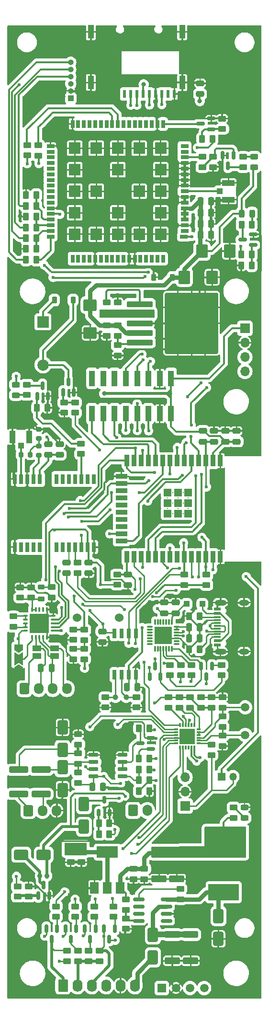
<source format=gtl>
%TF.GenerationSoftware,KiCad,Pcbnew,7.0.2*%
%TF.CreationDate,2023-05-22T14:03:59+07:00*%
%TF.ProjectId,ph_portable_refrigerator_v2_hw,70685f70-6f72-4746-9162-6c655f726566,rev?*%
%TF.SameCoordinates,Original*%
%TF.FileFunction,Copper,L1,Top*%
%TF.FilePolarity,Positive*%
%FSLAX46Y46*%
G04 Gerber Fmt 4.6, Leading zero omitted, Abs format (unit mm)*
G04 Created by KiCad (PCBNEW 7.0.2) date 2023-05-22 14:03:59*
%MOMM*%
%LPD*%
G01*
G04 APERTURE LIST*
G04 Aperture macros list*
%AMRoundRect*
0 Rectangle with rounded corners*
0 $1 Rounding radius*
0 $2 $3 $4 $5 $6 $7 $8 $9 X,Y pos of 4 corners*
0 Add a 4 corners polygon primitive as box body*
4,1,4,$2,$3,$4,$5,$6,$7,$8,$9,$2,$3,0*
0 Add four circle primitives for the rounded corners*
1,1,$1+$1,$2,$3*
1,1,$1+$1,$4,$5*
1,1,$1+$1,$6,$7*
1,1,$1+$1,$8,$9*
0 Add four rect primitives between the rounded corners*
20,1,$1+$1,$2,$3,$4,$5,0*
20,1,$1+$1,$4,$5,$6,$7,0*
20,1,$1+$1,$6,$7,$8,$9,0*
20,1,$1+$1,$8,$9,$2,$3,0*%
%AMFreePoly0*
4,1,6,1.000000,0.000000,0.500000,-0.750000,-0.500000,-0.750000,-0.500000,0.750000,0.500000,0.750000,1.000000,0.000000,1.000000,0.000000,$1*%
%AMFreePoly1*
4,1,7,0.700000,0.000000,1.200000,-0.750000,-1.200000,-0.750000,-0.700000,0.000000,-1.200000,0.750000,1.200000,0.750000,0.700000,0.000000,0.700000,0.000000,$1*%
G04 Aperture macros list end*
%TA.AperFunction,ComponentPad*%
%ADD10O,1.000000X1.000000*%
%TD*%
%TA.AperFunction,ComponentPad*%
%ADD11R,1.000000X1.000000*%
%TD*%
%TA.AperFunction,SMDPad,CuDef*%
%ADD12RoundRect,0.250000X-0.250000X-0.475000X0.250000X-0.475000X0.250000X0.475000X-0.250000X0.475000X0*%
%TD*%
%TA.AperFunction,ComponentPad*%
%ADD13RoundRect,0.250000X-0.620000X-0.845000X0.620000X-0.845000X0.620000X0.845000X-0.620000X0.845000X0*%
%TD*%
%TA.AperFunction,ComponentPad*%
%ADD14O,1.740000X2.190000*%
%TD*%
%TA.AperFunction,SMDPad,CuDef*%
%ADD15RoundRect,0.062400X0.422600X-0.067600X0.422600X0.067600X-0.422600X0.067600X-0.422600X-0.067600X0*%
%TD*%
%TA.AperFunction,SMDPad,CuDef*%
%ADD16RoundRect,0.062400X0.067600X0.422600X-0.067600X0.422600X-0.067600X-0.422600X0.067600X-0.422600X0*%
%TD*%
%TA.AperFunction,SMDPad,CuDef*%
%ADD17R,3.150000X3.150000*%
%TD*%
%TA.AperFunction,SMDPad,CuDef*%
%ADD18RoundRect,0.250000X0.450000X-0.262500X0.450000X0.262500X-0.450000X0.262500X-0.450000X-0.262500X0*%
%TD*%
%TA.AperFunction,SMDPad,CuDef*%
%ADD19RoundRect,0.243750X0.456250X-0.243750X0.456250X0.243750X-0.456250X0.243750X-0.456250X-0.243750X0*%
%TD*%
%TA.AperFunction,SMDPad,CuDef*%
%ADD20RoundRect,0.243750X-0.456250X0.243750X-0.456250X-0.243750X0.456250X-0.243750X0.456250X0.243750X0*%
%TD*%
%TA.AperFunction,SMDPad,CuDef*%
%ADD21RoundRect,0.250000X-0.450000X0.262500X-0.450000X-0.262500X0.450000X-0.262500X0.450000X0.262500X0*%
%TD*%
%TA.AperFunction,SMDPad,CuDef*%
%ADD22RoundRect,0.250000X-2.050000X-0.300000X2.050000X-0.300000X2.050000X0.300000X-2.050000X0.300000X0*%
%TD*%
%TA.AperFunction,SMDPad,CuDef*%
%ADD23RoundRect,0.250000X-2.025000X-2.375000X2.025000X-2.375000X2.025000X2.375000X-2.025000X2.375000X0*%
%TD*%
%TA.AperFunction,SMDPad,CuDef*%
%ADD24RoundRect,0.250002X-4.449998X-5.149998X4.449998X-5.149998X4.449998X5.149998X-4.449998X5.149998X0*%
%TD*%
%TA.AperFunction,SMDPad,CuDef*%
%ADD25RoundRect,0.250000X0.262500X0.450000X-0.262500X0.450000X-0.262500X-0.450000X0.262500X-0.450000X0*%
%TD*%
%TA.AperFunction,SMDPad,CuDef*%
%ADD26R,1.050000X1.000000*%
%TD*%
%TA.AperFunction,SMDPad,CuDef*%
%ADD27R,2.200000X1.050000*%
%TD*%
%TA.AperFunction,SMDPad,CuDef*%
%ADD28R,1.500000X1.000000*%
%TD*%
%TA.AperFunction,SMDPad,CuDef*%
%ADD29RoundRect,0.150000X0.587500X0.150000X-0.587500X0.150000X-0.587500X-0.150000X0.587500X-0.150000X0*%
%TD*%
%TA.AperFunction,SMDPad,CuDef*%
%ADD30RoundRect,0.250000X-0.787500X-0.925000X0.787500X-0.925000X0.787500X0.925000X-0.787500X0.925000X0*%
%TD*%
%TA.AperFunction,SMDPad,CuDef*%
%ADD31R,0.650000X1.700000*%
%TD*%
%TA.AperFunction,SMDPad,CuDef*%
%ADD32RoundRect,0.250000X-0.650000X1.000000X-0.650000X-1.000000X0.650000X-1.000000X0.650000X1.000000X0*%
%TD*%
%TA.AperFunction,SMDPad,CuDef*%
%ADD33RoundRect,0.200000X0.200000X0.275000X-0.200000X0.275000X-0.200000X-0.275000X0.200000X-0.275000X0*%
%TD*%
%TA.AperFunction,SMDPad,CuDef*%
%ADD34RoundRect,0.250000X-1.075000X0.362500X-1.075000X-0.362500X1.075000X-0.362500X1.075000X0.362500X0*%
%TD*%
%TA.AperFunction,SMDPad,CuDef*%
%ADD35RoundRect,0.250000X0.475000X-0.250000X0.475000X0.250000X-0.475000X0.250000X-0.475000X-0.250000X0*%
%TD*%
%TA.AperFunction,SMDPad,CuDef*%
%ADD36RoundRect,0.150000X-0.150000X0.587500X-0.150000X-0.587500X0.150000X-0.587500X0.150000X0.587500X0*%
%TD*%
%TA.AperFunction,ComponentPad*%
%ADD37C,1.000000*%
%TD*%
%TA.AperFunction,SMDPad,CuDef*%
%ADD38RoundRect,0.250000X-0.475000X0.250000X-0.475000X-0.250000X0.475000X-0.250000X0.475000X0.250000X0*%
%TD*%
%TA.AperFunction,SMDPad,CuDef*%
%ADD39RoundRect,0.250000X-0.262500X-0.450000X0.262500X-0.450000X0.262500X0.450000X-0.262500X0.450000X0*%
%TD*%
%TA.AperFunction,ComponentPad*%
%ADD40R,1.700000X1.700000*%
%TD*%
%TA.AperFunction,ComponentPad*%
%ADD41O,1.700000X1.700000*%
%TD*%
%TA.AperFunction,SMDPad,CuDef*%
%ADD42FreePoly0,270.000000*%
%TD*%
%TA.AperFunction,SMDPad,CuDef*%
%ADD43FreePoly1,270.000000*%
%TD*%
%TA.AperFunction,SMDPad,CuDef*%
%ADD44FreePoly0,90.000000*%
%TD*%
%TA.AperFunction,SMDPad,CuDef*%
%ADD45R,1.000000X1.050000*%
%TD*%
%TA.AperFunction,SMDPad,CuDef*%
%ADD46R,1.050000X2.200000*%
%TD*%
%TA.AperFunction,SMDPad,CuDef*%
%ADD47RoundRect,0.150000X0.150000X-0.587500X0.150000X0.587500X-0.150000X0.587500X-0.150000X-0.587500X0*%
%TD*%
%TA.AperFunction,ComponentPad*%
%ADD48R,1.508000X1.508000*%
%TD*%
%TA.AperFunction,ComponentPad*%
%ADD49C,1.508000*%
%TD*%
%TA.AperFunction,SMDPad,CuDef*%
%ADD50RoundRect,0.250000X-1.450000X0.312500X-1.450000X-0.312500X1.450000X-0.312500X1.450000X0.312500X0*%
%TD*%
%TA.AperFunction,SMDPad,CuDef*%
%ADD51RoundRect,0.250000X-0.300000X-0.300000X0.300000X-0.300000X0.300000X0.300000X-0.300000X0.300000X0*%
%TD*%
%TA.AperFunction,SMDPad,CuDef*%
%ADD52R,0.620000X1.400000*%
%TD*%
%TA.AperFunction,SMDPad,CuDef*%
%ADD53R,1.100000X2.400000*%
%TD*%
%TA.AperFunction,SMDPad,CuDef*%
%ADD54RoundRect,0.225000X0.225000X0.375000X-0.225000X0.375000X-0.225000X-0.375000X0.225000X-0.375000X0*%
%TD*%
%TA.AperFunction,SMDPad,CuDef*%
%ADD55R,0.800000X0.300000*%
%TD*%
%TA.AperFunction,SMDPad,CuDef*%
%ADD56R,0.300000X0.800000*%
%TD*%
%TA.AperFunction,SMDPad,CuDef*%
%ADD57R,2.750000X2.750000*%
%TD*%
%TA.AperFunction,SMDPad,CuDef*%
%ADD58RoundRect,0.150000X-0.825000X-0.150000X0.825000X-0.150000X0.825000X0.150000X-0.825000X0.150000X0*%
%TD*%
%TA.AperFunction,SMDPad,CuDef*%
%ADD59R,0.700000X1.400000*%
%TD*%
%TA.AperFunction,SMDPad,CuDef*%
%ADD60R,1.400000X0.700000*%
%TD*%
%TA.AperFunction,SMDPad,CuDef*%
%ADD61R,2.100000X2.100000*%
%TD*%
%TA.AperFunction,SMDPad,CuDef*%
%ADD62RoundRect,0.150000X0.150000X-0.512500X0.150000X0.512500X-0.150000X0.512500X-0.150000X-0.512500X0*%
%TD*%
%TA.AperFunction,SMDPad,CuDef*%
%ADD63RoundRect,0.225000X-0.225000X-0.375000X0.225000X-0.375000X0.225000X0.375000X-0.225000X0.375000X0*%
%TD*%
%TA.AperFunction,SMDPad,CuDef*%
%ADD64RoundRect,0.218750X-0.381250X0.218750X-0.381250X-0.218750X0.381250X-0.218750X0.381250X0.218750X0*%
%TD*%
%TA.AperFunction,SMDPad,CuDef*%
%ADD65RoundRect,0.150000X0.725000X0.150000X-0.725000X0.150000X-0.725000X-0.150000X0.725000X-0.150000X0*%
%TD*%
%TA.AperFunction,SMDPad,CuDef*%
%ADD66RoundRect,0.200000X0.275000X-0.200000X0.275000X0.200000X-0.275000X0.200000X-0.275000X-0.200000X0*%
%TD*%
%TA.AperFunction,SMDPad,CuDef*%
%ADD67RoundRect,0.250000X1.000000X0.650000X-1.000000X0.650000X-1.000000X-0.650000X1.000000X-0.650000X0*%
%TD*%
%TA.AperFunction,SMDPad,CuDef*%
%ADD68RoundRect,0.075000X-0.325000X-0.075000X0.325000X-0.075000X0.325000X0.075000X-0.325000X0.075000X0*%
%TD*%
%TA.AperFunction,SMDPad,CuDef*%
%ADD69RoundRect,0.075000X-0.075000X-0.325000X0.075000X-0.325000X0.075000X0.325000X-0.075000X0.325000X0*%
%TD*%
%TA.AperFunction,SMDPad,CuDef*%
%ADD70R,3.350000X3.350000*%
%TD*%
%TA.AperFunction,SMDPad,CuDef*%
%ADD71RoundRect,0.250000X-0.925000X0.787500X-0.925000X-0.787500X0.925000X-0.787500X0.925000X0.787500X0*%
%TD*%
%TA.AperFunction,SMDPad,CuDef*%
%ADD72R,1.500000X2.000000*%
%TD*%
%TA.AperFunction,SMDPad,CuDef*%
%ADD73R,3.800000X2.000000*%
%TD*%
%TA.AperFunction,SMDPad,CuDef*%
%ADD74R,1.000000X2.750000*%
%TD*%
%TA.AperFunction,ComponentPad*%
%ADD75C,1.500000*%
%TD*%
%TA.AperFunction,SMDPad,CuDef*%
%ADD76R,5.400000X2.900000*%
%TD*%
%TA.AperFunction,SMDPad,CuDef*%
%ADD77RoundRect,0.250000X0.650000X-1.000000X0.650000X1.000000X-0.650000X1.000000X-0.650000X-1.000000X0*%
%TD*%
%TA.AperFunction,SMDPad,CuDef*%
%ADD78RoundRect,0.243750X-0.243750X-0.456250X0.243750X-0.456250X0.243750X0.456250X-0.243750X0.456250X0*%
%TD*%
%TA.AperFunction,ComponentPad*%
%ADD79R,2.000000X2.000000*%
%TD*%
%TA.AperFunction,ComponentPad*%
%ADD80C,2.000000*%
%TD*%
%TA.AperFunction,SMDPad,CuDef*%
%ADD81R,0.900000X2.000000*%
%TD*%
%TA.AperFunction,SMDPad,CuDef*%
%ADD82R,2.000000X0.900000*%
%TD*%
%TA.AperFunction,SMDPad,CuDef*%
%ADD83R,1.330000X1.330000*%
%TD*%
%TA.AperFunction,ComponentPad*%
%ADD84C,0.300000*%
%TD*%
%TA.AperFunction,SMDPad,CuDef*%
%ADD85RoundRect,0.250000X0.250000X0.475000X-0.250000X0.475000X-0.250000X-0.475000X0.250000X-0.475000X0*%
%TD*%
%TA.AperFunction,SMDPad,CuDef*%
%ADD86R,0.800000X1.800000*%
%TD*%
%TA.AperFunction,SMDPad,CuDef*%
%ADD87R,1.150000X0.600000*%
%TD*%
%TA.AperFunction,SMDPad,CuDef*%
%ADD88R,1.150000X0.300000*%
%TD*%
%TA.AperFunction,ComponentPad*%
%ADD89O,2.100000X1.000000*%
%TD*%
%TA.AperFunction,ComponentPad*%
%ADD90O,1.800000X1.000000*%
%TD*%
%TA.AperFunction,ComponentPad*%
%ADD91RoundRect,0.250000X-0.600000X-0.725000X0.600000X-0.725000X0.600000X0.725000X-0.600000X0.725000X0*%
%TD*%
%TA.AperFunction,ComponentPad*%
%ADD92O,1.700000X1.950000*%
%TD*%
%TA.AperFunction,ComponentPad*%
%ADD93O,0.800000X1.000000*%
%TD*%
%TA.AperFunction,ComponentPad*%
%ADD94C,1.524000*%
%TD*%
%TA.AperFunction,ComponentPad*%
%ADD95RoundRect,0.250000X-0.600000X-0.750000X0.600000X-0.750000X0.600000X0.750000X-0.600000X0.750000X0*%
%TD*%
%TA.AperFunction,ComponentPad*%
%ADD96O,1.700000X2.000000*%
%TD*%
%TA.AperFunction,ComponentPad*%
%ADD97R,1.350000X1.350000*%
%TD*%
%TA.AperFunction,ComponentPad*%
%ADD98O,1.350000X1.350000*%
%TD*%
%TA.AperFunction,ViaPad*%
%ADD99C,0.600000*%
%TD*%
%TA.AperFunction,ViaPad*%
%ADD100C,0.800000*%
%TD*%
%TA.AperFunction,ViaPad*%
%ADD101C,1.000000*%
%TD*%
%TA.AperFunction,Conductor*%
%ADD102C,0.300000*%
%TD*%
%TA.AperFunction,Conductor*%
%ADD103C,0.350000*%
%TD*%
%TA.AperFunction,Conductor*%
%ADD104C,0.250000*%
%TD*%
%TA.AperFunction,Conductor*%
%ADD105C,0.500000*%
%TD*%
%TA.AperFunction,Conductor*%
%ADD106C,0.800000*%
%TD*%
%TA.AperFunction,Conductor*%
%ADD107C,1.000000*%
%TD*%
%TA.AperFunction,Conductor*%
%ADD108C,0.750000*%
%TD*%
%TA.AperFunction,Conductor*%
%ADD109C,0.200000*%
%TD*%
G04 APERTURE END LIST*
D10*
%TO.P,J3,6,Pin_6*%
%TO.N,/GSM Block/sim_det#*%
X46250000Y-28525000D03*
%TO.P,J3,5,Pin_5*%
%TO.N,/GSM Block/sim_clk#*%
X46250000Y-29795000D03*
%TO.P,J3,4,Pin_4*%
%TO.N,/GSM Block/sim_data#*%
X46250000Y-31065000D03*
%TO.P,J3,3,Pin_3*%
%TO.N,/GSM Block/sim_rst#*%
X46250000Y-32335000D03*
%TO.P,J3,2,Pin_2*%
%TO.N,GND*%
X46250000Y-33605000D03*
D11*
%TO.P,J3,1,Pin_1*%
%TO.N,/GSM Block/VSIM*%
X46250000Y-34875000D03*
%TD*%
D12*
%TO.P,C22,1*%
%TO.N,+BATT*%
X56145000Y-138900000D03*
%TO.P,C22,2*%
%TO.N,GND*%
X58045000Y-138900000D03*
%TD*%
D13*
%TO.P,J11,1,Pin_1*%
%TO.N,/I2C Expand Block/T*%
X44875000Y-191650000D03*
D14*
%TO.P,J11,2,Pin_2*%
%TO.N,/I2C Expand Block/P*%
X47415000Y-191650000D03*
%TO.P,J11,3,Pin_3*%
%TO.N,/I2C Expand Block/C*%
X49955000Y-191650000D03*
%TO.P,J11,4,Pin_4*%
%TO.N,unconnected-(J11-Pin_4-Pad4)*%
X52495000Y-191650000D03*
%TO.P,J11,5,Pin_5*%
%TO.N,GND*%
X55035000Y-191650000D03*
%TO.P,J11,6,Pin_6*%
%TO.N,/I2C Expand Block/Vin*%
X57575000Y-191650000D03*
%TD*%
D15*
%TO.P,U11,1,~{DCD}*%
%TO.N,/MCU Block/CP_DCD*%
X65005000Y-131295000D03*
%TO.P,U11,2,~{RI}*%
%TO.N,/MCU Block/CP_RI*%
X65005000Y-130795000D03*
%TO.P,U11,3,GND*%
%TO.N,GND*%
X65005000Y-130295000D03*
%TO.P,U11,4,D+*%
%TO.N,/MCU Block/USB_D+*%
X65005000Y-129795000D03*
%TO.P,U11,5,D\u2013*%
%TO.N,/MCU Block/USB_D-*%
X65005000Y-129295000D03*
%TO.P,U11,6,VDD*%
%TO.N,+3.3V*%
X65005000Y-128795000D03*
%TO.P,U11,7,REGIN*%
X65005000Y-128295000D03*
D16*
%TO.P,U11,8,VBUS*%
%TO.N,+5V*%
X64135000Y-127425000D03*
%TO.P,U11,9,~{RST}*%
%TO.N,unconnected-(U11-~{RST}-Pad9)*%
X63635000Y-127425000D03*
%TO.P,U11,10*%
%TO.N,N/C*%
X63135000Y-127425000D03*
%TO.P,U11,11,~{SUSPEND}*%
%TO.N,unconnected-(U11-~{SUSPEND}-Pad11)*%
X62635000Y-127425000D03*
%TO.P,U11,12,SUSPEND*%
%TO.N,unconnected-(U11-SUSPEND-Pad12)*%
X62135000Y-127425000D03*
%TO.P,U11,13*%
%TO.N,N/C*%
X61635000Y-127425000D03*
%TO.P,U11,14*%
X61135000Y-127425000D03*
D15*
%TO.P,U11,15*%
X60265000Y-128295000D03*
%TO.P,U11,16*%
X60265000Y-128795000D03*
%TO.P,U11,17*%
X60265000Y-129295000D03*
%TO.P,U11,18,NC/VPP*%
%TO.N,unconnected-(U11-NC{slash}VPP-Pad18)*%
X60265000Y-129795000D03*
%TO.P,U11,19*%
%TO.N,N/C*%
X60265000Y-130295000D03*
%TO.P,U11,20*%
X60265000Y-130795000D03*
%TO.P,U11,21*%
X60265000Y-131295000D03*
D16*
%TO.P,U11,22*%
X61135000Y-132165000D03*
%TO.P,U11,23,~{CTS}*%
%TO.N,/MCU Block/CP_CTS*%
X61635000Y-132165000D03*
%TO.P,U11,24,~{RST}*%
%TO.N,/MCU Block/CP_RST*%
X62135000Y-132165000D03*
%TO.P,U11,25,RXD*%
%TO.N,/MCU Block/CP_RXD*%
X62635000Y-132165000D03*
%TO.P,U11,26,TXD*%
%TO.N,/MCU Block/CP_TXD*%
X63135000Y-132165000D03*
%TO.P,U11,27,~{DSR}*%
%TO.N,/MCU Block/CP_DSR*%
X63635000Y-132165000D03*
%TO.P,U11,28,~{DTR}*%
%TO.N,/MCU Block/CP_DTR*%
X64135000Y-132165000D03*
D17*
%TO.P,U11,29,GND*%
%TO.N,GND*%
X62635000Y-129795000D03*
%TD*%
D18*
%TO.P,C21,1*%
%TO.N,GND*%
X57845000Y-142525000D03*
%TO.P,C21,2*%
%TO.N,Net-(U4-X2)*%
X57845000Y-140700000D03*
%TD*%
D19*
%TO.P,D5,1,A*%
%TO.N,Net-(D5-A)*%
X77000000Y-162050000D03*
%TO.P,D5,2,K*%
%TO.N,GND*%
X77000000Y-160175000D03*
%TD*%
D20*
%TO.P,D13,1,A*%
%TO.N,+3V3*%
X36550000Y-85487500D03*
%TO.P,D13,2,K*%
%TO.N,Net-(D13-K)*%
X36550000Y-87362500D03*
%TD*%
D21*
%TO.P,R69,1*%
%TO.N,Net-(Q14-C)*%
X38500000Y-85475000D03*
%TO.P,R69,2*%
%TO.N,Net-(D13-K)*%
X38500000Y-87300000D03*
%TD*%
D22*
%TO.P,U5,1,EN*%
%TO.N,Net-(U5-EN)*%
X58475000Y-71250000D03*
%TO.P,U5,2,VIN*%
%TO.N,+5V*%
X58475000Y-72950000D03*
%TO.P,U5,3,GND*%
%TO.N,GND*%
X58475000Y-74650000D03*
D23*
X65200000Y-71875000D03*
X65200000Y-77425000D03*
D24*
X67625000Y-74650000D03*
D23*
X70050000Y-71875000D03*
X70050000Y-77425000D03*
D22*
%TO.P,U5,4,VOUT*%
%TO.N,+3V8*%
X58475000Y-76350000D03*
%TO.P,U5,5,ADJ*%
%TO.N,Net-(U5-ADJ)*%
X58475000Y-78050000D03*
%TD*%
D25*
%TO.P,R3,1*%
%TO.N,/I2C Expand Block/Lock*%
X53075000Y-164900000D03*
%TO.P,R3,2*%
%TO.N,Net-(Q4-G)*%
X51250000Y-164900000D03*
%TD*%
%TO.P,C32,1*%
%TO.N,/GSM Block/sim_data*%
X40150000Y-52000000D03*
%TO.P,C32,2*%
%TO.N,GND*%
X38325000Y-52000000D03*
%TD*%
%TO.P,C33,1*%
%TO.N,/GSM Block/sim_clk*%
X40150000Y-55800000D03*
%TO.P,C33,2*%
%TO.N,GND*%
X38325000Y-55800000D03*
%TD*%
D26*
%TO.P,AT2,1,A*%
%TO.N,Net-(AE2-A)*%
X72625000Y-51325000D03*
D27*
%TO.P,AT2,2,Shield*%
%TO.N,GND*%
X74150000Y-52800000D03*
%TO.P,AT2,3,Shield*%
X74150000Y-49850000D03*
%TD*%
D18*
%TO.P,R61,1*%
%TO.N,/ESP_RX*%
X67600000Y-136837500D03*
%TO.P,R61,2*%
%TO.N,/MCU Block/CP_TXD*%
X67600000Y-135012500D03*
%TD*%
D28*
%TO.P,JP2,1,A*%
%TO.N,Net-(J12-Pin_2)*%
X40225000Y-132100000D03*
%TO.P,JP2,2,B*%
%TO.N,Net-(J12-Pin_1)*%
X40225000Y-133400000D03*
%TD*%
D29*
%TO.P,Q2,1,B*%
%TO.N,Net-(Q2-B)*%
X71100000Y-40350000D03*
%TO.P,Q2,2,E*%
%TO.N,GND*%
X71100000Y-38450000D03*
%TO.P,Q2,3,C*%
%TO.N,/GSM Block/pwrkey*%
X69225000Y-39400000D03*
%TD*%
D25*
%TO.P,R51,1*%
%TO.N,+3V3*%
X60125000Y-153475000D03*
%TO.P,R51,2*%
%TO.N,Net-(U10-RO)*%
X58300000Y-153475000D03*
%TD*%
D30*
%TO.P,C47,1*%
%TO.N,+3V8*%
X66337500Y-66525000D03*
%TO.P,C47,2*%
%TO.N,GND*%
X71262500Y-66525000D03*
%TD*%
D18*
%TO.P,C25,1*%
%TO.N,Net-(U6-DVDD)*%
X39250000Y-123125000D03*
%TO.P,C25,2*%
%TO.N,GND*%
X39250000Y-121300000D03*
%TD*%
%TO.P,C24,1*%
%TO.N,Net-(U6-DVDD)*%
X37325000Y-123125000D03*
%TO.P,C24,2*%
%TO.N,GND*%
X37325000Y-121300000D03*
%TD*%
D21*
%TO.P,C11,1*%
%TO.N,+3V3*%
X48150000Y-168037500D03*
%TO.P,C11,2*%
%TO.N,GND*%
X48150000Y-169862500D03*
%TD*%
D25*
%TO.P,C34,1*%
%TO.N,/GSM Block/sim_rst*%
X40150000Y-61500000D03*
%TO.P,C34,2*%
%TO.N,GND*%
X38325000Y-61500000D03*
%TD*%
D31*
%TO.P,U4,1,X1*%
%TO.N,Net-(U4-X1)*%
X53935000Y-136725000D03*
%TO.P,U4,2,X2*%
%TO.N,Net-(U4-X2)*%
X55205000Y-136725000D03*
%TO.P,U4,3,VBAT*%
%TO.N,+BATT*%
X56475000Y-136725000D03*
%TO.P,U4,4,GND*%
%TO.N,GND*%
X57745000Y-136725000D03*
%TO.P,U4,5,SDA*%
%TO.N,/I2C_SDA*%
X57745000Y-129425000D03*
%TO.P,U4,6,SCL*%
%TO.N,/I2C_SCL*%
X56475000Y-129425000D03*
%TO.P,U4,7,SQW/OUT*%
%TO.N,unconnected-(U4-SQW{slash}OUT-Pad7)*%
X55205000Y-129425000D03*
%TO.P,U4,8,VCC*%
%TO.N,+5V*%
X53935000Y-129425000D03*
%TD*%
D18*
%TO.P,R11,1*%
%TO.N,GND*%
X45100000Y-90462500D03*
%TO.P,R11,2*%
%TO.N,Net-(Q7-B)*%
X45100000Y-88637500D03*
%TD*%
%TO.P,R66,1*%
%TO.N,GND*%
X71425000Y-47062500D03*
%TO.P,R66,2*%
%TO.N,Net-(Q13-B)*%
X71425000Y-45237500D03*
%TD*%
D25*
%TO.P,R41,1*%
%TO.N,/GSM Block/sim_clk*%
X40150000Y-57700000D03*
%TO.P,R41,2*%
%TO.N,/GSM Block/sim_clk#*%
X38325000Y-57700000D03*
%TD*%
D28*
%TO.P,JP3,1,A*%
%TO.N,Net-(J12-Pin_4)*%
X43350000Y-132100000D03*
%TO.P,JP3,2,B*%
%TO.N,Net-(J12-Pin_3)*%
X43350000Y-133400000D03*
%TD*%
D21*
%TO.P,R16,1*%
%TO.N,/I2C Expand Block/P3*%
X50441666Y-177687500D03*
%TO.P,R16,2*%
%TO.N,Net-(Q5-B)*%
X50441666Y-179512500D03*
%TD*%
D32*
%TO.P,D11,1,A1*%
%TO.N,GND*%
X44800000Y-146050000D03*
%TO.P,D11,2,A2*%
%TO.N,Net-(D11-A2)*%
X44800000Y-150050000D03*
%TD*%
D33*
%TO.P,L3,1*%
%TO.N,Net-(C27-Pad1)*%
X39100000Y-97862500D03*
%TO.P,L3,2*%
%TO.N,/GPS/gps_ant*%
X37450000Y-97862500D03*
%TD*%
D34*
%TO.P,C2,1*%
%TO.N,+12V*%
X64200000Y-182662500D03*
%TO.P,C2,2*%
%TO.N,GND*%
X64200000Y-187287500D03*
%TD*%
D25*
%TO.P,R48,1*%
%TO.N,GND*%
X60137500Y-157300000D03*
%TO.P,R48,2*%
%TO.N,/SOFTWARE_RXD*%
X58312500Y-157300000D03*
%TD*%
D35*
%TO.P,C43,1*%
%TO.N,+5V*%
X62810000Y-125875000D03*
%TO.P,C43,2*%
%TO.N,GND*%
X62810000Y-123975000D03*
%TD*%
D18*
%TO.P,R8,1*%
%TO.N,Net-(Q1-C)*%
X45575000Y-187350000D03*
%TO.P,R8,2*%
%TO.N,/I2C Expand Block/T*%
X45575000Y-185525000D03*
%TD*%
D12*
%TO.P,C42,1*%
%TO.N,+3.3V*%
X67180000Y-130295000D03*
%TO.P,C42,2*%
%TO.N,GND*%
X69080000Y-130295000D03*
%TD*%
D21*
%TO.P,R20,1*%
%TO.N,Net-(R17-Pad2)*%
X48625000Y-132162500D03*
%TO.P,R20,2*%
%TO.N,/I2C Expand Block/Vin*%
X48625000Y-133987500D03*
%TD*%
D36*
%TO.P,Q5,1,B*%
%TO.N,Net-(Q5-B)*%
X50625000Y-181587500D03*
%TO.P,Q5,2,E*%
%TO.N,/I2C Expand Block/C*%
X48725000Y-181587500D03*
%TO.P,Q5,3,C*%
%TO.N,Net-(Q5-C)*%
X49675000Y-183462500D03*
%TD*%
D37*
%TO.P,Y1,1,1*%
%TO.N,Net-(U4-X1)*%
X54145000Y-140725000D03*
%TO.P,Y1,2,2*%
%TO.N,Net-(U4-X2)*%
X56045000Y-140725000D03*
%TD*%
D35*
%TO.P,C18,1*%
%TO.N,Net-(U7-~{RESET})*%
X44300000Y-97875000D03*
%TO.P,C18,2*%
%TO.N,GND*%
X44300000Y-95975000D03*
%TD*%
D18*
%TO.P,R26,1*%
%TO.N,GND*%
X46700000Y-133987500D03*
%TO.P,R26,2*%
%TO.N,Net-(R17-Pad2)*%
X46700000Y-132162500D03*
%TD*%
D21*
%TO.P,R59,1*%
%TO.N,Net-(Q11-B)*%
X72900000Y-135012500D03*
%TO.P,R59,2*%
%TO.N,/MCU Block/CP_RST*%
X72900000Y-136837500D03*
%TD*%
D35*
%TO.P,C5,1*%
%TO.N,+3V3*%
X69125000Y-34125000D03*
%TO.P,C5,2*%
%TO.N,GND*%
X69125000Y-32225000D03*
%TD*%
D21*
%TO.P,C30,1*%
%TO.N,+3V8*%
X52575000Y-75050000D03*
%TO.P,C30,2*%
%TO.N,GND*%
X52575000Y-76875000D03*
%TD*%
%TO.P,R45,1*%
%TO.N,Net-(IC1-XTAL2)*%
X73075000Y-144117500D03*
%TO.P,R45,2*%
%TO.N,Net-(IC1-XTAL1)*%
X73075000Y-145942500D03*
%TD*%
D34*
%TO.P,C7,1*%
%TO.N,+12V*%
X67450000Y-182662500D03*
%TO.P,C7,2*%
%TO.N,GND*%
X67450000Y-187287500D03*
%TD*%
D25*
%TO.P,R42,1*%
%TO.N,/GSM Block/sim_rst*%
X40150000Y-59600000D03*
%TO.P,R42,2*%
%TO.N,/GSM Block/sim_rst#*%
X38325000Y-59600000D03*
%TD*%
D21*
%TO.P,R32,1*%
%TO.N,Net-(Q8-C)*%
X47500000Y-185525000D03*
%TO.P,R32,2*%
%TO.N,/I2C Expand Block/P*%
X47500000Y-187350000D03*
%TD*%
D25*
%TO.P,R50,1*%
%TO.N,/SOFTWARE_TXD*%
X60125000Y-151550000D03*
%TO.P,R50,2*%
%TO.N,Net-(Q9-B)*%
X58300000Y-151550000D03*
%TD*%
D18*
%TO.P,C17,1*%
%TO.N,GND*%
X52370000Y-142525000D03*
%TO.P,C17,2*%
%TO.N,Net-(U4-X1)*%
X52370000Y-140700000D03*
%TD*%
D35*
%TO.P,C6,1*%
%TO.N,ESP_EN*%
X71600000Y-95550000D03*
%TO.P,C6,2*%
%TO.N,GND*%
X71600000Y-93650000D03*
%TD*%
D18*
%TO.P,R33,1*%
%TO.N,/GSM_RXD*%
X40500000Y-45012500D03*
%TO.P,R33,2*%
%TO.N,Net-(U8-RXD)*%
X40500000Y-43187500D03*
%TD*%
D38*
%TO.P,R25,1*%
%TO.N,+3V3*%
X42325000Y-95975000D03*
%TO.P,R25,2*%
%TO.N,Net-(U7-~{RESET})*%
X42325000Y-97875000D03*
%TD*%
D18*
%TO.P,C36,1*%
%TO.N,GND*%
X73075000Y-149342500D03*
%TO.P,C36,2*%
%TO.N,Net-(IC1-XTAL1)*%
X73075000Y-147517500D03*
%TD*%
D39*
%TO.P,R64,1*%
%TO.N,/GSM Block/NetLight*%
X76437500Y-62525000D03*
%TO.P,R64,2*%
%TO.N,Net-(Q12-B)*%
X78262500Y-62525000D03*
%TD*%
D21*
%TO.P,C38,1*%
%TO.N,GND*%
X71175000Y-140725000D03*
%TO.P,C38,2*%
%TO.N,+3V3*%
X71175000Y-142550000D03*
%TD*%
%TO.P,R39,1*%
%TO.N,/GSM Block/Status*%
X69525000Y-45225000D03*
%TO.P,R39,2*%
%TO.N,Net-(Q13-B)*%
X69525000Y-47050000D03*
%TD*%
D40*
%TO.P,J10,1,Pin_1*%
%TO.N,+3V3*%
X66475000Y-159950000D03*
D41*
%TO.P,J10,2,Pin_2*%
%TO.N,GND*%
X66475000Y-157410000D03*
%TO.P,J10,3,Pin_3*%
%TO.N,/I2C Expand Block/gpio7{slash}ri*%
X66475000Y-154870000D03*
%TD*%
D18*
%TO.P,R19,1*%
%TO.N,+3V3*%
X66325000Y-120862500D03*
%TO.P,R19,2*%
%TO.N,/I2C_SDA*%
X66325000Y-119037500D03*
%TD*%
D21*
%TO.P,C23,1*%
%TO.N,+3V3*%
X42850000Y-121275000D03*
%TO.P,C23,2*%
%TO.N,GND*%
X42850000Y-123100000D03*
%TD*%
D12*
%TO.P,C48,1*%
%TO.N,+3V8*%
X69175000Y-53125000D03*
%TO.P,C48,2*%
%TO.N,GND*%
X71075000Y-53125000D03*
%TD*%
D21*
%TO.P,R46,1*%
%TO.N,Net-(IC1-~{RESET})*%
X71125000Y-149137500D03*
%TO.P,R46,2*%
%TO.N,+3V3*%
X71125000Y-150962500D03*
%TD*%
%TO.P,C37,1*%
%TO.N,GND*%
X73075000Y-140717500D03*
%TO.P,C37,2*%
%TO.N,Net-(IC1-XTAL2)*%
X73075000Y-142542500D03*
%TD*%
D18*
%TO.P,R13,1*%
%TO.N,+3V3*%
X70250000Y-120887500D03*
%TO.P,R13,2*%
%TO.N,/I2C_SCL*%
X70250000Y-119062500D03*
%TD*%
D29*
%TO.P,Q12,1,B*%
%TO.N,Net-(Q12-B)*%
X78525000Y-60825000D03*
%TO.P,Q12,2,E*%
%TO.N,GND*%
X78525000Y-58925000D03*
%TO.P,Q12,3,C*%
%TO.N,Net-(Q12-C)*%
X76650000Y-59875000D03*
%TD*%
D42*
%TO.P,JP1,1,A*%
%TO.N,Net-(J12-Pin_1)*%
X37000000Y-131900000D03*
D43*
%TO.P,JP1,2,C*%
%TO.N,Net-(JP1-C)*%
X37000000Y-133900000D03*
D44*
%TO.P,JP1,3,B*%
%TO.N,GND*%
X37000000Y-135900000D03*
%TD*%
D45*
%TO.P,AT1,1,A*%
%TO.N,/GPS/gps_ant*%
X37450000Y-96262500D03*
D46*
%TO.P,AT1,2,Shield*%
%TO.N,GND*%
X38925000Y-94737500D03*
%TO.P,AT1,3,Shield*%
X35975000Y-94737500D03*
%TD*%
D18*
%TO.P,C28,1*%
%TO.N,+5V*%
X54575000Y-72762500D03*
%TO.P,C28,2*%
%TO.N,GND*%
X54575000Y-70937500D03*
%TD*%
D47*
%TO.P,Q6,1,G*%
%TO.N,Net-(Q6-G)*%
X40525000Y-175775000D03*
%TO.P,Q6,2,S*%
%TO.N,GND*%
X42425000Y-175775000D03*
%TO.P,Q6,3,D*%
%TO.N,Net-(D8-A)*%
X41475000Y-173900000D03*
%TD*%
D38*
%TO.P,C15,1*%
%TO.N,ESP_IO0*%
X56375000Y-119000000D03*
%TO.P,C15,2*%
%TO.N,GND*%
X56375000Y-120900000D03*
%TD*%
D48*
%TO.P,J8,1,1*%
%TO.N,+3V3*%
X62350000Y-192100000D03*
D49*
%TO.P,J8,2,2*%
%TO.N,GND*%
X64850000Y-192100000D03*
%TO.P,J8,3,3*%
%TO.N,/I2C Expand Block/BMS_RXD*%
X67350000Y-192100000D03*
%TO.P,J8,4,4*%
%TO.N,/I2C Expand Block/BMS_TXD*%
X69850000Y-192100000D03*
%TD*%
D19*
%TO.P,D7,1,A*%
%TO.N,+3V8*%
X78700000Y-47075000D03*
%TO.P,D7,2,K*%
%TO.N,Net-(D7-K)*%
X78700000Y-45200000D03*
%TD*%
D25*
%TO.P,R68,1*%
%TO.N,GND*%
X42112500Y-89575000D03*
%TO.P,R68,2*%
%TO.N,Net-(Q14-B)*%
X40287500Y-89575000D03*
%TD*%
D50*
%TO.P,F1,1*%
%TO.N,Net-(D10-A1)*%
X41000000Y-153537500D03*
%TO.P,F1,2*%
%TO.N,/Uart to RS485/A*%
X41000000Y-157812500D03*
%TD*%
D21*
%TO.P,C39,1*%
%TO.N,GND*%
X69275000Y-140725000D03*
%TO.P,C39,2*%
%TO.N,+3V3*%
X69275000Y-142550000D03*
%TD*%
D51*
%TO.P,D12,1,K*%
%TO.N,+5V*%
X66730000Y-124245000D03*
%TO.P,D12,2,A*%
%TO.N,Net-(D12-A)*%
X69530000Y-124245000D03*
%TD*%
D52*
%TO.P,J1,P1,DAT2*%
%TO.N,unconnected-(J1-DAT2-PadP1)*%
X55770000Y-34127500D03*
%TO.P,J1,P2,CD/DAT3*%
%TO.N,/SPI_SD_CS*%
X56870000Y-34127500D03*
%TO.P,J1,P3,CMD*%
%TO.N,/SPI_MOSI*%
X57970000Y-34127500D03*
%TO.P,J1,P4,VDD*%
%TO.N,+3V3*%
X59070000Y-34127500D03*
%TO.P,J1,P5,CLK*%
%TO.N,/SPI_CLK*%
X60170000Y-34127500D03*
%TO.P,J1,P6,VSS*%
%TO.N,GND*%
X61270000Y-34127500D03*
%TO.P,J1,P7,DAT0*%
%TO.N,/SPI_MISO*%
X62370000Y-34127500D03*
%TO.P,J1,P8,DAT1*%
%TO.N,unconnected-(J1-DAT1-PadP8)*%
X63470000Y-34127500D03*
%TO.P,J1,P9,CD*%
%TO.N,GND*%
X64570000Y-34127500D03*
D53*
%TO.P,J1,SH1,SHIELD*%
X65950000Y-23127500D03*
%TO.P,J1,SH2,SHIELD*%
X65950000Y-32127500D03*
%TO.P,J1,SH3,SHIELD*%
X49800000Y-32127500D03*
%TO.P,J1,SH4,SHIELD*%
X49800000Y-23127500D03*
%TD*%
D21*
%TO.P,R47,1*%
%TO.N,+3V3*%
X63575000Y-140737500D03*
%TO.P,R47,2*%
%TO.N,Net-(IC1-~{IRQ})*%
X63575000Y-142562500D03*
%TD*%
D12*
%TO.P,C46,1*%
%TO.N,+3V8*%
X69175000Y-55100000D03*
%TO.P,C46,2*%
%TO.N,GND*%
X71075000Y-55100000D03*
%TD*%
D39*
%TO.P,R57,1*%
%TO.N,GND*%
X67192500Y-126370000D03*
%TO.P,R57,2*%
%TO.N,Net-(J15-CC2)*%
X69017500Y-126370000D03*
%TD*%
D54*
%TO.P,D4,1,K*%
%TO.N,+3V8*%
X64250000Y-66525000D03*
%TO.P,D4,2,A*%
%TO.N,GND*%
X60950000Y-66525000D03*
%TD*%
D38*
%TO.P,C19,1*%
%TO.N,+3V3*%
X49400000Y-116925000D03*
%TO.P,C19,2*%
%TO.N,GND*%
X49400000Y-118825000D03*
%TD*%
D25*
%TO.P,R43,1*%
%TO.N,/GSM Block/sim_det*%
X40150000Y-63400000D03*
%TO.P,R43,2*%
%TO.N,/GSM Block/sim_det#*%
X38325000Y-63400000D03*
%TD*%
D55*
%TO.P,IC1,1,~{RESET}*%
%TO.N,Net-(IC1-~{RESET})*%
X68850000Y-148875000D03*
%TO.P,IC1,2,XTAL1*%
%TO.N,Net-(IC1-XTAL1)*%
X68850000Y-148375000D03*
%TO.P,IC1,3,XTAL2*%
%TO.N,Net-(IC1-XTAL2)*%
X68850000Y-147875000D03*
%TO.P,IC1,4,VDD*%
%TO.N,+3V3*%
X68850000Y-147375000D03*
%TO.P,IC1,5,I2C/SPI*%
X68850000Y-146875000D03*
%TO.P,IC1,6,A0/CS*%
%TO.N,/I2C Expand Block/a0{slash}cs*%
X68850000Y-146375000D03*
D56*
%TO.P,IC1,7,A1/SI*%
%TO.N,/I2C Expand Block/a1{slash}si*%
X68100000Y-145625000D03*
%TO.P,IC1,8,SO*%
%TO.N,unconnected-(IC1-SO-Pad8)*%
X67600000Y-145625000D03*
%TO.P,IC1,9,SCL*%
%TO.N,/I2C_SCL*%
X67100000Y-145625000D03*
%TO.P,IC1,10,SDA/VSS*%
%TO.N,/I2C_SDA*%
X66600000Y-145625000D03*
%TO.P,IC1,11,~{IRQ}*%
%TO.N,Net-(IC1-~{IRQ})*%
X66100000Y-145625000D03*
%TO.P,IC1,12,GPIO0*%
%TO.N,/I2C Expand Block/Buzzer*%
X65600000Y-145625000D03*
D55*
%TO.P,IC1,13,GPIO1*%
%TO.N,/I2C Expand Block/Lamp*%
X64850000Y-146375000D03*
%TO.P,IC1,14,GPIO2*%
%TO.N,/I2C Expand Block/Lock*%
X64850000Y-146875000D03*
%TO.P,IC1,15,GPIO3*%
%TO.N,/I2C Expand Block/P1*%
X64850000Y-147375000D03*
%TO.P,IC1,16,VSS*%
%TO.N,GND*%
X64850000Y-147875000D03*
%TO.P,IC1,17,GPIO4/~{DSR}*%
%TO.N,/I2C Expand Block/P2*%
X64850000Y-148375000D03*
%TO.P,IC1,18,GPIO5/~{DTR}*%
%TO.N,/I2C Expand Block/P3*%
X64850000Y-148875000D03*
D56*
%TO.P,IC1,19,GPIO6/~{CD}*%
%TO.N,/I2C Expand Block/P4*%
X65600000Y-149625000D03*
%TO.P,IC1,20,GPIO7/RI*%
%TO.N,/I2C Expand Block/gpio7{slash}ri*%
X66100000Y-149625000D03*
%TO.P,IC1,21,~{RTS}*%
%TO.N,/I2C Expand Block/rts*%
X66600000Y-149625000D03*
%TO.P,IC1,22,~{CTS}*%
%TO.N,/I2C Expand Block/cts*%
X67100000Y-149625000D03*
%TO.P,IC1,23,TX*%
%TO.N,/I2C Expand Block/BMS_RXD*%
X67600000Y-149625000D03*
%TO.P,IC1,24,RX*%
%TO.N,/I2C Expand Block/BMS_TXD*%
X68100000Y-149625000D03*
D57*
%TO.P,IC1,25,GND*%
%TO.N,GND*%
X66850000Y-147625000D03*
%TD*%
D21*
%TO.P,C8,1*%
%TO.N,Net-(U2-BOOT)*%
X65650000Y-174600000D03*
%TO.P,C8,2*%
%TO.N,Net-(D1-K)*%
X65650000Y-176425000D03*
%TD*%
%TO.P,C12,1*%
%TO.N,+3V3*%
X46250000Y-168037500D03*
%TO.P,C12,2*%
%TO.N,GND*%
X46250000Y-169862500D03*
%TD*%
%TO.P,C14,1*%
%TO.N,+5V*%
X57350000Y-171037500D03*
%TO.P,C14,2*%
%TO.N,GND*%
X57350000Y-172862500D03*
%TD*%
D35*
%TO.P,R4,1*%
%TO.N,ESP_EN*%
X69625000Y-95550000D03*
%TO.P,R4,2*%
%TO.N,+3V3*%
X69625000Y-93650000D03*
%TD*%
D18*
%TO.P,R67,1*%
%TO.N,Net-(Q13-C)*%
X76775000Y-47075000D03*
%TO.P,R67,2*%
%TO.N,Net-(D7-K)*%
X76775000Y-45250000D03*
%TD*%
D58*
%TO.P,U2,1,BOOT*%
%TO.N,Net-(U2-BOOT)*%
X58250000Y-176422500D03*
%TO.P,U2,2,NC*%
%TO.N,unconnected-(U2-NC-Pad2)*%
X58250000Y-177692500D03*
%TO.P,U2,3,NC*%
%TO.N,unconnected-(U2-NC-Pad3)*%
X58250000Y-178962500D03*
%TO.P,U2,4,VSENSE*%
%TO.N,Net-(U2-VSENSE)*%
X58250000Y-180232500D03*
%TO.P,U2,5,ENA*%
%TO.N,unconnected-(U2-ENA-Pad5)*%
X63200000Y-180232500D03*
%TO.P,U2,6,GND*%
%TO.N,GND*%
X63200000Y-178962500D03*
%TO.P,U2,7,VIN*%
%TO.N,+12V*%
X63200000Y-177692500D03*
%TO.P,U2,8,PH*%
%TO.N,Net-(D1-K)*%
X63200000Y-176422500D03*
%TD*%
D35*
%TO.P,C1,1*%
%TO.N,+3V3*%
X73600000Y-95550000D03*
%TO.P,C1,2*%
%TO.N,GND*%
X73600000Y-93650000D03*
%TD*%
D18*
%TO.P,R29,1*%
%TO.N,/GSM_TXD*%
X38575000Y-44987500D03*
%TO.P,R29,2*%
%TO.N,Net-(U8-TXD)*%
X38575000Y-43162500D03*
%TD*%
%TO.P,R22,1*%
%TO.N,+5V*%
X52600000Y-72762500D03*
%TO.P,R22,2*%
%TO.N,Net-(U5-EN)*%
X52600000Y-70937500D03*
%TD*%
D21*
%TO.P,R30,1*%
%TO.N,/I2C Expand Block/C*%
X51350000Y-185525000D03*
%TO.P,R30,2*%
%TO.N,/I2C Expand Block/P*%
X51350000Y-187350000D03*
%TD*%
D18*
%TO.P,R28,1*%
%TO.N,/GPS_RXD*%
X47450000Y-118787500D03*
%TO.P,R28,2*%
%TO.N,Net-(U7-RXD{slash}SPI_MOSI)*%
X47450000Y-116962500D03*
%TD*%
%TO.P,R53,1*%
%TO.N,+3V3*%
X47575000Y-155875000D03*
%TO.P,R53,2*%
%TO.N,Net-(D10-A1)*%
X47575000Y-154050000D03*
%TD*%
D59*
%TO.P,U8,1,PWRKEY*%
%TO.N,/GSM Block/pwrkey*%
X62575000Y-39425000D03*
%TO.P,U8,2,GND_1*%
%TO.N,GND*%
X61575000Y-39425000D03*
%TO.P,U8,3,DTR*%
%TO.N,unconnected-(U8-DTR-Pad3)*%
X60575000Y-39425000D03*
%TO.P,U8,4,RI*%
%TO.N,unconnected-(U8-RI-Pad4)*%
X59575000Y-39425000D03*
%TO.P,U8,5,DCD*%
%TO.N,unconnected-(U8-DCD-Pad5)*%
X58575000Y-39425000D03*
%TO.P,U8,6,USB_BOOT*%
%TO.N,unconnected-(U8-USB_BOOT-Pad6)*%
X57575000Y-39425000D03*
%TO.P,U8,7,CTS*%
%TO.N,unconnected-(U8-CTS-Pad7)*%
X56575000Y-39425000D03*
%TO.P,U8,8,RTS*%
%TO.N,unconnected-(U8-RTS-Pad8)*%
X55575000Y-39425000D03*
%TO.P,U8,9,TXD*%
%TO.N,Net-(U8-TXD)*%
X54575000Y-39425000D03*
%TO.P,U8,10,RXD*%
%TO.N,Net-(U8-RXD)*%
X53575000Y-39425000D03*
%TO.P,U8,11,PCM_CLK*%
%TO.N,unconnected-(U8-PCM_CLK-Pad11)*%
X52575000Y-39425000D03*
%TO.P,U8,12,PCM_SYNC*%
%TO.N,unconnected-(U8-PCM_SYNC-Pad12)*%
X51575000Y-39425000D03*
%TO.P,U8,13,PCM_DIN*%
%TO.N,unconnected-(U8-PCM_DIN-Pad13)*%
X50575000Y-39425000D03*
%TO.P,U8,14,PCM_OUT*%
%TO.N,unconnected-(U8-PCM_OUT-Pad14)*%
X49575000Y-39425000D03*
%TO.P,U8,15,VDD_EXT_1V8*%
%TO.N,unconnected-(U8-VDD_EXT_1V8-Pad15)*%
X48575000Y-39425000D03*
%TO.P,U8,16,RESET*%
%TO.N,unconnected-(U8-RESET-Pad16)*%
X47575000Y-39425000D03*
%TO.P,U8,17,GND_2*%
%TO.N,GND*%
X46575000Y-39425000D03*
D60*
%TO.P,U8,18,GND_3*%
X42675000Y-43325000D03*
%TO.P,U8,19,GPIO1*%
%TO.N,unconnected-(U8-GPIO1-Pad19)*%
X42675000Y-44325000D03*
%TO.P,U8,20,GPIO2*%
%TO.N,unconnected-(U8-GPIO2-Pad20)*%
X42675000Y-45325000D03*
%TO.P,U8,21,GPIO3*%
%TO.N,unconnected-(U8-GPIO3-Pad21)*%
X42675000Y-46325000D03*
%TO.P,U8,22,UART_LOG_RX*%
%TO.N,unconnected-(U8-UART_LOG_RX-Pad22)*%
X42675000Y-47325000D03*
%TO.P,U8,23,UART_LOG_TX*%
%TO.N,unconnected-(U8-UART_LOG_TX-Pad23)*%
X42675000Y-48325000D03*
%TO.P,U8,24,VBUS*%
%TO.N,unconnected-(U8-VBUS-Pad24)*%
X42675000Y-49325000D03*
%TO.P,U8,25,ADC*%
%TO.N,unconnected-(U8-ADC-Pad25)*%
X42675000Y-50325000D03*
%TO.P,U8,26,NC_1*%
%TO.N,unconnected-(U8-NC_1-Pad26)*%
X42675000Y-51325000D03*
%TO.P,U8,27,USB_DP*%
%TO.N,unconnected-(U8-USB_DP-Pad27)*%
X42675000Y-52325000D03*
%TO.P,U8,28,USB_DM*%
%TO.N,unconnected-(U8-USB_DM-Pad28)*%
X42675000Y-53325000D03*
%TO.P,U8,29,GND_4*%
%TO.N,GND*%
X42675000Y-54325000D03*
%TO.P,U8,30,SIM_VDD*%
%TO.N,/GSM Block/VSIM*%
X42675000Y-55325000D03*
%TO.P,U8,31,SIM_DATA*%
%TO.N,/GSM Block/sim_data*%
X42675000Y-56325000D03*
%TO.P,U8,32,SIM_CLK*%
%TO.N,/GSM Block/sim_clk*%
X42675000Y-57325000D03*
%TO.P,U8,33,SIM_RST*%
%TO.N,/GSM Block/sim_rst*%
X42675000Y-58325000D03*
%TO.P,U8,34,SIM_DET*%
%TO.N,/GSM Block/sim_det*%
X42675000Y-59325000D03*
D59*
%TO.P,U8,35,NC_2*%
%TO.N,unconnected-(U8-NC_2-Pad35)*%
X46575000Y-63225000D03*
%TO.P,U8,36,NC_3*%
%TO.N,unconnected-(U8-NC_3-Pad36)*%
X47575000Y-63225000D03*
%TO.P,U8,37,I2C_SDA*%
%TO.N,unconnected-(U8-I2C_SDA-Pad37)*%
X48575000Y-63225000D03*
%TO.P,U8,38,I2C_SCL*%
%TO.N,unconnected-(U8-I2C_SCL-Pad38)*%
X49575000Y-63225000D03*
%TO.P,U8,39,GND_5*%
%TO.N,GND*%
X50575000Y-63225000D03*
%TO.P,U8,40,NC_4*%
%TO.N,unconnected-(U8-NC_4-Pad40)*%
X51575000Y-63225000D03*
%TO.P,U8,41,NC_5*%
%TO.N,unconnected-(U8-NC_5-Pad41)*%
X52575000Y-63225000D03*
%TO.P,U8,42,NC_6*%
%TO.N,unconnected-(U8-NC_6-Pad42)*%
X53575000Y-63225000D03*
%TO.P,U8,43,NC_7*%
%TO.N,unconnected-(U8-NC_7-Pad43)*%
X54575000Y-63225000D03*
%TO.P,U8,44,NC_8*%
%TO.N,unconnected-(U8-NC_8-Pad44)*%
X55575000Y-63225000D03*
%TO.P,U8,45,GND_6*%
%TO.N,GND*%
X56575000Y-63225000D03*
%TO.P,U8,46,GND_7*%
X57575000Y-63225000D03*
%TO.P,U8,47,NC_9*%
%TO.N,unconnected-(U8-NC_9-Pad47)*%
X58575000Y-63225000D03*
%TO.P,U8,48,GPIO9*%
%TO.N,unconnected-(U8-GPIO9-Pad48)*%
X59575000Y-63225000D03*
%TO.P,U8,49,GPIO4(UART3_RX)*%
%TO.N,unconnected-(U8-GPIO4(UART3_RX)-Pad49)*%
X60575000Y-63225000D03*
%TO.P,U8,50,GPIO5(UART3_TX)*%
%TO.N,unconnected-(U8-GPIO5(UART3_TX)-Pad50)*%
X61575000Y-63225000D03*
%TO.P,U8,51,NC_10*%
%TO.N,unconnected-(U8-NC_10-Pad51)*%
X62575000Y-63225000D03*
D60*
%TO.P,U8,52,NETLIGHT*%
%TO.N,/GSM Block/NetLight*%
X66275000Y-59325000D03*
%TO.P,U8,53,NC_11*%
%TO.N,unconnected-(U8-NC_11-Pad53)*%
X66375000Y-58325000D03*
%TO.P,U8,54,GND_8*%
%TO.N,GND*%
X66375000Y-57325000D03*
%TO.P,U8,55,VBAT_1*%
%TO.N,+3V8*%
X66375000Y-56325000D03*
%TO.P,U8,56,VBAT_2*%
X66375000Y-55325000D03*
%TO.P,U8,57,VBAT_3*%
X66375000Y-54325000D03*
%TO.P,U8,58,GND_9*%
%TO.N,GND*%
X66375000Y-53325000D03*
%TO.P,U8,59,GND_10*%
X66375000Y-52325000D03*
%TO.P,U8,60,RF_ANT*%
%TO.N,Net-(AE2-A)*%
X66375000Y-51325000D03*
%TO.P,U8,61,GND_11*%
%TO.N,GND*%
X66375000Y-50325000D03*
%TO.P,U8,62,GND_12*%
X66375000Y-49325000D03*
%TO.P,U8,63,GND_13*%
X66375000Y-48325000D03*
%TO.P,U8,64,GND_14*%
X66375000Y-47325000D03*
%TO.P,U8,65,GND_15*%
X66375000Y-46325000D03*
%TO.P,U8,66,STATUS*%
%TO.N,/GSM Block/Status*%
X66375000Y-45325000D03*
%TO.P,U8,67,GPIO10*%
%TO.N,unconnected-(U8-GPIO10-Pad67)*%
X66375000Y-44325000D03*
%TO.P,U8,68,GPIO11*%
%TO.N,unconnected-(U8-GPIO11-Pad68)*%
X66375000Y-43325000D03*
D61*
%TO.P,U8,69,GND_16*%
%TO.N,GND*%
X62175000Y-43725000D03*
%TO.P,U8,70,GND_17*%
X58375000Y-43725000D03*
%TO.P,U8,71,GND_18*%
X54575000Y-43725000D03*
%TO.P,U8,72,GND_19*%
X50775000Y-43725000D03*
%TO.P,U8,73,GND_20*%
X46975000Y-43725000D03*
%TO.P,U8,74,GND_21*%
X46975000Y-47525000D03*
%TO.P,U8,75,GND_22*%
X46975000Y-51325000D03*
%TO.P,U8,76,GND_23*%
X46975000Y-55125000D03*
%TO.P,U8,77,GND_24*%
X46975000Y-58925000D03*
%TO.P,U8,78,GND_25*%
X50775000Y-58925000D03*
%TO.P,U8,79,GND_26*%
X54575000Y-58925000D03*
%TO.P,U8,80,GND_27*%
X58375000Y-58925000D03*
%TO.P,U8,81,GND_28*%
X62175000Y-58925000D03*
%TO.P,U8,82,GND_29*%
X62175000Y-55125000D03*
%TO.P,U8,83,GND_30*%
X62175000Y-51325000D03*
%TO.P,U8,84,GND_31*%
X62175000Y-47525000D03*
%TO.P,U8,85,GND_32*%
X54575000Y-47525000D03*
%TO.P,U8,86,GND_33*%
X50775000Y-51325000D03*
%TO.P,U8,87,GND_34*%
X54575000Y-55125000D03*
%TO.P,U8,88,GND_35*%
X58375000Y-51325000D03*
%TD*%
D62*
%TO.P,Q4,1,G*%
%TO.N,Net-(Q4-G)*%
X51212500Y-161137500D03*
%TO.P,Q4,2,S*%
%TO.N,GND*%
X53112500Y-161137500D03*
%TO.P,Q4,3,D*%
%TO.N,Net-(D2-A)*%
X52162500Y-158862500D03*
%TD*%
D63*
%TO.P,D9,1,K*%
%TO.N,+5V*%
X43350000Y-70550000D03*
%TO.P,D9,2,A*%
%TO.N,Net-(BZ1-+)*%
X46650000Y-70550000D03*
%TD*%
D64*
%TO.P,L1,1*%
%TO.N,+3V3*%
X41050000Y-121200000D03*
%TO.P,L1,2*%
%TO.N,Net-(U6-DVDD)*%
X41050000Y-123325000D03*
%TD*%
D65*
%TO.P,U10,1,RO*%
%TO.N,Net-(U10-RO)*%
X55425000Y-154705000D03*
%TO.P,U10,2,~{RE}*%
%TO.N,Net-(Q9-C)*%
X55425000Y-153435000D03*
%TO.P,U10,3,DE*%
X55425000Y-152165000D03*
%TO.P,U10,4,DI*%
%TO.N,GND*%
X55425000Y-150895000D03*
%TO.P,U10,5,GND*%
X50275000Y-150895000D03*
%TO.P,U10,6,A*%
%TO.N,Net-(D10-A1)*%
X50275000Y-152165000D03*
%TO.P,U10,7,B*%
%TO.N,Net-(D11-A2)*%
X50275000Y-153435000D03*
%TO.P,U10,8,VCC*%
%TO.N,+3V3*%
X50275000Y-154705000D03*
%TD*%
D34*
%TO.P,C9,1*%
%TO.N,+5V*%
X61850000Y-168212500D03*
%TO.P,C9,2*%
%TO.N,GND*%
X61850000Y-172837500D03*
%TD*%
D21*
%TO.P,R24,1*%
%TO.N,Net-(U5-ADJ)*%
X54550000Y-78487500D03*
%TO.P,R24,2*%
%TO.N,GND*%
X54550000Y-80312500D03*
%TD*%
%TO.P,R17,1*%
%TO.N,/AI01*%
X48650000Y-128775000D03*
%TO.P,R17,2*%
%TO.N,Net-(R17-Pad2)*%
X48650000Y-130600000D03*
%TD*%
D36*
%TO.P,Q11,1,B*%
%TO.N,Net-(Q11-B)*%
X71200000Y-135227500D03*
%TO.P,Q11,2,E*%
%TO.N,/MCU Block/CP_DTR*%
X69300000Y-135227500D03*
%TO.P,Q11,3,C*%
%TO.N,ESP_IO0*%
X70250000Y-137102500D03*
%TD*%
D12*
%TO.P,C29,1*%
%TO.N,+3V8*%
X69175000Y-59050000D03*
%TO.P,C29,2*%
%TO.N,GND*%
X71075000Y-59050000D03*
%TD*%
D32*
%TO.P,D10,1,A1*%
%TO.N,Net-(D10-A1)*%
X44800000Y-153100000D03*
%TO.P,D10,2,A2*%
%TO.N,GND*%
X44800000Y-157100000D03*
%TD*%
D21*
%TO.P,R1,1*%
%TO.N,/I2C Expand Block/P1*%
X53825000Y-177687500D03*
%TO.P,R1,2*%
%TO.N,Net-(Q1-B)*%
X53825000Y-179512500D03*
%TD*%
D12*
%TO.P,C26,1*%
%TO.N,Net-(J12-Pin_2)*%
X40950000Y-135575000D03*
%TO.P,C26,2*%
%TO.N,Net-(J12-Pin_3)*%
X42850000Y-135575000D03*
%TD*%
D66*
%TO.P,R34,1*%
%TO.N,/GPS/vRF*%
X40575000Y-97987500D03*
%TO.P,R34,2*%
%TO.N,Net-(C27-Pad1)*%
X40575000Y-96337500D03*
%TD*%
D21*
%TO.P,R58,1*%
%TO.N,Net-(Q10-B)*%
X63800000Y-135012500D03*
%TO.P,R58,2*%
%TO.N,/MCU Block/CP_DTR*%
X63800000Y-136837500D03*
%TD*%
D47*
%TO.P,Q14,1,B*%
%TO.N,Net-(Q14-B)*%
X40300000Y-87537500D03*
%TO.P,Q14,2,E*%
%TO.N,GND*%
X42200000Y-87537500D03*
%TO.P,Q14,3,C*%
%TO.N,Net-(Q14-C)*%
X41250000Y-85662500D03*
%TD*%
D18*
%TO.P,R54,1*%
%TO.N,Net-(D10-A1)*%
X47575000Y-152475000D03*
%TO.P,R54,2*%
%TO.N,Net-(D11-A2)*%
X47575000Y-150650000D03*
%TD*%
D21*
%TO.P,R14,1*%
%TO.N,Net-(U2-VSENSE)*%
X56000000Y-179825000D03*
%TO.P,R14,2*%
%TO.N,GND*%
X56000000Y-181650000D03*
%TD*%
D67*
%TO.P,D8,1,K*%
%TO.N,+12V*%
X41475000Y-168562500D03*
%TO.P,D8,2,A*%
%TO.N,Net-(D8-A)*%
X37475000Y-168562500D03*
%TD*%
D18*
%TO.P,R44,1*%
%TO.N,/GPS/Timepluse*%
X48050000Y-97737500D03*
%TO.P,R44,2*%
%TO.N,Net-(Q14-B)*%
X48050000Y-95912500D03*
%TD*%
D68*
%TO.P,U6,1,BIAS*%
%TO.N,Net-(U6-BIAS)*%
X38250000Y-126362500D03*
%TO.P,U6,2,REFIN+*%
X38250000Y-127012500D03*
%TO.P,U6,3,REFIN-*%
%TO.N,Net-(U6-ISENSOR)*%
X38250000Y-127662500D03*
%TO.P,U6,4,ISENSOR*%
X38250000Y-128312500D03*
%TO.P,U6,5,FORCE+*%
%TO.N,Net-(J12-Pin_1)*%
X38250000Y-128962500D03*
D69*
%TO.P,U6,6,FORCE2*%
%TO.N,Net-(JP1-C)*%
X39400000Y-130112500D03*
%TO.P,U6,7,RTDIN+*%
%TO.N,Net-(J12-Pin_2)*%
X40050000Y-130112500D03*
%TO.P,U6,8,RTDIN-*%
%TO.N,Net-(J12-Pin_3)*%
X40700000Y-130112500D03*
%TO.P,U6,9,FORCE-*%
%TO.N,Net-(J12-Pin_4)*%
X41350000Y-130112500D03*
%TO.P,U6,10,GND2*%
%TO.N,GND*%
X42000000Y-130112500D03*
D68*
%TO.P,U6,11,SDI*%
%TO.N,/SPI_MOSI*%
X43150000Y-128962500D03*
%TO.P,U6,12,SCLK*%
%TO.N,/SPI_CLK*%
X43150000Y-128312500D03*
%TO.P,U6,13,~{CS}*%
%TO.N,/SPI_MAX_CS*%
X43150000Y-127662500D03*
%TO.P,U6,14,SDO*%
%TO.N,/SPI_MISO*%
X43150000Y-127012500D03*
%TO.P,U6,15,DGND*%
%TO.N,GND*%
X43150000Y-126362500D03*
D69*
%TO.P,U6,16,GND1*%
X42000000Y-125212500D03*
%TO.P,U6,17,NC*%
%TO.N,unconnected-(U6-NC-Pad17)*%
X41350000Y-125212500D03*
%TO.P,U6,18,~{DRDY}*%
%TO.N,unconnected-(U6-~{DRDY}-Pad18)*%
X40700000Y-125212500D03*
%TO.P,U6,19,DVDD*%
%TO.N,Net-(U6-DVDD)*%
X40050000Y-125212500D03*
%TO.P,U6,20,VDD*%
X39400000Y-125212500D03*
D70*
%TO.P,U6,21,PAD*%
%TO.N,GND*%
X40700000Y-127662500D03*
%TD*%
D25*
%TO.P,R12,1*%
%TO.N,GND*%
X53075000Y-163000000D03*
%TO.P,R12,2*%
%TO.N,Net-(Q4-G)*%
X51250000Y-163000000D03*
%TD*%
D71*
%TO.P,C31,1*%
%TO.N,+3V8*%
X49675000Y-71425000D03*
%TO.P,C31,2*%
%TO.N,GND*%
X49675000Y-76350000D03*
%TD*%
D21*
%TO.P,C4,1*%
%TO.N,/AI01*%
X46700000Y-128762500D03*
%TO.P,C4,2*%
%TO.N,GND*%
X46700000Y-130587500D03*
%TD*%
%TO.P,R18,1*%
%TO.N,/I2C Expand Block/P4*%
X47025000Y-177687500D03*
%TO.P,R18,2*%
%TO.N,Net-(Q8-B)*%
X47025000Y-179512500D03*
%TD*%
D72*
%TO.P,U3,1,GND*%
%TO.N,GND*%
X50425000Y-174387500D03*
%TO.P,U3,2,VO*%
%TO.N,+3V3*%
X52725000Y-174387500D03*
D73*
X52725000Y-168087500D03*
D72*
%TO.P,U3,3,VI*%
%TO.N,+5V*%
X55025000Y-174387500D03*
%TD*%
D25*
%TO.P,R49,1*%
%TO.N,/SOFTWARE_RXD*%
X60125000Y-155400000D03*
%TO.P,R49,2*%
%TO.N,Net-(U10-RO)*%
X58300000Y-155400000D03*
%TD*%
D74*
%TO.P,J7,1,Pin_1*%
%TO.N,+3V3*%
X64000000Y-90625000D03*
%TO.P,J7,2,Pin_2*%
X64000000Y-84375000D03*
%TO.P,J7,3,Pin_3*%
%TO.N,GND*%
X62000000Y-90625000D03*
%TO.P,J7,4,Pin_4*%
X62000000Y-84375000D03*
%TO.P,J7,5,Pin_5*%
%TO.N,/SPI_MOSI*%
X60000000Y-90625000D03*
%TO.P,J7,6,Pin_6*%
%TO.N,/I2C_SCL*%
X60000000Y-84375000D03*
%TO.P,J7,7,Pin_7*%
%TO.N,/SPI_CLK*%
X58000000Y-90625000D03*
%TO.P,J7,8,Pin_8*%
%TO.N,/I2C_SDA*%
X58000000Y-84375000D03*
%TO.P,J7,9,Pin_9*%
%TO.N,/LCD_CS*%
X56000000Y-90625000D03*
%TO.P,J7,10,Pin_10*%
%TO.N,/TS_IQR*%
X56000000Y-84375000D03*
%TO.P,J7,11,Pin_11*%
%TO.N,/LCD_DC*%
X54000000Y-90625000D03*
%TO.P,J7,12,Pin_12*%
%TO.N,unconnected-(J7-Pin_12-Pad12)*%
X54000000Y-84375000D03*
%TO.P,J7,13,Pin_13*%
%TO.N,/LCD_RST*%
X52000000Y-90625000D03*
%TO.P,J7,14,Pin_14*%
%TO.N,unconnected-(J7-Pin_14-Pad14)*%
X52000000Y-84375000D03*
%TO.P,J7,15,Pin_15*%
%TO.N,/LCD_BL*%
X50000000Y-90625000D03*
%TO.P,J7,16,Pin_16*%
%TO.N,unconnected-(J7-Pin_16-Pad16)*%
X50000000Y-84375000D03*
%TD*%
D12*
%TO.P,C41,1*%
%TO.N,+3.3V*%
X67180000Y-128320000D03*
%TO.P,C41,2*%
%TO.N,GND*%
X69080000Y-128320000D03*
%TD*%
D18*
%TO.P,R10,1*%
%TO.N,/I2C Expand Block/Buzzer*%
X47025000Y-90462500D03*
%TO.P,R10,2*%
%TO.N,Net-(Q7-B)*%
X47025000Y-88637500D03*
%TD*%
D75*
%TO.P,Y2,1,1*%
%TO.N,Net-(IC1-XTAL2)*%
X77100000Y-142500000D03*
%TO.P,Y2,2,2*%
%TO.N,Net-(IC1-XTAL1)*%
X77100000Y-147380000D03*
%TD*%
D32*
%TO.P,D1,1,K*%
%TO.N,Net-(D1-K)*%
X72375000Y-179400000D03*
%TO.P,D1,2,A*%
%TO.N,GND*%
X72375000Y-183400000D03*
%TD*%
D25*
%TO.P,R40,1*%
%TO.N,/GSM Block/sim_data*%
X40150000Y-53900000D03*
%TO.P,R40,2*%
%TO.N,/GSM Block/sim_data#*%
X38325000Y-53900000D03*
%TD*%
D50*
%TO.P,F2,1*%
%TO.N,Net-(D11-A2)*%
X37050200Y-153536200D03*
%TO.P,F2,2*%
%TO.N,/Uart to RS485/B*%
X37050200Y-157811200D03*
%TD*%
D47*
%TO.P,Q7,1,B*%
%TO.N,Net-(Q7-B)*%
X44900000Y-86875000D03*
%TO.P,Q7,2,E*%
%TO.N,GND*%
X46800000Y-86875000D03*
%TO.P,Q7,3,C*%
%TO.N,Net-(BZ1-+)*%
X45850000Y-85000000D03*
%TD*%
D76*
%TO.P,L2,1,1*%
%TO.N,Net-(D1-K)*%
X73300000Y-175175000D03*
%TO.P,L2,2,2*%
%TO.N,+5V*%
X73300000Y-165475000D03*
%TD*%
D21*
%TO.P,R23,1*%
%TO.N,+3V8*%
X54537500Y-75050000D03*
%TO.P,R23,2*%
%TO.N,Net-(U5-ADJ)*%
X54537500Y-76875000D03*
%TD*%
D12*
%TO.P,C45,1*%
%TO.N,+3V8*%
X69175000Y-57075000D03*
%TO.P,C45,2*%
%TO.N,GND*%
X71075000Y-57075000D03*
%TD*%
D77*
%TO.P,D2,1,K*%
%TO.N,+12V*%
X48575000Y-163612500D03*
%TO.P,D2,2,A*%
%TO.N,Net-(D2-A)*%
X48575000Y-159612500D03*
%TD*%
D21*
%TO.P,R7,1*%
%TO.N,GND*%
X38800000Y-174150000D03*
%TO.P,R7,2*%
%TO.N,Net-(Q6-G)*%
X38800000Y-175975000D03*
%TD*%
D36*
%TO.P,Q1,1,B*%
%TO.N,Net-(Q1-B)*%
X54025000Y-181587500D03*
%TO.P,Q1,2,E*%
%TO.N,/I2C Expand Block/C*%
X52125000Y-181587500D03*
%TO.P,Q1,3,C*%
%TO.N,Net-(Q1-C)*%
X53075000Y-183462500D03*
%TD*%
D35*
%TO.P,C3,1*%
%TO.N,+3V3*%
X75575000Y-95550000D03*
%TO.P,C3,2*%
%TO.N,GND*%
X75575000Y-93650000D03*
%TD*%
D39*
%TO.P,R65,1*%
%TO.N,GND*%
X76437500Y-64425000D03*
%TO.P,R65,2*%
%TO.N,Net-(Q12-B)*%
X78262500Y-64425000D03*
%TD*%
D21*
%TO.P,R9,1*%
%TO.N,+5V*%
X56000000Y-176450000D03*
%TO.P,R9,2*%
%TO.N,Net-(U2-VSENSE)*%
X56000000Y-178275000D03*
%TD*%
D18*
%TO.P,R60,1*%
%TO.N,/ESP_TX*%
X65700000Y-136837500D03*
%TO.P,R60,2*%
%TO.N,/MCU Block/CP_RXD*%
X65700000Y-135012500D03*
%TD*%
%TO.P,R63,1*%
%TO.N,/I2C Expand Block/a1{slash}si*%
X65475000Y-142562500D03*
%TO.P,R63,2*%
%TO.N,+3V3*%
X65475000Y-140737500D03*
%TD*%
D78*
%TO.P,D6,1,A*%
%TO.N,+3V8*%
X76450000Y-55250000D03*
%TO.P,D6,2,K*%
%TO.N,Net-(D6-K)*%
X78325000Y-55250000D03*
%TD*%
D79*
%TO.P,BZ1,1,-*%
%TO.N,+5V*%
X41325000Y-74400000D03*
D80*
%TO.P,BZ1,2,+*%
%TO.N,Net-(BZ1-+)*%
X41325000Y-82000000D03*
%TD*%
D18*
%TO.P,R62,1*%
%TO.N,/I2C Expand Block/a0{slash}cs*%
X67375000Y-142550000D03*
%TO.P,R62,2*%
%TO.N,+3V3*%
X67375000Y-140725000D03*
%TD*%
%TO.P,R55,1*%
%TO.N,Net-(D11-A2)*%
X47575000Y-149062500D03*
%TO.P,R55,2*%
%TO.N,GND*%
X47575000Y-147237500D03*
%TD*%
D36*
%TO.P,Q13,1,B*%
%TO.N,Net-(Q13-B)*%
X75025000Y-44975000D03*
%TO.P,Q13,2,E*%
%TO.N,GND*%
X73125000Y-44975000D03*
%TO.P,Q13,3,C*%
%TO.N,Net-(Q13-C)*%
X74075000Y-46850000D03*
%TD*%
D29*
%TO.P,Q9,1,B*%
%TO.N,Net-(Q9-B)*%
X60387500Y-149825000D03*
%TO.P,Q9,2,E*%
%TO.N,GND*%
X60387500Y-147925000D03*
%TO.P,Q9,3,C*%
%TO.N,Net-(Q9-C)*%
X58512500Y-148875000D03*
%TD*%
D21*
%TO.P,R2,1*%
%TO.N,/I2C Expand Block/P2*%
X43633332Y-177675000D03*
%TO.P,R2,2*%
%TO.N,Net-(Q3-B)*%
X43633332Y-179500000D03*
%TD*%
D81*
%TO.P,U1,1,GND*%
%TO.N,GND*%
X72715000Y-98915000D03*
%TO.P,U1,2,3V3*%
%TO.N,+3V3*%
X71445000Y-98915000D03*
%TO.P,U1,3,EN*%
%TO.N,ESP_EN*%
X70175000Y-98915000D03*
%TO.P,U1,4,SENSOR_VP*%
%TO.N,/MCU Block/AI00*%
X68905000Y-98915000D03*
%TO.P,U1,5,SENSOR_VN*%
%TO.N,/AI01*%
X67635000Y-98915000D03*
%TO.P,U1,6,IO34*%
%TO.N,/MCU Block/IO34*%
X66365000Y-98915000D03*
%TO.P,U1,7,IO35*%
%TO.N,/TS_IQR*%
X65095000Y-98915000D03*
%TO.P,U1,8,IO32*%
%TO.N,/SENSOR_DOOR*%
X63825000Y-98915000D03*
%TO.P,U1,9,IO33*%
%TO.N,/SPI_MAX_CS*%
X62555000Y-98915000D03*
%TO.P,U1,10,IO25*%
%TO.N,/LCD_RST*%
X61285000Y-98915000D03*
%TO.P,U1,11,IO26*%
%TO.N,/LCD_BL*%
X60015000Y-98915000D03*
%TO.P,U1,12,IO27*%
%TO.N,/SPI_SD_CS*%
X58745000Y-98915000D03*
%TO.P,U1,13,IO14*%
%TO.N,/SPI_CLK*%
X57475000Y-98915000D03*
%TO.P,U1,14,IO12*%
%TO.N,/SPI_MISO*%
X56205000Y-98915000D03*
D82*
%TO.P,U1,15,GND*%
%TO.N,GND*%
X55205000Y-101700000D03*
%TO.P,U1,16,IO13*%
%TO.N,/SPI_MOSI*%
X55205000Y-102970000D03*
%TO.P,U1,17,SD2*%
%TO.N,unconnected-(U1-SD2-Pad17)*%
X55205000Y-104240000D03*
%TO.P,U1,18,SD3*%
%TO.N,unconnected-(U1-SD3-Pad18)*%
X55205000Y-105510000D03*
%TO.P,U1,19,CMD*%
%TO.N,unconnected-(U1-CMD-Pad19)*%
X55205000Y-106780000D03*
%TO.P,U1,20,CLK*%
%TO.N,unconnected-(U1-CLK-Pad20)*%
X55205000Y-108050000D03*
%TO.P,U1,21,SDO*%
%TO.N,unconnected-(U1-SDO-Pad21)*%
X55205000Y-109320000D03*
%TO.P,U1,22,SD1*%
%TO.N,unconnected-(U1-SD1-Pad22)*%
X55205000Y-110590000D03*
%TO.P,U1,23,IO15*%
%TO.N,/LCD_CS*%
X55205000Y-111860000D03*
%TO.P,U1,24,IO2*%
%TO.N,/GSM_PWR_KEY*%
X55205000Y-113130000D03*
D81*
%TO.P,U1,25,IO0*%
%TO.N,ESP_IO0*%
X56205000Y-115915000D03*
%TO.P,U1,26,IO4*%
%TO.N,/GPS_TXD*%
X57475000Y-115915000D03*
%TO.P,U1,27,IO16*%
%TO.N,/GPS_RXD*%
X58745000Y-115915000D03*
%TO.P,U1,28,IO17*%
%TO.N,/GSM_TXD*%
X60015000Y-115915000D03*
%TO.P,U1,29,IO5*%
%TO.N,/GSM_RXD*%
X61285000Y-115915000D03*
%TO.P,U1,30,IO18*%
%TO.N,/SOFTWARE_TXD*%
X62555000Y-115915000D03*
%TO.P,U1,31,IO19*%
%TO.N,/LCD_DC*%
X63825000Y-115915000D03*
%TO.P,U1,32,NC*%
%TO.N,unconnected-(U1-NC-Pad32)*%
X65095000Y-115915000D03*
%TO.P,U1,33,IO21*%
%TO.N,/I2C_SDA*%
X66365000Y-115915000D03*
%TO.P,U1,34,RXD0*%
%TO.N,/ESP_TX*%
X67635000Y-115915000D03*
%TO.P,U1,35,TXD0*%
%TO.N,/ESP_RX*%
X68905000Y-115915000D03*
%TO.P,U1,36,IO22*%
%TO.N,/I2C_SCL*%
X70175000Y-115915000D03*
%TO.P,U1,37,IO23*%
%TO.N,/SOFTWARE_RXD*%
X71445000Y-115915000D03*
%TO.P,U1,38,GND*%
%TO.N,GND*%
X72715000Y-115915000D03*
D83*
%TO.P,U1,39_1*%
%TO.N,N/C*%
X67050000Y-104580000D03*
%TO.P,U1,39_2*%
X67050000Y-106415000D03*
%TO.P,U1,39_3*%
X67050000Y-108250000D03*
%TO.P,U1,39_4*%
X65215000Y-104580000D03*
%TO.P,U1,39_5*%
X65215000Y-106415000D03*
%TO.P,U1,39_6*%
X65215000Y-108250000D03*
%TO.P,U1,39_7*%
X63380000Y-104580000D03*
%TO.P,U1,39_8*%
X63380000Y-106415000D03*
%TO.P,U1,39_9*%
X63380000Y-108250000D03*
D84*
%TO.P,U1,39_10*%
X67050000Y-105497500D03*
%TO.P,U1,39_11*%
X67050000Y-107332500D03*
%TO.P,U1,39_12*%
X66132500Y-104580000D03*
%TO.P,U1,39_13*%
X66132500Y-106415000D03*
%TO.P,U1,39_14*%
X66132500Y-108250000D03*
%TO.P,U1,39_15*%
X65215000Y-105497500D03*
%TO.P,U1,39_16*%
X65215000Y-107332500D03*
%TO.P,U1,39_17*%
X64297500Y-104580000D03*
%TO.P,U1,39_18*%
X64297500Y-106415000D03*
%TO.P,U1,39_19*%
X64297500Y-108250000D03*
%TO.P,U1,39_20*%
X63380000Y-105497500D03*
%TO.P,U1,39_21*%
X63380000Y-107332500D03*
%TD*%
D21*
%TO.P,R36,1*%
%TO.N,Net-(U6-BIAS)*%
X36100000Y-126437500D03*
%TO.P,R36,2*%
%TO.N,Net-(U6-ISENSOR)*%
X36100000Y-128262500D03*
%TD*%
%TO.P,R38,1*%
%TO.N,Net-(D5-A)*%
X75025000Y-160212500D03*
%TO.P,R38,2*%
%TO.N,+5V*%
X75025000Y-162037500D03*
%TD*%
D38*
%TO.P,C16,1*%
%TO.N,+5V*%
X51840000Y-129075000D03*
%TO.P,C16,2*%
%TO.N,GND*%
X51840000Y-130975000D03*
%TD*%
D47*
%TO.P,Q10,1,B*%
%TO.N,Net-(Q10-B)*%
X60200000Y-137102500D03*
%TO.P,Q10,2,E*%
%TO.N,/MCU Block/CP_RST*%
X62100000Y-137102500D03*
%TO.P,Q10,3,C*%
%TO.N,ESP_EN*%
X61150000Y-135227500D03*
%TD*%
D36*
%TO.P,Q3,1,B*%
%TO.N,Net-(Q3-B)*%
X43825000Y-181587500D03*
%TO.P,Q3,2,E*%
%TO.N,/I2C Expand Block/C*%
X41925000Y-181587500D03*
%TO.P,Q3,3,C*%
%TO.N,/I2C Expand Block/T*%
X42875000Y-183462500D03*
%TD*%
D39*
%TO.P,R37,1*%
%TO.N,Net-(Q12-C)*%
X76450000Y-57200000D03*
%TO.P,R37,2*%
%TO.N,Net-(D6-K)*%
X78275000Y-57200000D03*
%TD*%
D35*
%TO.P,R27,1*%
%TO.N,/GPS_TXD*%
X45500000Y-118825000D03*
%TO.P,R27,2*%
%TO.N,Net-(U7-TXD{slash}SPI_MISO)*%
X45500000Y-116925000D03*
%TD*%
D85*
%TO.P,C40,1*%
%TO.N,GND*%
X51950000Y-156575000D03*
%TO.P,C40,2*%
%TO.N,+3V3*%
X50050000Y-156575000D03*
%TD*%
D66*
%TO.P,C27,1*%
%TO.N,Net-(C27-Pad1)*%
X40575000Y-95012500D03*
%TO.P,C27,2*%
%TO.N,GND*%
X40575000Y-93362500D03*
%TD*%
D25*
%TO.P,R52,1*%
%TO.N,+3V3*%
X60150000Y-146200000D03*
%TO.P,R52,2*%
%TO.N,Net-(Q9-C)*%
X58325000Y-146200000D03*
%TD*%
D86*
%TO.P,U7,1,~{SAFEBOOT}*%
%TO.N,unconnected-(U7-~{SAFEBOOT}-Pad1)*%
X50350000Y-102175000D03*
%TO.P,U7,2,D_SEL*%
%TO.N,unconnected-(U7-D_SEL-Pad2)*%
X49250000Y-102175000D03*
%TO.P,U7,3,TIMEPULSE*%
%TO.N,/GPS/Timepluse*%
X48150000Y-102175000D03*
%TO.P,U7,4,EXTINT*%
%TO.N,unconnected-(U7-EXTINT-Pad4)*%
X47050000Y-102175000D03*
%TO.P,U7,5,USB_DM*%
%TO.N,unconnected-(U7-USB_DM-Pad5)*%
X45950000Y-102175000D03*
%TO.P,U7,6,USB_DP*%
%TO.N,unconnected-(U7-USB_DP-Pad6)*%
X44850000Y-102175000D03*
%TO.P,U7,7,VDD_USB*%
%TO.N,unconnected-(U7-VDD_USB-Pad7)*%
X43750000Y-102175000D03*
%TO.P,U7,8,~{RESET}*%
%TO.N,Net-(U7-~{RESET})*%
X40750000Y-102175000D03*
%TO.P,U7,9,VCC_RF*%
%TO.N,/GPS/vRF*%
X39650000Y-102175000D03*
%TO.P,U7,10,GND*%
%TO.N,GND*%
X38550000Y-102175000D03*
%TO.P,U7,11,RF_IN*%
%TO.N,/GPS/gps_ant*%
X37450000Y-102175000D03*
%TO.P,U7,12,GND*%
%TO.N,GND*%
X36350000Y-102175000D03*
%TO.P,U7,13,GND*%
X36350000Y-114175000D03*
%TO.P,U7,14,RESERVED*%
%TO.N,unconnected-(U7-RESERVED-Pad14)*%
X37450000Y-114175000D03*
%TO.P,U7,15,RESERVED*%
%TO.N,unconnected-(U7-RESERVED-Pad15)*%
X38550000Y-114175000D03*
%TO.P,U7,16,RESERVED*%
%TO.N,unconnected-(U7-RESERVED-Pad16)*%
X39650000Y-114175000D03*
%TO.P,U7,17,RESERVED*%
%TO.N,unconnected-(U7-RESERVED-Pad17)*%
X40750000Y-114175000D03*
%TO.P,U7,18,SDA/~{SPI_CS}*%
%TO.N,unconnected-(U7-SDA{slash}~{SPI_CS}-Pad18)*%
X43750000Y-114175000D03*
%TO.P,U7,19,SCL/SPI_CLK*%
%TO.N,unconnected-(U7-SCL{slash}SPI_CLK-Pad19)*%
X44850000Y-114175000D03*
%TO.P,U7,20,TXD/SPI_MISO*%
%TO.N,Net-(U7-TXD{slash}SPI_MISO)*%
X45950000Y-114175000D03*
%TO.P,U7,21,RXD/SPI_MOSI*%
%TO.N,Net-(U7-RXD{slash}SPI_MOSI)*%
X47050000Y-114175000D03*
%TO.P,U7,22,V_BCKP*%
%TO.N,+BATT*%
X48150000Y-114175000D03*
%TO.P,U7,23,VCC*%
%TO.N,+3V3*%
X49250000Y-114175000D03*
%TO.P,U7,24,GND*%
%TO.N,GND*%
X50350000Y-114175000D03*
%TD*%
D32*
%TO.P,D3,1,K*%
%TO.N,+12V*%
X60775000Y-182675000D03*
%TO.P,D3,2,A*%
%TO.N,/I2C Expand Block/Vin*%
X60775000Y-186675000D03*
%TD*%
D34*
%TO.P,C10,1*%
%TO.N,+5V*%
X65000000Y-168212500D03*
%TO.P,C10,2*%
%TO.N,GND*%
X65000000Y-172837500D03*
%TD*%
D40*
%TO.P,J13,1,Pin_1*%
%TO.N,+3V3*%
X77050000Y-75530000D03*
D41*
%TO.P,J13,2,Pin_2*%
%TO.N,GND*%
X77050000Y-78070000D03*
%TO.P,J13,3,Pin_3*%
%TO.N,/MCU Block/IO34*%
X77050000Y-80610000D03*
%TO.P,J13,4,Pin_4*%
%TO.N,/MCU Block/AI00*%
X77050000Y-83150000D03*
%TD*%
D35*
%TO.P,C44,1*%
%TO.N,+5V*%
X64785000Y-125875000D03*
%TO.P,C44,2*%
%TO.N,GND*%
X64785000Y-123975000D03*
%TD*%
D21*
%TO.P,C13,1*%
%TO.N,+5V*%
X59250000Y-171037500D03*
%TO.P,C13,2*%
%TO.N,GND*%
X59250000Y-172862500D03*
%TD*%
D18*
%TO.P,R21,1*%
%TO.N,Net-(Q2-B)*%
X73050000Y-40312500D03*
%TO.P,R21,2*%
%TO.N,GND*%
X73050000Y-38487500D03*
%TD*%
D25*
%TO.P,R15,1*%
%TO.N,/GSM_PWR_KEY*%
X71312500Y-42050000D03*
%TO.P,R15,2*%
%TO.N,Net-(Q2-B)*%
X69487500Y-42050000D03*
%TD*%
D39*
%TO.P,R56,1*%
%TO.N,GND*%
X67217500Y-132245000D03*
%TO.P,R56,2*%
%TO.N,Net-(J15-CC1)*%
X69042500Y-132245000D03*
%TD*%
D87*
%TO.P,J15,A1,GND*%
%TO.N,GND*%
X72150000Y-131525000D03*
%TO.P,J15,A4,VBUS*%
%TO.N,Net-(D12-A)*%
X72150000Y-130725000D03*
D88*
%TO.P,J15,A5,CC1*%
%TO.N,Net-(J15-CC1)*%
X72150000Y-129575000D03*
%TO.P,J15,A6,D+*%
%TO.N,/MCU Block/USB_D+*%
X72150000Y-128575000D03*
%TO.P,J15,A7,D-*%
%TO.N,/MCU Block/USB_D-*%
X72150000Y-128075000D03*
%TO.P,J15,A8,SBU1*%
%TO.N,GND*%
X72150000Y-127075000D03*
D87*
%TO.P,J15,A9,VBUS*%
%TO.N,Net-(D12-A)*%
X72150000Y-125925000D03*
%TO.P,J15,A12,GND*%
%TO.N,GND*%
X72150000Y-125125000D03*
%TO.P,J15,B1,GND*%
X72150000Y-125125000D03*
%TO.P,J15,B4,VBUS*%
%TO.N,Net-(D12-A)*%
X72150000Y-125925000D03*
D88*
%TO.P,J15,B5,CC2*%
%TO.N,Net-(J15-CC2)*%
X72150000Y-126575000D03*
%TO.P,J15,B6,D+*%
%TO.N,/MCU Block/USB_D+*%
X72150000Y-127575000D03*
%TO.P,J15,B7,D-*%
%TO.N,/MCU Block/USB_D-*%
X72150000Y-129075000D03*
%TO.P,J15,B8,SBU2*%
%TO.N,GND*%
X72150000Y-130075000D03*
D87*
%TO.P,J15,B9,VBUS*%
%TO.N,Net-(D12-A)*%
X72150000Y-130725000D03*
%TO.P,J15,B12,GND*%
%TO.N,GND*%
X72150000Y-131525000D03*
D89*
%TO.P,J15,S1,SHIELD*%
X72725000Y-132645000D03*
D90*
X76905000Y-132645000D03*
D89*
X72725000Y-124005000D03*
D90*
X76905000Y-124005000D03*
%TD*%
D18*
%TO.P,R5,1*%
%TO.N,+3V3*%
X54450000Y-120842500D03*
%TO.P,R5,2*%
%TO.N,ESP_IO0*%
X54450000Y-119017500D03*
%TD*%
D21*
%TO.P,R31,1*%
%TO.N,Net-(Q5-C)*%
X49425000Y-185525000D03*
%TO.P,R31,2*%
%TO.N,/I2C Expand Block/P*%
X49425000Y-187350000D03*
%TD*%
D30*
%TO.P,C20,1*%
%TO.N,+3V8*%
X69437500Y-61900000D03*
%TO.P,C20,2*%
%TO.N,GND*%
X74362500Y-61900000D03*
%TD*%
D21*
%TO.P,R6,1*%
%TO.N,/I2C Expand Block/Lamp*%
X36875000Y-174150000D03*
%TO.P,R6,2*%
%TO.N,Net-(Q6-G)*%
X36875000Y-175975000D03*
%TD*%
D36*
%TO.P,Q8,1,B*%
%TO.N,Net-(Q8-B)*%
X47225000Y-181587500D03*
%TO.P,Q8,2,E*%
%TO.N,/I2C Expand Block/C*%
X45325000Y-181587500D03*
%TO.P,Q8,3,C*%
%TO.N,Net-(Q8-C)*%
X46275000Y-183462500D03*
%TD*%
D91*
%TO.P,J12,1,Pin_1*%
%TO.N,Net-(J12-Pin_1)*%
X38075000Y-139205000D03*
D92*
%TO.P,J12,2,Pin_2*%
%TO.N,Net-(J12-Pin_2)*%
X40575000Y-139205000D03*
%TO.P,J12,3,Pin_3*%
%TO.N,Net-(J12-Pin_3)*%
X43075000Y-139205000D03*
%TO.P,J12,4,Pin_4*%
%TO.N,Net-(J12-Pin_4)*%
X45575000Y-139205000D03*
%TD*%
D93*
%TO.P,J5,1,Pin_1*%
%TO.N,+12V*%
X42050000Y-172275000D03*
%TO.P,J5,2,Pin_2*%
%TO.N,Net-(D8-A)*%
X40800000Y-172275000D03*
%TD*%
D91*
%TO.P,J14,1,Pin_1*%
%TO.N,/Uart to RS485/B*%
X38750000Y-160750000D03*
D92*
%TO.P,J14,2,Pin_2*%
%TO.N,/Uart to RS485/A*%
X41250000Y-160750000D03*
%TO.P,J14,3,Pin_3*%
%TO.N,GND*%
X43750000Y-160750000D03*
%TD*%
D94*
%TO.P,BT1,3*%
%TO.N,N/C*%
X54800000Y-126650000D03*
X47400000Y-126650000D03*
%TD*%
D95*
%TO.P,J6,1,Pin_1*%
%TO.N,+12V*%
X57275000Y-160725000D03*
D96*
%TO.P,J6,2,Pin_2*%
%TO.N,Net-(D2-A)*%
X59775000Y-160725000D03*
%TD*%
D97*
%TO.P,J9,1,Pin_1*%
%TO.N,/SENSOR_DOOR*%
X72925000Y-154750000D03*
D98*
%TO.P,J9,2,Pin_2*%
%TO.N,+3V3*%
X74925000Y-154750000D03*
%TD*%
D99*
%TO.N,GND*%
X39550000Y-35575000D03*
X43000000Y-35725000D03*
X39925000Y-36675000D03*
X35525000Y-29400000D03*
X35725000Y-27025000D03*
X35600000Y-24775000D03*
X35650000Y-22675000D03*
X37975000Y-28475000D03*
X36400000Y-30025000D03*
X48275000Y-33800000D03*
X48300000Y-32650000D03*
X47950000Y-30775000D03*
X48025000Y-29000000D03*
X48025000Y-27675000D03*
X66175000Y-34450000D03*
X73000000Y-42375000D03*
X72275000Y-52950000D03*
X74500000Y-48400000D03*
X68075000Y-50200000D03*
X66350000Y-61900000D03*
X44725000Y-58700000D03*
X36375000Y-60375000D03*
X39400000Y-65425000D03*
X37850000Y-65425000D03*
X38700000Y-72525000D03*
X43125000Y-83775000D03*
X43425000Y-86325000D03*
X43450000Y-89175000D03*
X44825000Y-92300000D03*
X46500000Y-93925000D03*
X46325000Y-97325000D03*
X46625000Y-99350000D03*
X44800000Y-99550000D03*
X78000000Y-144750000D03*
X75450000Y-144825000D03*
X79250000Y-152050000D03*
X77525000Y-150475000D03*
X79375000Y-148800000D03*
X57275000Y-163325000D03*
X55325000Y-163875000D03*
X55275000Y-161800000D03*
X55250000Y-159850000D03*
X48350000Y-175225000D03*
X47800000Y-173925000D03*
X48825000Y-172950000D03*
X49675000Y-171825000D03*
D100*
X79475000Y-174391666D03*
X39525000Y-48900000D03*
X79475000Y-178858333D03*
D101*
X67875000Y-75695000D03*
D99*
X72675000Y-54300000D03*
D100*
X39641667Y-148875000D03*
X79475000Y-176625000D03*
D99*
X69275000Y-49900000D03*
D100*
X48875000Y-51300000D03*
X75500000Y-38208333D03*
X37275000Y-55700000D03*
X79300000Y-90375000D03*
X52750000Y-43908333D03*
X76566666Y-120700000D03*
X47125000Y-141625000D03*
X64550000Y-37175000D03*
X35975000Y-68516666D03*
X38525000Y-35341666D03*
X37041667Y-185475000D03*
X62175000Y-170825000D03*
X44450000Y-61225000D03*
D99*
X68750000Y-153600000D03*
D100*
X48875000Y-55766666D03*
X42250000Y-67825000D03*
X65183333Y-177825000D03*
X37916667Y-166250000D03*
X55925000Y-183966667D03*
X66258334Y-181050000D03*
X65866666Y-162250000D03*
X47550000Y-104400000D03*
X48900000Y-43933333D03*
X73275000Y-29991666D03*
D99*
X46000000Y-175600000D03*
D100*
X48916666Y-61225000D03*
X69650000Y-177825000D03*
D99*
X76950000Y-156000000D03*
D100*
X58175000Y-186783333D03*
X64325000Y-56083333D03*
D101*
X64400000Y-75570000D03*
X66225000Y-72715000D03*
D100*
X67225000Y-41375000D03*
X74766667Y-170050000D03*
X79450000Y-33566666D03*
X77000000Y-170050000D03*
D101*
X69875000Y-77035000D03*
D100*
X78150000Y-129416666D03*
D101*
X69875000Y-78500000D03*
D100*
X54450000Y-35300000D03*
X74850000Y-133875000D03*
X70575000Y-28341666D03*
X61591666Y-24875000D03*
X46700000Y-135625000D03*
X63841667Y-185000000D03*
X38750000Y-83450000D03*
X74850000Y-138341666D03*
D99*
X50550000Y-64600000D03*
D100*
X79300000Y-87975000D03*
X78525000Y-192925000D03*
X78050000Y-133875000D03*
X71600000Y-88475000D03*
X38475000Y-171625000D03*
X78050000Y-138341666D03*
D99*
X64850000Y-188800000D03*
D100*
X54675000Y-24075000D03*
X74850000Y-140575000D03*
X57125000Y-24875000D03*
X36350000Y-117350000D03*
X38000000Y-141650000D03*
X72900000Y-109433333D03*
X73275000Y-32225000D03*
D99*
X71075000Y-56100000D03*
X67350000Y-146950000D03*
D100*
X55925000Y-186200000D03*
X40150000Y-166250000D03*
X68308333Y-185000000D03*
X36075000Y-77666666D03*
X70575000Y-30575000D03*
X60300000Y-48258333D03*
X79050000Y-188650000D03*
D101*
X66225000Y-75645000D03*
D100*
X38750000Y-76750000D03*
X67908333Y-165575000D03*
X48950000Y-67825000D03*
X58175000Y-182316667D03*
X43150000Y-124950000D03*
X40150000Y-104625000D03*
X72900000Y-107200000D03*
X75091666Y-172575000D03*
X70625000Y-172575000D03*
X79300000Y-81275000D03*
X79375000Y-74858333D03*
X45716666Y-22925000D03*
D99*
X68250000Y-49550000D03*
D100*
X60300000Y-50491666D03*
X70333333Y-162250000D03*
X64408334Y-170825000D03*
X76350000Y-27275000D03*
X64275000Y-44925000D03*
X45316666Y-104400000D03*
D101*
X66225000Y-71250000D03*
D100*
X51800000Y-26383333D03*
D99*
X66300000Y-146950000D03*
D100*
X47950000Y-22925000D03*
X66075000Y-185000000D03*
X79050000Y-190883333D03*
X68391666Y-172575000D03*
X64300000Y-63850000D03*
D99*
X61075000Y-156350000D03*
D101*
X69875000Y-71175000D03*
D100*
X71600000Y-90875000D03*
X60275000Y-61475000D03*
D99*
X60175000Y-123850000D03*
D100*
X79300000Y-97075000D03*
X51150000Y-61225000D03*
X75500000Y-40441666D03*
X36375000Y-104650000D03*
X38525000Y-37575000D03*
X75525000Y-128291666D03*
X42700000Y-42025000D03*
X79300000Y-85741666D03*
X74075000Y-73225000D03*
D99*
X76325000Y-50725000D03*
D100*
X79450000Y-31333333D03*
D101*
X67875000Y-78625000D03*
X67875000Y-74230000D03*
D100*
X35975000Y-70750000D03*
X76350000Y-29508333D03*
X75525000Y-130525000D03*
X62758333Y-41375000D03*
X79375000Y-77091666D03*
D101*
X66225000Y-77110000D03*
D100*
X65675000Y-165575000D03*
X40650200Y-155805600D03*
X54675000Y-26308333D03*
X48900000Y-41700000D03*
X35975000Y-66283333D03*
D101*
X69875000Y-75570000D03*
D100*
X60275000Y-59241666D03*
X79450000Y-35800000D03*
X59358333Y-24875000D03*
X72858333Y-172575000D03*
X48075000Y-26300000D03*
X42700000Y-39791667D03*
D99*
X46050000Y-107325000D03*
D100*
X66783333Y-37175000D03*
X77625000Y-39258333D03*
X36375000Y-109116666D03*
X36075000Y-75433333D03*
X48900000Y-48400000D03*
X64991666Y-41375000D03*
X48875000Y-58000000D03*
D99*
X72675000Y-48325000D03*
D100*
X39550000Y-50400000D03*
X40150000Y-111325000D03*
X44300000Y-63275000D03*
X66641667Y-170825000D03*
X51800000Y-24150000D03*
X69016666Y-37175000D03*
X39600000Y-47200000D03*
X64325000Y-53850000D03*
D101*
X67875000Y-72765000D03*
D100*
X77625000Y-43725000D03*
D99*
X41675000Y-175550000D03*
D100*
X72900000Y-105375000D03*
X67450000Y-23275000D03*
X36075000Y-79900000D03*
D99*
X67875000Y-179000000D03*
D100*
X51800000Y-28616666D03*
X70575000Y-26108333D03*
D101*
X66225000Y-78575000D03*
D100*
X54675000Y-28541666D03*
D101*
X64400000Y-77035000D03*
D100*
X60300000Y-52725000D03*
X52216666Y-35300000D03*
D99*
X76375000Y-158300000D03*
D100*
X49983333Y-35300000D03*
D101*
X69875000Y-74105000D03*
D100*
X58175000Y-184550000D03*
D99*
X67675000Y-172875000D03*
D100*
X36375000Y-106883333D03*
X78050000Y-140575000D03*
D101*
X64400000Y-78500000D03*
D100*
X60300000Y-46025000D03*
X54575000Y-61175000D03*
X68100000Y-162250000D03*
D99*
X61321586Y-147964090D03*
D100*
X35766667Y-141650000D03*
X70575000Y-23875000D03*
X72100000Y-120700000D03*
X74333333Y-120700000D03*
D99*
X68325000Y-48525000D03*
D101*
X67875000Y-71300000D03*
D100*
X68300000Y-81650000D03*
D101*
X66225000Y-74180000D03*
D100*
X38041667Y-163700000D03*
X36375000Y-111350000D03*
D99*
X73750000Y-139450000D03*
D100*
X46716666Y-67825000D03*
D99*
X54600000Y-69575000D03*
X76975000Y-50125000D03*
D100*
X69075000Y-66600000D03*
X79475000Y-181091666D03*
X51800000Y-30850000D03*
X43483333Y-22925000D03*
X68875000Y-170825000D03*
X36866667Y-178200000D03*
X76500000Y-73050000D03*
X40141667Y-141700000D03*
D99*
X70725000Y-49925000D03*
D100*
X35975000Y-64050000D03*
D99*
X73850000Y-54500000D03*
D100*
X79300000Y-92608333D03*
X68491667Y-181050000D03*
D99*
X74350000Y-58225000D03*
D100*
X52750000Y-41675000D03*
X71250000Y-37175000D03*
X38750000Y-78983333D03*
X72900000Y-103141666D03*
X44891667Y-141625000D03*
X42375000Y-141700000D03*
X79450000Y-29100000D03*
X72533334Y-170050000D03*
X55925000Y-188433333D03*
X48875000Y-53533333D03*
X60525000Y-41375000D03*
X76350000Y-31741666D03*
X72900000Y-113900000D03*
X76350000Y-33975000D03*
X63825000Y-24875000D03*
X36225000Y-119525000D03*
X64325000Y-60550000D03*
X44950000Y-34525000D03*
X79050000Y-186416667D03*
D99*
X62800000Y-148175000D03*
D100*
X67450000Y-25508333D03*
X67450000Y-27741666D03*
D99*
X67475000Y-148025000D03*
D100*
X40025000Y-119600000D03*
X39100000Y-178200000D03*
D101*
X64400000Y-72640000D03*
X64400000Y-74105000D03*
D100*
X74850000Y-136108333D03*
X78150000Y-127183333D03*
D99*
X76825000Y-48775000D03*
D101*
X64400000Y-71175000D03*
D100*
X78050000Y-136108333D03*
X67416667Y-177825000D03*
X43608333Y-26300000D03*
X73275000Y-25525000D03*
X40150000Y-117425000D03*
D99*
X68725000Y-155925000D03*
D100*
X64275000Y-47158333D03*
X36750000Y-61425000D03*
X40150000Y-109091666D03*
X73275000Y-27758333D03*
X52750000Y-48375000D03*
D99*
X73750000Y-158500000D03*
D100*
X38750000Y-81216666D03*
X74058333Y-192925000D03*
X72900000Y-100908333D03*
X47025000Y-137783333D03*
X60275000Y-57008333D03*
D101*
X67875000Y-77160000D03*
D99*
X72750000Y-55300000D03*
D100*
X60275000Y-54775000D03*
X76291666Y-192925000D03*
X47750000Y-35300000D03*
X64275000Y-51625000D03*
X44483333Y-67825000D03*
X36075000Y-73200000D03*
X78150000Y-124950000D03*
X71825000Y-192925000D03*
X41875000Y-148875000D03*
X67450000Y-29975000D03*
X48900000Y-46166666D03*
X52725000Y-51325000D03*
X70725000Y-181050000D03*
X52725000Y-55791666D03*
D99*
X74300000Y-149175000D03*
D100*
X41508333Y-185475000D03*
X74775000Y-64350000D03*
X44225000Y-130400000D03*
X75500000Y-42675000D03*
X63441666Y-165575000D03*
D99*
X78125000Y-53075000D03*
D100*
X45000000Y-33275000D03*
X54675000Y-30775000D03*
X77625000Y-41491666D03*
X45841666Y-26300000D03*
X41250000Y-22925000D03*
D101*
X69875000Y-72640000D03*
D100*
X46683333Y-61225000D03*
D99*
X71375000Y-158550000D03*
D100*
X75525000Y-126058333D03*
X79300000Y-94841666D03*
X40150000Y-106858333D03*
D99*
X70125000Y-48800000D03*
D100*
X41375000Y-26300000D03*
X64275000Y-49391666D03*
X64325000Y-58316666D03*
X52750000Y-46141666D03*
D99*
X57325000Y-174225000D03*
D100*
X79375000Y-79325000D03*
D99*
X56375000Y-122000000D03*
D100*
X39575000Y-33950000D03*
X72541666Y-64350000D03*
X52725000Y-58025000D03*
X39275000Y-185475000D03*
X79300000Y-83508333D03*
X70300000Y-170050000D03*
X79050000Y-184183333D03*
X78150000Y-131650000D03*
X72900000Y-111666666D03*
D99*
X66250000Y-148125000D03*
D100*
X52725000Y-53558333D03*
X70308333Y-64350000D03*
X40275000Y-163700000D03*
X38416867Y-155805600D03*
D99*
%TO.N,+5V*%
X76700000Y-164475000D03*
X69700000Y-167525000D03*
X49650000Y-125400000D03*
X66975000Y-167525000D03*
X70287500Y-168625000D03*
X53575000Y-73425000D03*
X76700000Y-166600000D03*
X61550500Y-125075000D03*
X74312500Y-168625000D03*
X53575000Y-72600000D03*
X68275000Y-168625000D03*
X72300000Y-168625000D03*
X76325000Y-168625000D03*
X51700000Y-73000000D03*
X51900000Y-127775000D03*
X55525000Y-73325000D03*
%TO.N,+3V3*%
X61400000Y-122300000D03*
D100*
X52150000Y-87075000D03*
D99*
X48600000Y-166825000D03*
X61108411Y-141766589D03*
X61100000Y-146475000D03*
X55075000Y-155925000D03*
X47600000Y-166825000D03*
X52100000Y-154725000D03*
X51525000Y-120800000D03*
X36600000Y-84025000D03*
X43375000Y-111125000D03*
X46650000Y-166825000D03*
D100*
X69075000Y-35400000D03*
D99*
X60975000Y-153575000D03*
X45800000Y-166825000D03*
X42000000Y-94725000D03*
D100*
X59150000Y-32425000D03*
D99*
%TO.N,+12V*%
X55945911Y-158204089D03*
X60700000Y-181000000D03*
X62300000Y-182675000D03*
%TO.N,ESP_EN*%
X70250000Y-103575000D03*
X61200000Y-133900000D03*
%TO.N,Net-(D2-A)*%
X54810781Y-158556041D03*
%TO.N,ESP_IO0*%
X64850000Y-121825000D03*
X57650000Y-121650000D03*
X60722287Y-122922287D03*
X70225000Y-138375000D03*
%TO.N,Net-(Q1-C)*%
X54100000Y-183675000D03*
X44225000Y-187375000D03*
%TO.N,+BATT*%
X58850000Y-128400000D03*
X48125000Y-112100000D03*
X48350000Y-124250000D03*
X55750000Y-125250000D03*
%TO.N,/AI01*%
X46875000Y-122875000D03*
X59859266Y-106059266D03*
X53225000Y-107575000D03*
X48200000Y-109650000D03*
%TO.N,/I2C Expand Block/Vin*%
X48700000Y-135600000D03*
%TO.N,Net-(D11-A2)*%
X47550000Y-149875000D03*
X48850000Y-153025000D03*
%TO.N,/I2C_SCL*%
X60350000Y-81375000D03*
X69450000Y-112450000D03*
X67224500Y-144778654D03*
X65525000Y-117900000D03*
X70175000Y-117700000D03*
X56500000Y-131175000D03*
%TO.N,/I2C_SDA*%
X57725000Y-131200000D03*
X59075000Y-81150000D03*
X66175000Y-144100000D03*
X66225000Y-113425000D03*
%TO.N,/I2C Expand Block/Buzzer*%
X59200000Y-134500000D03*
X51350000Y-97000000D03*
%TO.N,/I2C Expand Block/Lamp*%
X49625000Y-145950000D03*
X36650000Y-172350000D03*
%TO.N,/I2C Expand Block/Lock*%
X54575000Y-145550000D03*
X54075000Y-164125000D03*
%TO.N,/I2C Expand Block/P1*%
X53625000Y-176275000D03*
X55475000Y-167450000D03*
%TO.N,/I2C Expand Block/P2*%
X45184121Y-175099500D03*
X58325000Y-165525000D03*
%TO.N,/I2C Expand Block/P3*%
X58150000Y-166750000D03*
X50575000Y-176350000D03*
%TO.N,/I2C Expand Block/P4*%
X56975000Y-168325000D03*
X47025000Y-176375000D03*
%TO.N,/I2C Expand Block/BMS_RXD*%
X68525000Y-151999500D03*
%TO.N,/I2C Expand Block/BMS_TXD*%
X69125000Y-151350000D03*
%TO.N,/SPI_SD_CS*%
X56875000Y-36125000D03*
X58975000Y-97100000D03*
%TO.N,/SPI_MOSI*%
X45100000Y-108275000D03*
X60025000Y-102450000D03*
X44575000Y-128950000D03*
X60025000Y-93650000D03*
X57950000Y-36125000D03*
%TO.N,/SPI_CLK*%
X47925000Y-105975500D03*
X58025000Y-93625000D03*
X58000000Y-88825000D03*
X60175000Y-36075000D03*
X44199500Y-118425000D03*
X57725000Y-96725000D03*
%TO.N,/SPI_MISO*%
X62350000Y-36025000D03*
X41825500Y-119950000D03*
X61100000Y-101000000D03*
X44650000Y-124850000D03*
%TO.N,/GSM Block/VSIM*%
X44325000Y-55400000D03*
%TO.N,/GSM Block/sim_rst#*%
X37125000Y-32500000D03*
%TO.N,/LCD_CS*%
X53150000Y-111850000D03*
X56000000Y-93575000D03*
%TO.N,/TS_IQR*%
X58850000Y-80125000D03*
X65100000Y-96575000D03*
%TO.N,/LCD_DC*%
X54400000Y-94850500D03*
X63825000Y-114350000D03*
%TO.N,/I2C Expand Block/C*%
X44900000Y-182925000D03*
X52125000Y-182925000D03*
X41625000Y-182925000D03*
X48450000Y-182900000D03*
%TO.N,Net-(J12-Pin_1)*%
X36975000Y-130425000D03*
%TO.N,/MCU Block/IO34*%
X66925000Y-87600000D03*
X66675000Y-95725000D03*
X69325000Y-85150000D03*
%TO.N,/MCU Block/AI00*%
X67575000Y-92625000D03*
X70275000Y-86000000D03*
X67500000Y-94675000D03*
%TO.N,/MCU Block/USB_D+*%
X70875000Y-128075000D03*
X66145740Y-129889659D03*
%TO.N,/MCU Block/USB_D-*%
X70291521Y-129046992D03*
X66175000Y-129075000D03*
%TO.N,/ESP_TX*%
X67750000Y-119450000D03*
X65650000Y-138025000D03*
%TO.N,/ESP_RX*%
X67512500Y-137912500D03*
X68850000Y-119500000D03*
%TO.N,Net-(Q10-B)*%
X60150000Y-135500000D03*
X62759500Y-134725000D03*
%TO.N,/GPS_RXD*%
X58575000Y-119775000D03*
X58925000Y-117800000D03*
%TO.N,/GSM_TXD*%
X43100000Y-66550000D03*
X38525000Y-46475000D03*
X59375000Y-66400000D03*
X68325000Y-101575000D03*
%TO.N,/GSM_RXD*%
X40600000Y-46425000D03*
X69350000Y-101375000D03*
X41600000Y-64400000D03*
X59975000Y-65625000D03*
%TO.N,/SENSOR_DOOR*%
X63800000Y-101250000D03*
X77275000Y-119400000D03*
%TO.N,/SOFTWARE_RXD*%
X61375500Y-155450000D03*
X71375000Y-118200000D03*
%TO.N,/SPI_MAX_CS*%
X58400000Y-104600000D03*
X43550000Y-117675000D03*
X53450000Y-104525000D03*
X45875000Y-108850000D03*
%TO.N,/GSM_PWR_KEY*%
X68625000Y-43625000D03*
X66000000Y-101500000D03*
%TO.N,/GSM Block/NetLight*%
X76300000Y-61025000D03*
X67650000Y-59325000D03*
%TO.N,/SOFTWARE_TXD*%
X61375500Y-151525000D03*
X63349500Y-117825000D03*
%TD*%
D102*
%TO.N,GND*%
X48375000Y-33700000D02*
X49700000Y-33700000D01*
X48275000Y-33800000D02*
X48375000Y-33700000D01*
X48175000Y-33700000D02*
X48275000Y-33800000D01*
D103*
X72250000Y-52975000D02*
X71225000Y-52975000D01*
X72275000Y-52950000D02*
X72250000Y-52975000D01*
X72300000Y-52975000D02*
X72275000Y-52950000D01*
D104*
X55325000Y-163875000D02*
X55100000Y-164975000D01*
X55450000Y-159850000D02*
X56437500Y-158862500D01*
X55250000Y-159850000D02*
X55450000Y-159850000D01*
X55250000Y-160050000D02*
X55250000Y-159850000D01*
X48050000Y-174175000D02*
X48650000Y-174175000D01*
X47800000Y-173925000D02*
X48050000Y-174175000D01*
X47550000Y-174175000D02*
X47800000Y-173925000D01*
%TO.N,/I2C Expand Block/P1*%
X53650000Y-177512500D02*
X53825000Y-177687500D01*
X53625000Y-176275000D02*
X53650000Y-176300000D01*
X53650000Y-176300000D02*
X53650000Y-177512500D01*
%TO.N,/I2C Expand Block/P3*%
X50575000Y-177554166D02*
X50441666Y-177687500D01*
X50575000Y-176350000D02*
X50575000Y-177554166D01*
D102*
%TO.N,GND*%
X69900000Y-66525000D02*
X71262500Y-66525000D01*
D104*
X67217500Y-131969434D02*
X67217500Y-132245000D01*
D102*
X38375000Y-92425000D02*
X39637500Y-92425000D01*
X60950000Y-65325000D02*
X60950000Y-66525000D01*
D104*
X64850000Y-147875000D02*
X66000000Y-147875000D01*
D102*
X61275000Y-87950000D02*
X50175000Y-87950000D01*
D104*
X55100000Y-163700000D02*
X55325000Y-163875000D01*
X57745000Y-136725000D02*
X57745000Y-138600000D01*
X42000000Y-130112500D02*
X42000000Y-128962500D01*
D105*
X46250000Y-169862500D02*
X48150000Y-169862500D01*
D102*
X40575000Y-93362500D02*
X41687500Y-93362500D01*
D104*
X52370000Y-142525000D02*
X57845000Y-142525000D01*
X67950000Y-125450000D02*
X67950000Y-122825000D01*
X42000000Y-125212500D02*
X42000000Y-126362500D01*
X73075000Y-139675000D02*
X73300000Y-139450000D01*
D102*
X49800000Y-33600000D02*
X49800000Y-32127500D01*
D103*
X62097500Y-32127500D02*
X65950000Y-32127500D01*
D104*
X40309251Y-174150000D02*
X41934251Y-175775000D01*
D102*
X48150000Y-169862500D02*
X48150000Y-174025000D01*
D104*
X57745000Y-138600000D02*
X58045000Y-138900000D01*
D102*
X51050000Y-76350000D02*
X51600000Y-76900000D01*
X79275000Y-65925000D02*
X76825000Y-65925000D01*
X62000000Y-90625000D02*
X62000000Y-88675000D01*
D104*
X56625000Y-158675000D02*
X59850000Y-158675000D01*
D103*
X71075000Y-56100000D02*
X71075000Y-59050000D01*
D102*
X64225000Y-191475000D02*
X64225000Y-187312500D01*
D103*
X69125000Y-32225000D02*
X71550000Y-32225000D01*
D104*
X58975000Y-138900000D02*
X59275000Y-139200000D01*
X63100000Y-147875000D02*
X62800000Y-148175000D01*
X38800000Y-174150000D02*
X40309251Y-174150000D01*
D102*
X46800000Y-86875000D02*
X46775000Y-86850000D01*
D104*
X59250000Y-147700000D02*
X59250000Y-145475000D01*
D102*
X73012500Y-38450000D02*
X73050000Y-38487500D01*
X52225000Y-104050000D02*
X48950000Y-107325000D01*
D104*
X62685000Y-123850000D02*
X60175000Y-123850000D01*
X67975000Y-122800000D02*
X72350000Y-122800000D01*
D103*
X65950000Y-32127500D02*
X65950000Y-23127500D01*
D104*
X58045000Y-138900000D02*
X58975000Y-138900000D01*
X49400000Y-118825000D02*
X49400000Y-121500000D01*
X59250000Y-145475000D02*
X58800000Y-145025000D01*
X42850000Y-125212500D02*
X42850000Y-123100000D01*
D103*
X77000000Y-93950000D02*
X76700000Y-93650000D01*
D104*
X67217500Y-132245000D02*
X67217500Y-133142500D01*
X55150000Y-119900000D02*
X52725000Y-119900000D01*
D102*
X35975000Y-94737500D02*
X35975000Y-92975000D01*
D104*
X63135000Y-130295000D02*
X62635000Y-129795000D01*
D102*
X67837500Y-178962500D02*
X63200000Y-178962500D01*
X38925000Y-92975000D02*
X38375000Y-92425000D01*
D103*
X75375000Y-64425000D02*
X74362500Y-63412500D01*
D104*
X57350000Y-172862500D02*
X57350000Y-174200000D01*
X44800000Y-146050000D02*
X47325000Y-146050000D01*
D102*
X38550000Y-102175000D02*
X38550000Y-104200000D01*
D103*
X71262500Y-63512500D02*
X72875000Y-61900000D01*
X42200000Y-87537500D02*
X42200000Y-89487500D01*
X74125000Y-50075000D02*
X73950000Y-49900000D01*
D104*
X46700000Y-130587500D02*
X45400000Y-130587500D01*
D102*
X52575000Y-79325000D02*
X53562500Y-80312500D01*
D104*
X72150000Y-131525000D02*
X72150000Y-132070000D01*
D102*
X35975000Y-116300000D02*
X35975000Y-120900000D01*
D103*
X73975000Y-52975000D02*
X72300000Y-52975000D01*
D102*
X53425000Y-101700000D02*
X52225000Y-102900000D01*
D103*
X61270000Y-34127500D02*
X61400000Y-34257500D01*
X56625000Y-79225000D02*
X63725000Y-79225000D01*
D102*
X55850000Y-187250000D02*
X55850000Y-181800000D01*
D104*
X72150000Y-125125000D02*
X72150000Y-124580000D01*
X67575000Y-133500000D02*
X70075000Y-133500000D01*
X70075000Y-133500000D02*
X70930000Y-132645000D01*
D103*
X71425000Y-49425000D02*
X71425000Y-47062500D01*
D104*
X48912500Y-147237500D02*
X50275000Y-148600000D01*
X56150000Y-120900000D02*
X55150000Y-119900000D01*
D103*
X73125000Y-46425000D02*
X73125000Y-44975000D01*
D104*
X57350000Y-174200000D02*
X57325000Y-174225000D01*
X44950000Y-130125000D02*
X42012500Y-130125000D01*
D102*
X55850000Y-181800000D02*
X56000000Y-181650000D01*
D104*
X61321586Y-147964090D02*
X61282496Y-147925000D01*
D103*
X62550000Y-77425000D02*
X65200000Y-77425000D01*
X73300000Y-97050000D02*
X76675000Y-97050000D01*
D104*
X48650000Y-174175000D02*
X48950000Y-174475000D01*
D103*
X71225000Y-52975000D02*
X71075000Y-53125000D01*
D102*
X38550000Y-104200000D02*
X37775000Y-104975000D01*
D104*
X39400000Y-121300000D02*
X40375000Y-122275000D01*
D102*
X70695000Y-78070000D02*
X70050000Y-77425000D01*
D104*
X72725000Y-123175000D02*
X72725000Y-124005000D01*
D102*
X52225000Y-102900000D02*
X52225000Y-104050000D01*
D104*
X58800000Y-145025000D02*
X56625000Y-145025000D01*
X72350000Y-122800000D02*
X72725000Y-123175000D01*
D102*
X76437500Y-65537500D02*
X76437500Y-64425000D01*
D103*
X74362500Y-61900000D02*
X74362500Y-58237500D01*
D104*
X65125000Y-122800000D02*
X64785000Y-123140000D01*
X74300000Y-149175000D02*
X74132500Y-149342500D01*
X73075000Y-140717500D02*
X73075000Y-139675000D01*
X69080000Y-128320000D02*
X69080000Y-130295000D01*
D103*
X71425000Y-47062500D02*
X71462500Y-47025000D01*
D104*
X67975000Y-122800000D02*
X65125000Y-122800000D01*
X66500000Y-147875000D02*
X66600000Y-147875000D01*
X53975000Y-166100000D02*
X44625000Y-166100000D01*
X40375000Y-122275000D02*
X42025000Y-122275000D01*
D103*
X61400000Y-39250000D02*
X61575000Y-39425000D01*
D104*
X67192500Y-126370000D02*
X67192500Y-126207500D01*
D102*
X58050000Y-64800000D02*
X60425000Y-64800000D01*
X48950000Y-107325000D02*
X46050000Y-107325000D01*
X52550000Y-76900000D02*
X52575000Y-76875000D01*
D104*
X67950000Y-122825000D02*
X67975000Y-122800000D01*
X56437500Y-158862500D02*
X56675000Y-158625000D01*
X73300000Y-139450000D02*
X73750000Y-139450000D01*
D102*
X67450000Y-187287500D02*
X64200000Y-187287500D01*
X49800000Y-32127500D02*
X49800000Y-23127500D01*
D103*
X61270000Y-32955000D02*
X62097500Y-32127500D01*
D104*
X43825000Y-159375000D02*
X43825000Y-161300000D01*
D102*
X48950000Y-174475000D02*
X50337500Y-174475000D01*
D103*
X76437500Y-64425000D02*
X75375000Y-64425000D01*
X73950000Y-49900000D02*
X71900000Y-49900000D01*
D104*
X51840000Y-135060000D02*
X51840000Y-130975000D01*
X76905000Y-122455000D02*
X76905000Y-124005000D01*
D102*
X50337500Y-174475000D02*
X50425000Y-174387500D01*
D104*
X67637500Y-172837500D02*
X67675000Y-172875000D01*
X37325000Y-121300000D02*
X39250000Y-121300000D01*
D103*
X71900000Y-49900000D02*
X71425000Y-49425000D01*
X72715000Y-98915000D02*
X72715000Y-97635000D01*
D102*
X62000000Y-88675000D02*
X61275000Y-87950000D01*
D104*
X54400000Y-163000000D02*
X55100000Y-163700000D01*
X60137500Y-158387500D02*
X60137500Y-157300000D01*
X57375000Y-172837500D02*
X57350000Y-172862500D01*
X66250000Y-148125000D02*
X66500000Y-147875000D01*
X56625000Y-145025000D02*
X55425000Y-146225000D01*
D102*
X79850000Y-59200000D02*
X79850000Y-65350000D01*
D104*
X56675000Y-158625000D02*
X56675000Y-157425000D01*
X44275000Y-169250000D02*
X44887500Y-169862500D01*
X50325000Y-136575000D02*
X51840000Y-135060000D01*
X72150000Y-124580000D02*
X72725000Y-124005000D01*
X64785000Y-123140000D02*
X64785000Y-123975000D01*
D103*
X53112500Y-161137500D02*
X53112500Y-160887500D01*
D104*
X52100000Y-156725000D02*
X51950000Y-156575000D01*
X44275000Y-166450000D02*
X44275000Y-169250000D01*
X36500000Y-136400000D02*
X36500000Y-144625000D01*
D102*
X45100000Y-90462500D02*
X44037500Y-90462500D01*
D104*
X47575000Y-146300000D02*
X47575000Y-147237500D01*
X69275000Y-140725000D02*
X73067500Y-140725000D01*
D102*
X37775000Y-104975000D02*
X36350000Y-104975000D01*
X39637500Y-92425000D02*
X40575000Y-93362500D01*
D104*
X44625000Y-166100000D02*
X44275000Y-166450000D01*
D102*
X60425000Y-64800000D02*
X60950000Y-65325000D01*
X48150000Y-174025000D02*
X48600000Y-174475000D01*
D104*
X61012500Y-172837500D02*
X61850000Y-172837500D01*
D102*
X67875000Y-180400000D02*
X67875000Y-179000000D01*
D103*
X71075000Y-53125000D02*
X71075000Y-56100000D01*
D104*
X39250000Y-121300000D02*
X39400000Y-121300000D01*
D102*
X72375000Y-185125000D02*
X72375000Y-183400000D01*
D103*
X74250000Y-82100000D02*
X74250000Y-78675000D01*
D102*
X38925000Y-94737500D02*
X38925000Y-92975000D01*
D104*
X43150000Y-126362500D02*
X42000000Y-126362500D01*
D103*
X65522500Y-34127500D02*
X64570000Y-34127500D01*
D102*
X57575000Y-63225000D02*
X57575000Y-64325000D01*
X43150000Y-89575000D02*
X42112500Y-89575000D01*
X64850000Y-192100000D02*
X64225000Y-191475000D01*
X36375000Y-121300000D02*
X37325000Y-121300000D01*
D104*
X36500000Y-144625000D02*
X37925000Y-146050000D01*
D103*
X65950000Y-33700000D02*
X65522500Y-34127500D01*
D104*
X60925000Y-157300000D02*
X60137500Y-157300000D01*
X54162500Y-161137500D02*
X55250000Y-160050000D01*
D102*
X55035000Y-191650000D02*
X55035000Y-188065000D01*
D103*
X74855000Y-78070000D02*
X77050000Y-78070000D01*
D102*
X50175000Y-87950000D02*
X49100000Y-86875000D01*
D104*
X53112500Y-161137500D02*
X54162500Y-161137500D01*
X72715000Y-115915000D02*
X72715000Y-118265000D01*
D103*
X76700000Y-93650000D02*
X71600000Y-93650000D01*
D104*
X41934251Y-175775000D02*
X42425000Y-175775000D01*
D102*
X69875000Y-71175000D02*
X69025000Y-70325000D01*
D103*
X53112500Y-162962500D02*
X53075000Y-163000000D01*
D102*
X52575000Y-76875000D02*
X52575000Y-79325000D01*
X36350000Y-104975000D02*
X36350000Y-102175000D01*
D103*
X71600000Y-93650000D02*
X71600000Y-84750000D01*
D104*
X65000000Y-172837500D02*
X57375000Y-172837500D01*
X69080000Y-128320000D02*
X68970000Y-128320000D01*
D102*
X57575000Y-64325000D02*
X58050000Y-64800000D01*
D104*
X65005000Y-130295000D02*
X63135000Y-130295000D01*
X65005000Y-130295000D02*
X65543066Y-130295000D01*
D102*
X51600000Y-76900000D02*
X52550000Y-76900000D01*
X50550000Y-63250000D02*
X50575000Y-63225000D01*
D104*
X56437500Y-158862500D02*
X56625000Y-158675000D01*
D102*
X56575000Y-63225000D02*
X57575000Y-63225000D01*
X46775000Y-77650000D02*
X48075000Y-76350000D01*
D103*
X73050000Y-33725000D02*
X73050000Y-38487500D01*
X77000000Y-96725000D02*
X77000000Y-93950000D01*
D104*
X65000000Y-172837500D02*
X67637500Y-172837500D01*
X58925000Y-142525000D02*
X57845000Y-142525000D01*
D102*
X64225000Y-187312500D02*
X64200000Y-187287500D01*
D104*
X76905000Y-124005000D02*
X72725000Y-124005000D01*
D102*
X50550000Y-64600000D02*
X50550000Y-63250000D01*
X49675000Y-76350000D02*
X51050000Y-76350000D01*
D104*
X42000000Y-128962500D02*
X40700000Y-127662500D01*
X70930000Y-132645000D02*
X72725000Y-132645000D01*
D103*
X74362500Y-58237500D02*
X74350000Y-58225000D01*
D102*
X36350000Y-114175000D02*
X36350000Y-104975000D01*
X69025000Y-67400000D02*
X69900000Y-66525000D01*
D104*
X72150000Y-127075000D02*
X70325000Y-127075000D01*
D102*
X48075000Y-76350000D02*
X49675000Y-76350000D01*
D103*
X65950000Y-32127500D02*
X65950000Y-33700000D01*
D102*
X36350000Y-114175000D02*
X36350000Y-115925000D01*
D104*
X51900000Y-114175000D02*
X50350000Y-114175000D01*
D102*
X54550000Y-80312500D02*
X55537500Y-80312500D01*
D104*
X67217500Y-133142500D02*
X67575000Y-133500000D01*
D102*
X79575000Y-58925000D02*
X79850000Y-59200000D01*
D104*
X42012500Y-130125000D02*
X42000000Y-130112500D01*
D102*
X79850000Y-65350000D02*
X79275000Y-65925000D01*
D104*
X64850000Y-147875000D02*
X63100000Y-147875000D01*
D102*
X69025000Y-70325000D02*
X69025000Y-67400000D01*
X35975000Y-92975000D02*
X36525000Y-92425000D01*
X46775000Y-86850000D02*
X46775000Y-77650000D01*
X54575000Y-70937500D02*
X54575000Y-69600000D01*
D104*
X68970000Y-128320000D02*
X67192500Y-126542500D01*
D102*
X50425000Y-174387500D02*
X50425000Y-174725000D01*
X35975000Y-120900000D02*
X36375000Y-121300000D01*
X46250000Y-33605000D02*
X46345000Y-33700000D01*
D104*
X59275000Y-139200000D02*
X59275000Y-142175000D01*
D103*
X62000000Y-77975000D02*
X62550000Y-77425000D01*
X72875000Y-61900000D02*
X74362500Y-61900000D01*
D104*
X46700000Y-135625000D02*
X47650000Y-136575000D01*
X44800000Y-143600000D02*
X44800000Y-146050000D01*
D102*
X71100000Y-38450000D02*
X73012500Y-38450000D01*
X54575000Y-69600000D02*
X54600000Y-69575000D01*
D103*
X72715000Y-123995000D02*
X72725000Y-124005000D01*
D104*
X43150000Y-175775000D02*
X44750000Y-174175000D01*
D102*
X67875000Y-179000000D02*
X67837500Y-178962500D01*
D104*
X71275000Y-130075000D02*
X70900000Y-130450000D01*
D103*
X42200000Y-89487500D02*
X42112500Y-89575000D01*
D102*
X65200000Y-77750000D02*
X65200000Y-77425000D01*
D104*
X52725000Y-115000000D02*
X51900000Y-114175000D01*
X67217500Y-132157500D02*
X69080000Y-130295000D01*
X42000000Y-125212500D02*
X42850000Y-125212500D01*
D102*
X36350000Y-115925000D02*
X35975000Y-116300000D01*
D103*
X53112500Y-161137500D02*
X53112500Y-162962500D01*
D104*
X67192500Y-126207500D02*
X67950000Y-125450000D01*
X37925000Y-146050000D02*
X44800000Y-146050000D01*
X47650000Y-136575000D02*
X50325000Y-136575000D01*
X50250000Y-122350000D02*
X56025000Y-122350000D01*
D102*
X36075000Y-94837500D02*
X35975000Y-94737500D01*
D105*
X66375000Y-50325000D02*
X66375000Y-46325000D01*
D104*
X73067500Y-140725000D02*
X73075000Y-140717500D01*
X72150000Y-130075000D02*
X71275000Y-130075000D01*
X52725000Y-119900000D02*
X52725000Y-115000000D01*
X44887500Y-169862500D02*
X46250000Y-169862500D01*
D103*
X62000000Y-84375000D02*
X62000000Y-77975000D01*
D104*
X46700000Y-130587500D02*
X45412500Y-130587500D01*
D103*
X74150000Y-52800000D02*
X73975000Y-52975000D01*
D104*
X59850000Y-158675000D02*
X60137500Y-158387500D01*
D103*
X76675000Y-97050000D02*
X77000000Y-96725000D01*
D104*
X42425000Y-175775000D02*
X43150000Y-175775000D01*
D103*
X71462500Y-47025000D02*
X72525000Y-47025000D01*
D102*
X36525000Y-92425000D02*
X38375000Y-92425000D01*
X36350000Y-102175000D02*
X36075000Y-101900000D01*
D105*
X66375000Y-53325000D02*
X66375000Y-52325000D01*
D104*
X55975000Y-156725000D02*
X52100000Y-156725000D01*
D102*
X48600000Y-174475000D02*
X48950000Y-174475000D01*
D103*
X74362500Y-63412500D02*
X74362500Y-61900000D01*
D104*
X65000000Y-172837500D02*
X61850000Y-172837500D01*
D102*
X55035000Y-188065000D02*
X55850000Y-187250000D01*
D104*
X70325000Y-127075000D02*
X69080000Y-128320000D01*
D103*
X72525000Y-47025000D02*
X73125000Y-46425000D01*
D102*
X41687500Y-93362500D02*
X44300000Y-95975000D01*
D104*
X44750000Y-174175000D02*
X47550000Y-174175000D01*
D102*
X63725000Y-79225000D02*
X65200000Y-77750000D01*
X76825000Y-65925000D02*
X76437500Y-65537500D01*
D104*
X56375000Y-120900000D02*
X56150000Y-120900000D01*
D103*
X74250000Y-78675000D02*
X74855000Y-78070000D01*
D102*
X49100000Y-86875000D02*
X46800000Y-86875000D01*
D104*
X62810000Y-123975000D02*
X62685000Y-123850000D01*
X44800000Y-157100000D02*
X44800000Y-158400000D01*
D102*
X44037500Y-90462500D02*
X43150000Y-89575000D01*
D104*
X61075000Y-156350000D02*
X61075000Y-157150000D01*
X47325000Y-146050000D02*
X47575000Y-146300000D01*
X45400000Y-130587500D02*
X45400000Y-132687500D01*
D103*
X65950000Y-32127500D02*
X69027500Y-32127500D01*
D104*
X56025000Y-122350000D02*
X56375000Y-122000000D01*
D102*
X67450000Y-187287500D02*
X70212500Y-187287500D01*
D103*
X71600000Y-84750000D02*
X74250000Y-82100000D01*
D104*
X66600000Y-147875000D02*
X66850000Y-147625000D01*
X37000000Y-135900000D02*
X36500000Y-136400000D01*
X44800000Y-158400000D02*
X43825000Y-159375000D01*
X61075000Y-157150000D02*
X60925000Y-157300000D01*
X76905000Y-132645000D02*
X72725000Y-132645000D01*
X49400000Y-121500000D02*
X50250000Y-122350000D01*
D103*
X71262500Y-66525000D02*
X71262500Y-63512500D01*
D104*
X45412500Y-130587500D02*
X44950000Y-130125000D01*
D102*
X55537500Y-80312500D02*
X56625000Y-79225000D01*
X46345000Y-33700000D02*
X48175000Y-33700000D01*
X72375000Y-183400000D02*
X70875000Y-183400000D01*
D104*
X70900000Y-130450000D02*
X70900000Y-132615000D01*
X56675000Y-157425000D02*
X55975000Y-156725000D01*
X56375000Y-122000000D02*
X56375000Y-120900000D01*
X47575000Y-147237500D02*
X48912500Y-147237500D01*
D103*
X69027500Y-32127500D02*
X69125000Y-32225000D01*
D104*
X42000000Y-126362500D02*
X40700000Y-127662500D01*
X65543066Y-130295000D02*
X67217500Y-131969434D01*
X45875000Y-142525000D02*
X44800000Y-143600000D01*
X42025000Y-122275000D02*
X42850000Y-123100000D01*
X61282496Y-147925000D02*
X60387500Y-147925000D01*
X74132500Y-149342500D02*
X73075000Y-149342500D01*
X50275000Y-150895000D02*
X55425000Y-150895000D01*
D102*
X70212500Y-187287500D02*
X72375000Y-185125000D01*
D104*
X66000000Y-147875000D02*
X66250000Y-148125000D01*
X72150000Y-132070000D02*
X72725000Y-132645000D01*
X45400000Y-132687500D02*
X46700000Y-133987500D01*
D103*
X58475000Y-74650000D02*
X67625000Y-74650000D01*
D104*
X64785000Y-123975000D02*
X62810000Y-123975000D01*
X52370000Y-142525000D02*
X45875000Y-142525000D01*
X70900000Y-132615000D02*
X70930000Y-132645000D01*
X67217500Y-132245000D02*
X67217500Y-132157500D01*
X55100000Y-164975000D02*
X53975000Y-166100000D01*
D102*
X36075000Y-101900000D02*
X36075000Y-94837500D01*
D104*
X59275000Y-142175000D02*
X58925000Y-142525000D01*
D103*
X61400000Y-34257500D02*
X61400000Y-39250000D01*
D102*
X78525000Y-58925000D02*
X79575000Y-58925000D01*
D104*
X72715000Y-118265000D02*
X76905000Y-122455000D01*
X46700000Y-133987500D02*
X46700000Y-135625000D01*
D102*
X53562500Y-80312500D02*
X54550000Y-80312500D01*
X55205000Y-101700000D02*
X53425000Y-101700000D01*
D104*
X50275000Y-148600000D02*
X50275000Y-150895000D01*
X53075000Y-163000000D02*
X54400000Y-163000000D01*
X59475000Y-147925000D02*
X59250000Y-147700000D01*
X67192500Y-126542500D02*
X67192500Y-126370000D01*
D103*
X61270000Y-34127500D02*
X61270000Y-32955000D01*
D102*
X49700000Y-33700000D02*
X49800000Y-33600000D01*
X70875000Y-183400000D02*
X67875000Y-180400000D01*
D104*
X55425000Y-146225000D02*
X55425000Y-150895000D01*
D103*
X72715000Y-97635000D02*
X73300000Y-97050000D01*
X71550000Y-32225000D02*
X73050000Y-33725000D01*
D104*
X60387500Y-147925000D02*
X59475000Y-147925000D01*
D106*
%TO.N,+5V*%
X61850000Y-168212500D02*
X60087500Y-168212500D01*
D107*
X71250000Y-167525000D02*
X73300000Y-165475000D01*
D105*
X52550000Y-72600000D02*
X58125000Y-72600000D01*
D103*
X74787500Y-162037500D02*
X74062500Y-162037500D01*
D104*
X64135000Y-126525000D02*
X64785000Y-125875000D01*
X66415000Y-124245000D02*
X64785000Y-125875000D01*
D103*
X73300000Y-162800000D02*
X73300000Y-163525000D01*
D104*
X51900000Y-129015000D02*
X51840000Y-129075000D01*
D103*
X56000000Y-176450000D02*
X56000000Y-175362500D01*
D104*
X62810000Y-125875000D02*
X64785000Y-125875000D01*
D102*
X52550000Y-72600000D02*
X54525000Y-72600000D01*
D106*
X59250000Y-169050000D02*
X59250000Y-171037500D01*
D103*
X73300000Y-163525000D02*
X73300000Y-165475000D01*
D104*
X64135000Y-127425000D02*
X64135000Y-126525000D01*
X51900000Y-127775000D02*
X51900000Y-129015000D01*
X75025000Y-162037500D02*
X74787500Y-162037500D01*
D106*
X73300000Y-165475000D02*
X71950000Y-165475000D01*
D103*
X74062500Y-162037500D02*
X73300000Y-162800000D01*
D106*
X57350000Y-171037500D02*
X56237500Y-171037500D01*
D102*
X41325000Y-72575000D02*
X43350000Y-70550000D01*
D106*
X60087500Y-168212500D02*
X59250000Y-169050000D01*
X59250000Y-171037500D02*
X57350000Y-171037500D01*
D103*
X56000000Y-175362500D02*
X55025000Y-174387500D01*
D104*
X53785000Y-129275000D02*
X53935000Y-129425000D01*
D107*
X65687500Y-167525000D02*
X71250000Y-167525000D01*
X61850000Y-168212500D02*
X65000000Y-168212500D01*
D106*
X55025000Y-172250000D02*
X55025000Y-174387500D01*
D104*
X51840000Y-129075000D02*
X52040000Y-129275000D01*
X49650000Y-125400000D02*
X49650000Y-125525000D01*
X62350500Y-125875000D02*
X62810000Y-125875000D01*
D105*
X58125000Y-72600000D02*
X58475000Y-72950000D01*
D106*
X65000000Y-168212500D02*
X65687500Y-167525000D01*
X56237500Y-171037500D02*
X55025000Y-172250000D01*
D104*
X66730000Y-124245000D02*
X66415000Y-124245000D01*
X49650000Y-125525000D02*
X51900000Y-127775000D01*
D106*
X52150000Y-72600000D02*
X55000000Y-72600000D01*
D102*
X54525000Y-72600000D02*
X58125000Y-72600000D01*
X74768750Y-161918750D02*
X74906250Y-161918750D01*
D104*
X52040000Y-129275000D02*
X53785000Y-129275000D01*
D102*
X41325000Y-74400000D02*
X41325000Y-72575000D01*
D104*
X61550500Y-125075000D02*
X62350500Y-125875000D01*
D102*
%TO.N,+3V3*%
X42850000Y-121275000D02*
X42475000Y-120900000D01*
D103*
X71445000Y-97505000D02*
X73400000Y-95550000D01*
X73350000Y-81750000D02*
X73350000Y-76950000D01*
X73400000Y-95550000D02*
X73600000Y-95550000D01*
X70725000Y-94600000D02*
X72650000Y-94600000D01*
D104*
X73775000Y-157100000D02*
X74925000Y-155950000D01*
D102*
X42325000Y-95050000D02*
X42000000Y-94725000D01*
D103*
X72650000Y-94600000D02*
X73600000Y-95550000D01*
D104*
X60875000Y-153475000D02*
X60125000Y-153475000D01*
X47850000Y-156150000D02*
X47575000Y-155875000D01*
D102*
X61400000Y-122300000D02*
X62837500Y-120862500D01*
D103*
X49400000Y-116925000D02*
X49400000Y-114325000D01*
X70725000Y-84375000D02*
X73350000Y-81750000D01*
D104*
X71125000Y-145450000D02*
X71125000Y-142600000D01*
D103*
X49400000Y-114325000D02*
X49250000Y-114175000D01*
D104*
X54450000Y-120842500D02*
X51567500Y-120842500D01*
X42850000Y-121275000D02*
X41125000Y-121275000D01*
D103*
X64000000Y-90625000D02*
X64000000Y-87425000D01*
X74770000Y-75530000D02*
X77050000Y-75530000D01*
D102*
X36600000Y-85437500D02*
X36550000Y-85487500D01*
D104*
X71125000Y-157100000D02*
X73775000Y-157100000D01*
D103*
X59070000Y-32505000D02*
X59150000Y-32425000D01*
D105*
X52150000Y-87075000D02*
X64000000Y-87075000D01*
D104*
X60425000Y-146475000D02*
X60150000Y-146200000D01*
D103*
X64925000Y-93775000D02*
X69500000Y-93775000D01*
D106*
X52725000Y-174387500D02*
X52725000Y-168087500D01*
D104*
X67375000Y-140725000D02*
X67375000Y-140775000D01*
X61183411Y-141766589D02*
X62212500Y-140737500D01*
D102*
X42325000Y-95975000D02*
X42325000Y-95050000D01*
D104*
X41125000Y-121275000D02*
X41050000Y-121200000D01*
X69700000Y-146875000D02*
X71125000Y-145450000D01*
D102*
X42475000Y-120900000D02*
X42475000Y-111600000D01*
D104*
X66475000Y-159950000D02*
X68325000Y-159950000D01*
D102*
X66325000Y-120862500D02*
X70225000Y-120862500D01*
D103*
X69075000Y-34175000D02*
X69125000Y-34125000D01*
D104*
X71125000Y-142600000D02*
X71175000Y-142550000D01*
D103*
X69500000Y-93775000D02*
X69625000Y-93650000D01*
D104*
X65475000Y-140737500D02*
X63575000Y-140737500D01*
D102*
X62837500Y-120862500D02*
X66325000Y-120862500D01*
D104*
X50225000Y-156150000D02*
X47850000Y-156150000D01*
D103*
X51525000Y-117575000D02*
X51525000Y-120800000D01*
X64000000Y-90625000D02*
X64000000Y-92850000D01*
X64000000Y-87425000D02*
X64000000Y-84375000D01*
D105*
X46300000Y-168087500D02*
X46250000Y-168037500D01*
D104*
X52080000Y-154705000D02*
X50275000Y-154705000D01*
X62212500Y-140737500D02*
X63575000Y-140737500D01*
D102*
X49250000Y-111525000D02*
X49250000Y-114175000D01*
D104*
X61100000Y-146475000D02*
X60425000Y-146475000D01*
D103*
X64000000Y-84375000D02*
X70725000Y-84375000D01*
D102*
X71175000Y-142550000D02*
X69275000Y-142550000D01*
D103*
X69775000Y-93650000D02*
X70725000Y-94600000D01*
X64000000Y-92850000D02*
X64925000Y-93775000D01*
D104*
X68325000Y-159950000D02*
X71125000Y-157150000D01*
X50275000Y-154705000D02*
X50275000Y-156200000D01*
D103*
X49400000Y-116925000D02*
X50875000Y-116925000D01*
X69625000Y-93650000D02*
X69775000Y-93650000D01*
D104*
X67375000Y-140775000D02*
X69150000Y-142550000D01*
X52100000Y-154725000D02*
X53300000Y-155925000D01*
D103*
X59070000Y-34127500D02*
X59070000Y-32505000D01*
D102*
X42475000Y-111600000D02*
X43000000Y-111075000D01*
D104*
X68850000Y-146875000D02*
X69700000Y-146875000D01*
X71125000Y-157150000D02*
X71125000Y-150962500D01*
D102*
X70225000Y-120862500D02*
X70250000Y-120887500D01*
D104*
X74925000Y-155950000D02*
X74925000Y-154750000D01*
X53300000Y-155925000D02*
X55075000Y-155925000D01*
X50275000Y-156200000D02*
X50225000Y-156150000D01*
X69150000Y-142550000D02*
X69275000Y-142550000D01*
X67362500Y-140737500D02*
X67375000Y-140725000D01*
D103*
X71445000Y-98915000D02*
X71445000Y-97505000D01*
D104*
X61108411Y-141766589D02*
X61183411Y-141766589D01*
D103*
X73600000Y-95550000D02*
X75575000Y-95550000D01*
D104*
X71125000Y-150962500D02*
X71125000Y-157100000D01*
X65475000Y-140737500D02*
X67362500Y-140737500D01*
X51567500Y-120842500D02*
X51525000Y-120800000D01*
D103*
X50875000Y-116925000D02*
X51525000Y-117575000D01*
D106*
X52725000Y-168087500D02*
X46300000Y-168087500D01*
D104*
X52100000Y-154725000D02*
X52080000Y-154705000D01*
D102*
X43000000Y-111075000D02*
X48800000Y-111075000D01*
D103*
X69075000Y-35400000D02*
X69075000Y-34175000D01*
D102*
X36600000Y-84025000D02*
X36600000Y-85437500D01*
D103*
X73350000Y-76950000D02*
X74770000Y-75530000D01*
D104*
X60975000Y-153575000D02*
X60875000Y-153475000D01*
D102*
X48800000Y-111075000D02*
X49250000Y-111525000D01*
D104*
X68850000Y-146875000D02*
X68850000Y-147375000D01*
D108*
%TO.N,+12V*%
X60775000Y-178775000D02*
X60775000Y-182675000D01*
D103*
X46250000Y-158375000D02*
X46250000Y-163612500D01*
D105*
X41475000Y-168562500D02*
X41475000Y-166850000D01*
X42000000Y-169087500D02*
X41475000Y-168562500D01*
D103*
X55945911Y-158204089D02*
X55516822Y-157775000D01*
D105*
X42000000Y-171772500D02*
X42000000Y-169087500D01*
D103*
X55516822Y-157775000D02*
X46850000Y-157775000D01*
D107*
X67450000Y-182662500D02*
X60787500Y-182662500D01*
D105*
X42000000Y-172550000D02*
X42000000Y-169087500D01*
D107*
X60787500Y-182662500D02*
X60775000Y-182675000D01*
D105*
X41475000Y-166850000D02*
X44712500Y-163612500D01*
D108*
X61857500Y-177692500D02*
X60775000Y-178775000D01*
D103*
X46850000Y-157775000D02*
X46250000Y-158375000D01*
D104*
X57142655Y-160450500D02*
X57142655Y-161592655D01*
D105*
X44712500Y-163612500D02*
X46250000Y-163612500D01*
X46250000Y-163612500D02*
X48575000Y-163612500D01*
D108*
X63200000Y-177692500D02*
X61857500Y-177692500D01*
D103*
%TO.N,ESP_EN*%
X70175000Y-96100000D02*
X70175000Y-98915000D01*
D104*
X70175000Y-103500000D02*
X70175000Y-98915000D01*
X61150000Y-133950000D02*
X61200000Y-133900000D01*
D103*
X69625000Y-95550000D02*
X70175000Y-96100000D01*
D104*
X70250000Y-103575000D02*
X70175000Y-103500000D01*
D103*
X71600000Y-95550000D02*
X69625000Y-95550000D01*
D104*
X61150000Y-135227500D02*
X61150000Y-133950000D01*
D108*
%TO.N,Net-(D1-K)*%
X63200000Y-176422500D02*
X65647500Y-176422500D01*
X73300000Y-175175000D02*
X70200000Y-175175000D01*
X72375000Y-176100000D02*
X73300000Y-175175000D01*
D105*
X65647500Y-176422500D02*
X65650000Y-176425000D01*
D108*
X72375000Y-179400000D02*
X72375000Y-176100000D01*
X70200000Y-175175000D02*
X68950000Y-176425000D01*
X68950000Y-176425000D02*
X65650000Y-176425000D01*
D103*
%TO.N,Net-(U7-~{RESET})*%
X42325000Y-97875000D02*
X44300000Y-97875000D01*
X40750000Y-102175000D02*
X40750000Y-100550000D01*
X42325000Y-98975000D02*
X42325000Y-97875000D01*
X40750000Y-100550000D02*
X42325000Y-98975000D01*
%TO.N,Net-(D2-A)*%
X48575000Y-159612500D02*
X49162500Y-159025000D01*
D104*
X54810781Y-158556041D02*
X52468959Y-158556041D01*
D103*
X52000000Y-159025000D02*
X52162500Y-158862500D01*
D104*
X52468959Y-158556041D02*
X52162500Y-158862500D01*
D103*
X49162500Y-159025000D02*
X52000000Y-159025000D01*
D104*
%TO.N,Net-(D5-A)*%
X75162500Y-160212500D02*
X77000000Y-162050000D01*
X75025000Y-160212500D02*
X75162500Y-160212500D01*
D103*
%TO.N,/GPS/gps_ant*%
X37450000Y-102175000D02*
X37450000Y-96262500D01*
D104*
%TO.N,ESP_IO0*%
X61900000Y-122925000D02*
X63000000Y-121825000D01*
D103*
X56205000Y-115915000D02*
X56205000Y-118830000D01*
D104*
X63000000Y-121825000D02*
X64850000Y-121825000D01*
X70250000Y-137102500D02*
X70250000Y-138350000D01*
X57650000Y-121650000D02*
X57650000Y-119925000D01*
D103*
X56375000Y-119000000D02*
X56330000Y-119045000D01*
D104*
X56725000Y-119000000D02*
X56375000Y-119000000D01*
X57650000Y-119925000D02*
X56725000Y-119000000D01*
X60722287Y-122922287D02*
X60725000Y-122925000D01*
D103*
X54892500Y-119045000D02*
X54875000Y-119062500D01*
D104*
X70250000Y-138350000D02*
X70225000Y-138375000D01*
X60725000Y-122925000D02*
X61900000Y-122925000D01*
D103*
X56330000Y-119045000D02*
X54892500Y-119045000D01*
X56205000Y-118830000D02*
X56375000Y-119000000D01*
D106*
%TO.N,+3V8*%
X49675000Y-73350000D02*
X49675000Y-71425000D01*
X49675000Y-68950000D02*
X50750000Y-67875000D01*
X54537500Y-75050000D02*
X52575000Y-75050000D01*
X49675000Y-71425000D02*
X49675000Y-68950000D01*
X51375000Y-75050000D02*
X49675000Y-73350000D01*
X66337500Y-66525000D02*
X64100000Y-66525000D01*
D102*
X78700000Y-47075000D02*
X78550000Y-47225000D01*
D106*
X69175000Y-59050000D02*
X69175000Y-53125000D01*
X66337500Y-65000000D02*
X69437500Y-61900000D01*
D102*
X76450000Y-55250000D02*
X74950000Y-55250000D01*
D106*
X69175000Y-53125000D02*
X68925000Y-53125000D01*
D102*
X71200000Y-61900000D02*
X69437500Y-61900000D01*
D105*
X69150000Y-59075000D02*
X69175000Y-59050000D01*
D106*
X66337500Y-66525000D02*
X66337500Y-65000000D01*
D102*
X74950000Y-55250000D02*
X72575000Y-57625000D01*
D106*
X50750000Y-67875000D02*
X62750000Y-67875000D01*
X62750000Y-67875000D02*
X64100000Y-66525000D01*
D102*
X76450000Y-52550000D02*
X76450000Y-55250000D01*
D105*
X69437500Y-61900000D02*
X69150000Y-61612500D01*
X54675000Y-75050000D02*
X54537500Y-75050000D01*
D102*
X78550000Y-50450000D02*
X76450000Y-52550000D01*
D106*
X52575000Y-75050000D02*
X51375000Y-75050000D01*
X69150000Y-61612500D02*
X69150000Y-59075000D01*
D105*
X66375000Y-54325000D02*
X66375000Y-56325000D01*
D106*
X67725000Y-54325000D02*
X67225000Y-54325000D01*
D102*
X72575000Y-60525000D02*
X71200000Y-61900000D01*
D106*
X55975000Y-76350000D02*
X54675000Y-75050000D01*
D102*
X72575000Y-57625000D02*
X72575000Y-60525000D01*
D105*
X66375000Y-54325000D02*
X67225000Y-54325000D01*
D102*
X78550000Y-47225000D02*
X78550000Y-50450000D01*
D106*
X68925000Y-53125000D02*
X67725000Y-54325000D01*
X58475000Y-76350000D02*
X55975000Y-76350000D01*
D104*
%TO.N,Net-(JP1-C)*%
X39400000Y-130600000D02*
X38525000Y-131475000D01*
X38525000Y-131475000D02*
X38525000Y-133350000D01*
X38525000Y-133350000D02*
X37975000Y-133900000D01*
X39400000Y-130112500D02*
X39400000Y-130600000D01*
X37975000Y-133900000D02*
X37000000Y-133900000D01*
%TO.N,Net-(Q1-B)*%
X54025000Y-181587500D02*
X54025000Y-179712500D01*
X54025000Y-179712500D02*
X53825000Y-179512500D01*
%TO.N,Net-(Q1-C)*%
X54100000Y-183675000D02*
X53287500Y-183675000D01*
X44225000Y-187375000D02*
X44250000Y-187350000D01*
X53287500Y-183675000D02*
X53075000Y-183462500D01*
X44250000Y-187350000D02*
X45575000Y-187350000D01*
D102*
%TO.N,Net-(Q2-B)*%
X73050000Y-40312500D02*
X71137500Y-40312500D01*
X71137500Y-40312500D02*
X71100000Y-40350000D01*
X69975000Y-40350000D02*
X71100000Y-40350000D01*
X69487500Y-42050000D02*
X69487500Y-40837500D01*
X69487500Y-40837500D02*
X69975000Y-40350000D01*
D104*
%TO.N,Net-(Q3-B)*%
X43633332Y-179500000D02*
X43825000Y-179691668D01*
X43825000Y-179691668D02*
X43825000Y-181587500D01*
D103*
%TO.N,Net-(Q4-G)*%
X51212500Y-164862500D02*
X51250000Y-164900000D01*
X51212500Y-161137500D02*
X51212500Y-164862500D01*
D104*
%TO.N,Net-(Q5-B)*%
X50625000Y-181587500D02*
X50625000Y-179695834D01*
X50625000Y-179695834D02*
X50441666Y-179512500D01*
%TO.N,Net-(Q5-C)*%
X49675000Y-183462500D02*
X49675000Y-185275000D01*
X49675000Y-185275000D02*
X49425000Y-185525000D01*
%TO.N,Net-(Q8-B)*%
X47225000Y-181587500D02*
X47225000Y-179712500D01*
X47225000Y-179712500D02*
X47025000Y-179512500D01*
%TO.N,Net-(Q8-C)*%
X46275000Y-183462500D02*
X46275000Y-184300000D01*
X46275000Y-184300000D02*
X47500000Y-185525000D01*
D102*
%TO.N,Net-(U5-EN)*%
X52825000Y-68775000D02*
X58250000Y-68775000D01*
X58250000Y-68775000D02*
X58475000Y-69000000D01*
X58475000Y-69000000D02*
X58475000Y-71250000D01*
X52550000Y-69050000D02*
X52825000Y-68775000D01*
X52550000Y-70775000D02*
X52550000Y-69050000D01*
%TO.N,Net-(U5-ADJ)*%
X58475000Y-78050000D02*
X58250000Y-78275000D01*
X54762500Y-78275000D02*
X54550000Y-78487500D01*
X58250000Y-78275000D02*
X54762500Y-78275000D01*
X54550000Y-76887500D02*
X54537500Y-76875000D01*
X54550000Y-78487500D02*
X54550000Y-76887500D01*
D109*
%TO.N,Net-(U7-TXD{slash}SPI_MISO)*%
X45950000Y-114175000D02*
X45950000Y-116475000D01*
X45950000Y-116475000D02*
X45500000Y-116925000D01*
D104*
%TO.N,Net-(U7-RXD{slash}SPI_MOSI)*%
X47050000Y-114175000D02*
X47050000Y-117175000D01*
%TO.N,+BATT*%
X48150000Y-112125000D02*
X48125000Y-112100000D01*
D102*
X56475000Y-136725000D02*
X56475000Y-135150000D01*
D104*
X48150000Y-114175000D02*
X48150000Y-112125000D01*
D102*
X56475000Y-135150000D02*
X58850000Y-132775000D01*
D104*
X48625000Y-124525000D02*
X55025000Y-124525000D01*
X55025000Y-124525000D02*
X55750000Y-125250000D01*
X56475000Y-136725000D02*
X56475000Y-138570000D01*
X56475000Y-138570000D02*
X56145000Y-138900000D01*
X48350000Y-124250000D02*
X48625000Y-124525000D01*
D102*
X58850000Y-132775000D02*
X58850000Y-128400000D01*
D103*
%TO.N,Net-(D13-K)*%
X38500000Y-87300000D02*
X36612500Y-87300000D01*
X36612500Y-87300000D02*
X36550000Y-87362500D01*
D102*
%TO.N,/AI01*%
X51150000Y-109650000D02*
X53225000Y-107575000D01*
X67635000Y-100784239D02*
X67635000Y-98915000D01*
X48650000Y-125650000D02*
X47050000Y-124050000D01*
X46875000Y-123875000D02*
X46875000Y-122875000D01*
X59859266Y-106059266D02*
X59859266Y-105915734D01*
X63050000Y-102725000D02*
X65694239Y-102725000D01*
X59859266Y-105915734D02*
X63050000Y-102725000D01*
X48200000Y-109650000D02*
X51150000Y-109650000D01*
X48637500Y-128762500D02*
X48650000Y-128775000D01*
X47050000Y-124050000D02*
X46875000Y-123875000D01*
X65694239Y-102725000D02*
X67635000Y-100784239D01*
X48650000Y-128775000D02*
X48650000Y-125650000D01*
X46700000Y-128762500D02*
X48637500Y-128762500D01*
D104*
%TO.N,Net-(U2-BOOT)*%
X58250000Y-176422500D02*
X58250000Y-175450000D01*
X58250000Y-175450000D02*
X59100000Y-174600000D01*
X59100000Y-174600000D02*
X65650000Y-174600000D01*
%TO.N,Net-(U4-X1)*%
X54120000Y-140700000D02*
X54145000Y-140725000D01*
X54145000Y-140725000D02*
X54145000Y-136935000D01*
X52370000Y-140700000D02*
X54120000Y-140700000D01*
X54145000Y-136935000D02*
X53935000Y-136725000D01*
%TO.N,Net-(U4-X2)*%
X55205000Y-139885000D02*
X56045000Y-140725000D01*
X57845000Y-140700000D02*
X56070000Y-140700000D01*
X56070000Y-140700000D02*
X56045000Y-140725000D01*
X55205000Y-136725000D02*
X55205000Y-139885000D01*
%TO.N,Net-(U6-DVDD)*%
X40050000Y-125212500D02*
X39400000Y-125212500D01*
X39400000Y-123275000D02*
X39250000Y-123125000D01*
X41050000Y-123325000D02*
X37525000Y-123325000D01*
X39400000Y-125212500D02*
X39400000Y-123275000D01*
X37525000Y-123325000D02*
X37325000Y-123125000D01*
%TO.N,Net-(J12-Pin_2)*%
X41675000Y-134850000D02*
X40950000Y-135575000D01*
X40225000Y-132100000D02*
X41300000Y-132100000D01*
X41300000Y-132100000D02*
X41675000Y-132475000D01*
X40050000Y-131925000D02*
X40225000Y-132100000D01*
X41675000Y-132475000D02*
X41675000Y-134850000D01*
X40050000Y-130112500D02*
X40050000Y-131925000D01*
X40925000Y-138855000D02*
X40575000Y-139205000D01*
X40925000Y-135600000D02*
X40925000Y-138855000D01*
X40950000Y-135575000D02*
X40925000Y-135600000D01*
%TO.N,Net-(J12-Pin_3)*%
X42850000Y-135575000D02*
X42825000Y-135600000D01*
X42975000Y-135450000D02*
X42975000Y-133775000D01*
X42400000Y-133400000D02*
X43350000Y-133400000D01*
X42825000Y-138955000D02*
X43075000Y-139205000D01*
X42825000Y-135600000D02*
X42825000Y-138955000D01*
X42850000Y-135575000D02*
X42975000Y-135450000D01*
X42975000Y-133775000D02*
X43350000Y-133400000D01*
X42200000Y-132350000D02*
X42200000Y-133200000D01*
X40700000Y-130850000D02*
X42200000Y-132350000D01*
X40700000Y-130112500D02*
X40700000Y-130850000D01*
X42200000Y-133200000D02*
X42400000Y-133400000D01*
D103*
%TO.N,Net-(BZ1-+)*%
X45850000Y-82900000D02*
X45850000Y-85000000D01*
D102*
X46650000Y-70550000D02*
X46650000Y-74050000D01*
D103*
X44950000Y-82000000D02*
X45850000Y-82900000D01*
D102*
X46650000Y-74050000D02*
X41325000Y-79375000D01*
D103*
X41325000Y-82000000D02*
X44950000Y-82000000D01*
D102*
X41325000Y-79375000D02*
X41325000Y-82000000D01*
D104*
%TO.N,Net-(C27-Pad1)*%
X39100000Y-97862500D02*
X39100000Y-97012500D01*
X39775000Y-96337500D02*
X40575000Y-96337500D01*
X40575000Y-96337500D02*
X40575000Y-95012500D01*
X39100000Y-97012500D02*
X39775000Y-96337500D01*
D102*
%TO.N,/GSM Block/sim_data*%
X42675000Y-56325000D02*
X41525000Y-56325000D01*
X41525000Y-56325000D02*
X41125000Y-55925000D01*
X41125000Y-54875000D02*
X40150000Y-53900000D01*
D103*
X40150000Y-53900000D02*
X40150000Y-52000000D01*
D102*
X41125000Y-55925000D02*
X41125000Y-54875000D01*
D103*
%TO.N,/GSM Block/sim_clk*%
X40525000Y-57325000D02*
X42675000Y-57325000D01*
X40150000Y-55800000D02*
X40150000Y-57700000D01*
X40150000Y-57700000D02*
X40525000Y-57325000D01*
%TO.N,/GSM Block/sim_rst*%
X41275000Y-58325000D02*
X40150000Y-59450000D01*
X40150000Y-61500000D02*
X40150000Y-59600000D01*
X42675000Y-58325000D02*
X41275000Y-58325000D01*
X40150000Y-59450000D02*
X40150000Y-59600000D01*
D104*
%TO.N,Net-(IC1-XTAL1)*%
X77100000Y-147380000D02*
X73212500Y-147380000D01*
X68850000Y-148375000D02*
X70236827Y-148375000D01*
X73212500Y-147380000D02*
X73075000Y-147517500D01*
X73075000Y-145942500D02*
X73075000Y-147517500D01*
X70236827Y-148375000D02*
X71094327Y-147517500D01*
X71094327Y-147517500D02*
X73075000Y-147517500D01*
%TO.N,Net-(IC1-XTAL2)*%
X71775000Y-145250000D02*
X72907500Y-144117500D01*
X69750000Y-147875000D02*
X71775000Y-145850000D01*
X72907500Y-144117500D02*
X73075000Y-144117500D01*
X71775000Y-145850000D02*
X71775000Y-145250000D01*
X68850000Y-147875000D02*
X69750000Y-147875000D01*
X73075000Y-142542500D02*
X73117500Y-142500000D01*
X73117500Y-142500000D02*
X77100000Y-142500000D01*
X73075000Y-144117500D02*
X73075000Y-142542500D01*
%TO.N,+3.3V*%
X65005000Y-128295000D02*
X67155000Y-128295000D01*
X67155000Y-128295000D02*
X67180000Y-128320000D01*
X67180000Y-130295000D02*
X67180000Y-128320000D01*
X65005000Y-128795000D02*
X65005000Y-128295000D01*
D103*
%TO.N,/I2C Expand Block/Vin*%
X48700000Y-134062500D02*
X48625000Y-133987500D01*
X48700000Y-135600000D02*
X48700000Y-134062500D01*
D106*
X57425000Y-191825000D02*
X58000000Y-191250000D01*
X58000000Y-191250000D02*
X58000000Y-189450000D01*
X58000000Y-189450000D02*
X60775000Y-186675000D01*
D104*
%TO.N,Net-(D10-A1)*%
X44362500Y-153537500D02*
X41000000Y-153537500D01*
X47885000Y-152165000D02*
X47575000Y-152475000D01*
X44800000Y-153100000D02*
X45425000Y-152475000D01*
X44800000Y-153100000D02*
X44362500Y-153537500D01*
X50275000Y-152165000D02*
X47885000Y-152165000D01*
X47575000Y-152475000D02*
X47575000Y-154050000D01*
X45425000Y-152475000D02*
X47575000Y-152475000D01*
%TO.N,Net-(D11-A2)*%
X47575000Y-149062500D02*
X47575000Y-150650000D01*
X48850000Y-153025000D02*
X49260000Y-153435000D01*
X37050200Y-153536200D02*
X37150000Y-153436400D01*
X44650000Y-149900000D02*
X44800000Y-150050000D01*
X38150000Y-149900000D02*
X44650000Y-149900000D01*
X44800000Y-150050000D02*
X45400000Y-150650000D01*
X37150000Y-153436400D02*
X37150000Y-150900000D01*
X49260000Y-153435000D02*
X50275000Y-153435000D01*
X45400000Y-150650000D02*
X47575000Y-150650000D01*
X37150000Y-150900000D02*
X38150000Y-149900000D01*
%TO.N,Net-(D12-A)*%
X74100000Y-129350051D02*
X72725051Y-130725000D01*
X72150000Y-125925000D02*
X72700000Y-125925000D01*
X74100000Y-127325000D02*
X74100000Y-129350051D01*
X69530000Y-125230000D02*
X70225000Y-125925000D01*
X69530000Y-124245000D02*
X69530000Y-125230000D01*
X72700000Y-125925000D02*
X74100000Y-127325000D01*
X70225000Y-125925000D02*
X72150000Y-125925000D01*
X72725051Y-130725000D02*
X72150000Y-130725000D01*
%TO.N,/Uart to RS485/A*%
X41000000Y-157812500D02*
X41325000Y-158137500D01*
X41325000Y-158137500D02*
X41325000Y-161300000D01*
%TO.N,/Uart to RS485/B*%
X37050200Y-157811200D02*
X37050200Y-158575200D01*
X37050200Y-158575200D02*
X38825000Y-160350000D01*
X38825000Y-160350000D02*
X38825000Y-161300000D01*
%TO.N,Net-(IC1-~{RESET})*%
X71175000Y-149337500D02*
X70712500Y-148875000D01*
X70712500Y-148875000D02*
X68850000Y-148875000D01*
%TO.N,/I2C Expand Block/a0{slash}cs*%
X68925000Y-144150000D02*
X68925000Y-146300000D01*
X67375000Y-142550000D02*
X67375000Y-142600000D01*
X68925000Y-146300000D02*
X68850000Y-146375000D01*
X67375000Y-142600000D02*
X68925000Y-144150000D01*
%TO.N,/I2C Expand Block/a1{slash}si*%
X65475000Y-142562500D02*
X66387500Y-143475000D01*
X68100000Y-143975000D02*
X68100000Y-145625000D01*
X66387500Y-143475000D02*
X67600000Y-143475000D01*
X67600000Y-143475000D02*
X68100000Y-143975000D01*
%TO.N,/I2C_SCL*%
X67100000Y-144903154D02*
X67100000Y-145625000D01*
X65525000Y-117900000D02*
X64225000Y-117900000D01*
X56475000Y-131150000D02*
X56500000Y-131175000D01*
D103*
X69450000Y-112450000D02*
X70175000Y-113175000D01*
D104*
X56475000Y-129425000D02*
X56475000Y-131150000D01*
D103*
X70175000Y-113175000D02*
X70175000Y-115915000D01*
D104*
X67224500Y-144778654D02*
X67100000Y-144903154D01*
D103*
X60000000Y-84375000D02*
X60000000Y-81725000D01*
X70175000Y-115915000D02*
X70175000Y-118987500D01*
D104*
X56475000Y-125650000D02*
X56475000Y-129425000D01*
D103*
X60000000Y-81725000D02*
X60350000Y-81375000D01*
D104*
X64225000Y-117900000D02*
X56475000Y-125650000D01*
D103*
%TO.N,/I2C_SDA*%
X59075000Y-81150000D02*
X58000000Y-82225000D01*
X66365000Y-118997500D02*
X66325000Y-119037500D01*
X58000000Y-82225000D02*
X58000000Y-84375000D01*
D104*
X57745000Y-129425000D02*
X57745000Y-125016396D01*
X57745000Y-125016396D02*
X63723896Y-119037500D01*
X57725000Y-131200000D02*
X57725000Y-129445000D01*
X57725000Y-129445000D02*
X57745000Y-129425000D01*
X66175000Y-144225000D02*
X66175000Y-144100000D01*
X63723896Y-119037500D02*
X66325000Y-119037500D01*
X66600000Y-145625000D02*
X66600000Y-144650000D01*
D103*
X66225000Y-113425000D02*
X66225000Y-115775000D01*
X66225000Y-115775000D02*
X66365000Y-115915000D01*
X66365000Y-115915000D02*
X66365000Y-118997500D01*
D104*
X66600000Y-144650000D02*
X66175000Y-144225000D01*
%TO.N,Net-(IC1-~{IRQ})*%
X63575000Y-142562500D02*
X63737500Y-142562500D01*
X66100000Y-144925000D02*
X66100000Y-145625000D01*
X63737500Y-142562500D02*
X66100000Y-144925000D01*
%TO.N,/I2C Expand Block/Buzzer*%
X62800000Y-145625000D02*
X65600000Y-145625000D01*
X59200000Y-134500000D02*
X59200000Y-138250000D01*
X60075000Y-139125000D02*
X60075000Y-142900000D01*
X60075000Y-142900000D02*
X62800000Y-145625000D01*
X51350000Y-97000000D02*
X51350000Y-96975000D01*
X51350000Y-96975000D02*
X47025000Y-92650000D01*
X59200000Y-138250000D02*
X60075000Y-139125000D01*
X47025000Y-92650000D02*
X47025000Y-90462500D01*
%TO.N,/I2C Expand Block/Lamp*%
X60500000Y-144025000D02*
X62850000Y-146375000D01*
X51525000Y-144025000D02*
X60500000Y-144025000D01*
X36650000Y-173925000D02*
X36875000Y-174150000D01*
X49625000Y-145925000D02*
X51525000Y-144025000D01*
X36650000Y-172350000D02*
X36650000Y-173925000D01*
X62850000Y-146375000D02*
X64850000Y-146375000D01*
X49625000Y-145950000D02*
X49625000Y-145925000D01*
%TO.N,/I2C Expand Block/Lock*%
X54075000Y-164675000D02*
X53850000Y-164900000D01*
X60413604Y-144575000D02*
X56575000Y-144575000D01*
X53850000Y-164900000D02*
X53075000Y-164900000D01*
X56575000Y-144575000D02*
X55550000Y-144575000D01*
X54075000Y-164125000D02*
X54075000Y-164675000D01*
X64850000Y-146875000D02*
X62713604Y-146875000D01*
X55550000Y-144575000D02*
X54575000Y-145550000D01*
X62713604Y-146875000D02*
X60706802Y-144868198D01*
X60706802Y-144868198D02*
X60413604Y-144575000D01*
%TO.N,/I2C Expand Block/P1*%
X62000000Y-148050000D02*
X62675000Y-147375000D01*
X62675000Y-147375000D02*
X64850000Y-147375000D01*
X55475000Y-167450000D02*
X62000000Y-160925000D01*
X62000000Y-160925000D02*
X62000000Y-148050000D01*
%TO.N,/I2C Expand Block/P2*%
X43633332Y-176650289D02*
X43633332Y-177675000D01*
X58325000Y-165525000D02*
X58450000Y-165525000D01*
X58450000Y-165525000D02*
X62550000Y-161425000D01*
X62550000Y-161425000D02*
X62550000Y-149400000D01*
X62550000Y-149400000D02*
X63575000Y-148375000D01*
X63575000Y-148375000D02*
X64850000Y-148375000D01*
X45184121Y-175099500D02*
X43633332Y-176650289D01*
%TO.N,/I2C Expand Block/P3*%
X58275000Y-166750000D02*
X63100000Y-161925000D01*
X63100000Y-161925000D02*
X63100000Y-149500000D01*
X63725000Y-148875000D02*
X64850000Y-148875000D01*
X58150000Y-166750000D02*
X58275000Y-166750000D01*
X63100000Y-149500000D02*
X63725000Y-148875000D01*
%TO.N,/I2C Expand Block/P4*%
X47025000Y-176375000D02*
X47025000Y-177687500D01*
X57775000Y-168325000D02*
X56975000Y-168325000D01*
X63650000Y-154875000D02*
X63650000Y-162450000D01*
X65600000Y-149625000D02*
X65600000Y-152925000D01*
X65600000Y-152925000D02*
X63650000Y-154875000D01*
X63650000Y-162450000D02*
X57775000Y-168325000D01*
%TO.N,/I2C Expand Block/gpio7{slash}ri*%
X66100000Y-149625000D02*
X66100000Y-154495000D01*
X66100000Y-154495000D02*
X66475000Y-154870000D01*
D102*
%TO.N,/I2C Expand Block/BMS_RXD*%
X67600000Y-151132106D02*
X68467394Y-151999500D01*
X67600000Y-149625000D02*
X67600000Y-151132106D01*
X68467394Y-151999500D02*
X68525000Y-151999500D01*
%TO.N,/I2C Expand Block/BMS_TXD*%
X68100000Y-150925000D02*
X68100000Y-149625000D01*
X68525000Y-151350000D02*
X68100000Y-150925000D01*
X69125000Y-151350000D02*
X68525000Y-151350000D01*
D103*
%TO.N,/SPI_SD_CS*%
X56870000Y-36120000D02*
X56875000Y-36125000D01*
X56870000Y-34127500D02*
X56870000Y-36120000D01*
X58975000Y-97100000D02*
X58975000Y-98685000D01*
X58975000Y-98685000D02*
X58745000Y-98915000D01*
D102*
%TO.N,/SPI_MOSI*%
X60000000Y-90625000D02*
X60000000Y-93625000D01*
X60025000Y-102450000D02*
X59505000Y-102970000D01*
X49625000Y-108100000D02*
X52800000Y-104925000D01*
X43162500Y-128975000D02*
X43150000Y-128962500D01*
X59505000Y-102970000D02*
X55205000Y-102970000D01*
X44550000Y-128975000D02*
X43162500Y-128975000D01*
X52800000Y-103550000D02*
X53380000Y-102970000D01*
X52800000Y-104925000D02*
X52800000Y-103550000D01*
D103*
X57970000Y-34127500D02*
X57970000Y-36105000D01*
D102*
X45275000Y-108100000D02*
X49625000Y-108100000D01*
X53380000Y-102970000D02*
X55205000Y-102970000D01*
X44575000Y-128950000D02*
X44550000Y-128975000D01*
X60000000Y-93625000D02*
X60025000Y-93650000D01*
D103*
X57970000Y-36105000D02*
X57950000Y-36125000D01*
D102*
X45100000Y-108275000D02*
X45275000Y-108100000D01*
%TO.N,/SPI_CLK*%
X57725000Y-96725000D02*
X57725000Y-98665000D01*
X44650000Y-120550000D02*
X44050000Y-119950000D01*
X44226712Y-128312500D02*
X45707106Y-126832106D01*
X51200000Y-99775000D02*
X54250000Y-96725000D01*
X57725000Y-98665000D02*
X57475000Y-98915000D01*
X51200000Y-103450000D02*
X51200000Y-99775000D01*
D103*
X58000000Y-88825000D02*
X58000000Y-90625000D01*
D102*
X54250000Y-96725000D02*
X57725000Y-96725000D01*
D103*
X60170000Y-36070000D02*
X60175000Y-36075000D01*
D102*
X47925000Y-105975500D02*
X48674500Y-105975500D01*
X44050000Y-118574500D02*
X44199500Y-118425000D01*
X43150000Y-128312500D02*
X44226712Y-128312500D01*
X45707106Y-126832106D02*
X45800000Y-126739212D01*
X45800000Y-123725000D02*
X45425000Y-123350000D01*
D103*
X60170000Y-34127500D02*
X60170000Y-36070000D01*
D102*
X44050000Y-119950000D02*
X44050000Y-118574500D01*
X44650000Y-121250000D02*
X44650000Y-120550000D01*
X48674500Y-105975500D02*
X51200000Y-103450000D01*
X45800000Y-126739212D02*
X45800000Y-123725000D01*
X58000000Y-93600000D02*
X58025000Y-93625000D01*
X58000000Y-90625000D02*
X58000000Y-93600000D01*
X44650000Y-122575000D02*
X44650000Y-121250000D01*
X45425000Y-123350000D02*
X44650000Y-122575000D01*
D103*
%TO.N,/SPI_MISO*%
X56940000Y-101000000D02*
X56205000Y-100265000D01*
D102*
X44650000Y-126475000D02*
X44112500Y-127012500D01*
D103*
X61100000Y-101000000D02*
X56940000Y-101000000D01*
D102*
X44112500Y-127012500D02*
X43150000Y-127012500D01*
X44650000Y-124850000D02*
X44650000Y-126475000D01*
D103*
X62370000Y-34127500D02*
X62370000Y-36005000D01*
D102*
X48732106Y-106625000D02*
X51700000Y-103657106D01*
D103*
X62370000Y-36005000D02*
X62350000Y-36025000D01*
X56205000Y-100265000D02*
X56205000Y-98915000D01*
D102*
X41825500Y-109974500D02*
X45175000Y-106625000D01*
X45175000Y-106625000D02*
X48732106Y-106625000D01*
X51700000Y-100350000D02*
X53135000Y-98915000D01*
X41825500Y-119950000D02*
X41825500Y-109974500D01*
X51700000Y-103657106D02*
X51700000Y-100350000D01*
X53135000Y-98915000D02*
X56205000Y-98915000D01*
D103*
%TO.N,/GSM Block/VSIM*%
X42675000Y-55325000D02*
X44250000Y-55325000D01*
X44250000Y-55325000D02*
X44325000Y-55400000D01*
D102*
%TO.N,/GSM Block/sim_rst#*%
X35850000Y-58350000D02*
X37100000Y-59600000D01*
X35850000Y-33775000D02*
X35850000Y-58350000D01*
X37100000Y-59600000D02*
X38325000Y-59600000D01*
X37125000Y-32500000D02*
X35850000Y-33775000D01*
%TO.N,/GSM Block/sim_data#*%
X38325000Y-53900000D02*
X37325000Y-53900000D01*
X37075000Y-34325000D02*
X40350000Y-31050000D01*
X37075000Y-53650000D02*
X37075000Y-34325000D01*
X40365000Y-31065000D02*
X46250000Y-31065000D01*
X37325000Y-53900000D02*
X37075000Y-53650000D01*
X40350000Y-31050000D02*
X40365000Y-31065000D01*
%TO.N,/GSM Block/sim_clk#*%
X38325000Y-57700000D02*
X37275000Y-57700000D01*
X36350000Y-34342894D02*
X40897894Y-29795000D01*
X37275000Y-57700000D02*
X36350000Y-56775000D01*
X40897894Y-29795000D02*
X46250000Y-29795000D01*
X36350000Y-56775000D02*
X36350000Y-34342894D01*
%TO.N,/GSM Block/sim_det#*%
X35350000Y-62100000D02*
X35350000Y-33355761D01*
X38325000Y-63400000D02*
X36650000Y-63400000D01*
X40180761Y-28525000D02*
X46250000Y-28525000D01*
X35350000Y-33355761D02*
X40180761Y-28525000D01*
X36650000Y-63400000D02*
X35350000Y-62100000D01*
%TO.N,/LCD_CS*%
X55195000Y-111850000D02*
X55205000Y-111860000D01*
X56000000Y-93575000D02*
X56000000Y-90625000D01*
X53150000Y-111850000D02*
X55195000Y-111850000D01*
D103*
%TO.N,/TS_IQR*%
X65100000Y-98910000D02*
X65095000Y-98915000D01*
X56000000Y-82670405D02*
X56000000Y-84375000D01*
X65100000Y-96575000D02*
X65100000Y-98910000D01*
X58850000Y-80125000D02*
X58545405Y-80125000D01*
X58545405Y-80125000D02*
X56000000Y-82670405D01*
D102*
%TO.N,/LCD_DC*%
X54400000Y-94850500D02*
X54000000Y-94450500D01*
X63825000Y-114350000D02*
X63825000Y-115915000D01*
X54000000Y-94450500D02*
X54000000Y-90625000D01*
%TO.N,/LCD_RST*%
X60650000Y-95500000D02*
X61285000Y-96135000D01*
X53150000Y-95500000D02*
X60650000Y-95500000D01*
X61285000Y-96135000D02*
X61285000Y-98915000D01*
X52000000Y-94350000D02*
X53150000Y-95500000D01*
X52000000Y-90625000D02*
X52000000Y-94350000D01*
%TO.N,/LCD_BL*%
X50000000Y-94025000D02*
X52025000Y-96050000D01*
X59800000Y-96050000D02*
X60015000Y-96265000D01*
X52025000Y-96050000D02*
X59800000Y-96050000D01*
X50000000Y-90625000D02*
X50000000Y-94025000D01*
X60015000Y-96265000D02*
X60015000Y-98915000D01*
D104*
%TO.N,/I2C Expand Block/T*%
X45500000Y-185450000D02*
X45575000Y-185525000D01*
D105*
X44875000Y-191650000D02*
X44875000Y-190350000D01*
X42875000Y-188350000D02*
X42875000Y-183462500D01*
X44875000Y-190350000D02*
X42875000Y-188350000D01*
D104*
X42875000Y-183462500D02*
X42875000Y-185000000D01*
X42875000Y-185000000D02*
X43325000Y-185450000D01*
X43325000Y-185450000D02*
X45500000Y-185450000D01*
D105*
%TO.N,/I2C Expand Block/P*%
X47500000Y-191565000D02*
X47415000Y-191650000D01*
X47500000Y-187350000D02*
X51350000Y-187350000D01*
X47500000Y-187350000D02*
X47500000Y-191565000D01*
D104*
%TO.N,/I2C Expand Block/C*%
X45325000Y-182500000D02*
X44900000Y-182925000D01*
D105*
X51350000Y-185525000D02*
X52525000Y-185525000D01*
D104*
X52125000Y-184750000D02*
X51350000Y-185525000D01*
X48725000Y-181587500D02*
X48725000Y-182625000D01*
X41925000Y-182625000D02*
X41625000Y-182925000D01*
X48725000Y-182625000D02*
X48450000Y-182900000D01*
X41925000Y-181587500D02*
X41925000Y-182625000D01*
X52125000Y-181587500D02*
X52125000Y-184750000D01*
D105*
X53050000Y-186050000D02*
X53050000Y-188150000D01*
D104*
X45325000Y-181587500D02*
X45325000Y-182500000D01*
D105*
X49955000Y-191245000D02*
X49955000Y-191650000D01*
X52525000Y-185525000D02*
X53050000Y-186050000D01*
X53050000Y-188150000D02*
X49955000Y-191245000D01*
D104*
%TO.N,Net-(J12-Pin_1)*%
X37000000Y-130450000D02*
X37000000Y-131900000D01*
X38825000Y-134600000D02*
X38825000Y-134625000D01*
X40025000Y-133400000D02*
X38825000Y-134600000D01*
X37537500Y-128962500D02*
X37000000Y-129500000D01*
X38250000Y-128962500D02*
X37537500Y-128962500D01*
X40850000Y-133400000D02*
X40025000Y-133400000D01*
X37000000Y-129500000D02*
X37000000Y-130400000D01*
X38800000Y-138480000D02*
X38075000Y-139205000D01*
X36975000Y-130425000D02*
X37000000Y-130450000D01*
X37000000Y-130400000D02*
X36975000Y-130425000D01*
X38800000Y-134625000D02*
X38800000Y-138480000D01*
X38800000Y-134625000D02*
X38800000Y-134625000D01*
X38825000Y-134625000D02*
X38800000Y-134625000D01*
%TO.N,Net-(J12-Pin_4)*%
X42675000Y-132100000D02*
X43350000Y-132100000D01*
X43350000Y-132100000D02*
X44375000Y-132100000D01*
X44875000Y-132600000D02*
X44875000Y-138505000D01*
X41350000Y-130112500D02*
X41350000Y-130775000D01*
X44875000Y-138505000D02*
X45575000Y-139205000D01*
X41350000Y-130775000D02*
X42675000Y-132100000D01*
X44375000Y-132100000D02*
X44875000Y-132600000D01*
D102*
%TO.N,/MCU Block/IO34*%
X66365000Y-96035000D02*
X66365000Y-98915000D01*
X66925000Y-87550000D02*
X69325000Y-85150000D01*
X66675000Y-95725000D02*
X66365000Y-96035000D01*
X66925000Y-87600000D02*
X66925000Y-87550000D01*
%TO.N,/MCU Block/AI00*%
X67500000Y-94675000D02*
X67500000Y-95775000D01*
X67550000Y-88725000D02*
X67550000Y-92600000D01*
X67550000Y-92600000D02*
X67575000Y-92625000D01*
X70275000Y-86000000D02*
X67550000Y-88725000D01*
X68905000Y-97180000D02*
X68905000Y-98915000D01*
X67500000Y-95775000D02*
X68905000Y-97180000D01*
D104*
%TO.N,Net-(J15-CC1)*%
X70625000Y-129575000D02*
X72150000Y-129575000D01*
X70225000Y-129975000D02*
X70625000Y-129575000D01*
X70225000Y-131062500D02*
X70225000Y-129975000D01*
X69042500Y-132245000D02*
X70225000Y-131062500D01*
%TO.N,/MCU Block/USB_D+*%
X70900000Y-128300000D02*
X71012500Y-128412500D01*
X71200000Y-127575000D02*
X70900000Y-127875000D01*
X71175000Y-128575000D02*
X72150000Y-128575000D01*
X71012500Y-128412500D02*
X71175000Y-128575000D01*
X70900000Y-127875000D02*
X70900000Y-128300000D01*
X66051081Y-129795000D02*
X65005000Y-129795000D01*
X72150000Y-127575000D02*
X71200000Y-127575000D01*
X66145740Y-129889659D02*
X66051081Y-129795000D01*
%TO.N,/MCU Block/USB_D-*%
X70319529Y-129075000D02*
X72150000Y-129075000D01*
X73350000Y-129075000D02*
X72150000Y-129075000D01*
X73350000Y-128075000D02*
X73525000Y-128250000D01*
X65955000Y-129295000D02*
X65005000Y-129295000D01*
X70291521Y-129046992D02*
X70319529Y-129075000D01*
X72150000Y-128075000D02*
X73350000Y-128075000D01*
X73525000Y-128250000D02*
X73525000Y-128900000D01*
X73525000Y-128900000D02*
X73350000Y-129075000D01*
X66175000Y-129075000D02*
X65955000Y-129295000D01*
%TO.N,Net-(J15-CC2)*%
X72150000Y-126575000D02*
X69222500Y-126575000D01*
X69222500Y-126575000D02*
X69017500Y-126370000D01*
%TO.N,/ESP_TX*%
X65650000Y-138025000D02*
X65650000Y-136887500D01*
X67635000Y-119335000D02*
X67750000Y-119450000D01*
X65650000Y-136887500D02*
X65700000Y-136837500D01*
X67635000Y-115915000D02*
X67635000Y-119335000D01*
%TO.N,/ESP_RX*%
X67600000Y-137825000D02*
X67600000Y-136837500D01*
X67512500Y-137912500D02*
X67600000Y-137825000D01*
X68905000Y-119445000D02*
X68905000Y-115915000D01*
X68850000Y-119500000D02*
X68905000Y-119445000D01*
D105*
%TO.N,Net-(Q6-G)*%
X37075000Y-175775000D02*
X36875000Y-175975000D01*
X40525000Y-175775000D02*
X37075000Y-175775000D01*
%TO.N,Net-(D8-A)*%
X40800000Y-171525000D02*
X37837500Y-168562500D01*
X41400000Y-173900000D02*
X41475000Y-173900000D01*
X37837500Y-168562500D02*
X37475000Y-168562500D01*
X40800000Y-172275000D02*
X40800000Y-173300000D01*
X40800000Y-173300000D02*
X41400000Y-173900000D01*
X40800000Y-172275000D02*
X40800000Y-171525000D01*
D103*
%TO.N,Net-(Q7-B)*%
X44900000Y-86875000D02*
X44900000Y-88437500D01*
X44900000Y-88437500D02*
X45100000Y-88637500D01*
X45100000Y-88637500D02*
X47025000Y-88637500D01*
D104*
%TO.N,Net-(Q9-B)*%
X58725000Y-149825000D02*
X58300000Y-150250000D01*
X58300000Y-150250000D02*
X58300000Y-151550000D01*
X60387500Y-149825000D02*
X58725000Y-149825000D01*
%TO.N,Net-(Q9-C)*%
X58512500Y-148875000D02*
X58512500Y-146387500D01*
X58512500Y-146387500D02*
X58325000Y-146200000D01*
X56860000Y-152165000D02*
X57175000Y-151850000D01*
X55425000Y-153435000D02*
X55425000Y-152165000D01*
X57175000Y-149375000D02*
X57675000Y-148875000D01*
X57175000Y-151850000D02*
X57175000Y-149375000D01*
X55425000Y-152165000D02*
X56860000Y-152165000D01*
X57675000Y-148875000D02*
X58512500Y-148875000D01*
%TO.N,Net-(Q10-B)*%
X60150000Y-137052500D02*
X60200000Y-137102500D01*
X63512500Y-134725000D02*
X63800000Y-135012500D01*
X60150000Y-135500000D02*
X60150000Y-137052500D01*
X62759500Y-134725000D02*
X63512500Y-134725000D01*
%TO.N,/MCU Block/CP_RST*%
X62135000Y-137067500D02*
X62100000Y-137102500D01*
X72900000Y-138025000D02*
X72900000Y-136837500D01*
X62135000Y-132165000D02*
X62135000Y-137067500D01*
X62100000Y-137102500D02*
X62100000Y-138125000D01*
X62100000Y-138125000D02*
X63425000Y-139450000D01*
X63425000Y-139450000D02*
X71475000Y-139450000D01*
X71475000Y-139450000D02*
X72900000Y-138025000D01*
%TO.N,Net-(Q11-B)*%
X71415000Y-135012500D02*
X71200000Y-135227500D01*
X72900000Y-135012500D02*
X71415000Y-135012500D01*
%TO.N,/MCU Block/CP_DTR*%
X63800000Y-136837500D02*
X63800000Y-137675000D01*
X67325000Y-134125000D02*
X68600000Y-134125000D01*
X64135000Y-132165000D02*
X65365000Y-132165000D01*
X65365000Y-132165000D02*
X67325000Y-134125000D01*
X63800000Y-137675000D02*
X64925000Y-138800000D01*
X64925000Y-138800000D02*
X68125000Y-138800000D01*
X68125000Y-138800000D02*
X69300000Y-137625000D01*
X68600000Y-134125000D02*
X69300000Y-134825000D01*
X69300000Y-137625000D02*
X69300000Y-135227500D01*
X69300000Y-134825000D02*
X69300000Y-135227500D01*
D102*
%TO.N,Net-(U2-VSENSE)*%
X58250000Y-180232500D02*
X58167500Y-180150000D01*
X58167500Y-180150000D02*
X56325000Y-180150000D01*
X56325000Y-180150000D02*
X56000000Y-179825000D01*
X56000000Y-178275000D02*
X56000000Y-179825000D01*
D104*
%TO.N,Net-(R17-Pad2)*%
X48650000Y-132137500D02*
X48625000Y-132162500D01*
X48650000Y-130600000D02*
X48650000Y-132137500D01*
X46700000Y-132162500D02*
X48625000Y-132162500D01*
%TO.N,/GPS_TXD*%
X57475000Y-117575000D02*
X57475000Y-115915000D01*
X57738604Y-123750000D02*
X59225000Y-122263604D01*
X59225000Y-119325000D02*
X57475000Y-117575000D01*
X45500000Y-118825000D02*
X45500000Y-120450000D01*
X59225000Y-122263604D02*
X59225000Y-119325000D01*
X48800000Y-123750000D02*
X57738604Y-123750000D01*
X45500000Y-120450000D02*
X48800000Y-123750000D01*
%TO.N,/GPS_RXD*%
X47450000Y-121300000D02*
X49450000Y-123300000D01*
X49450000Y-123300000D02*
X57500000Y-123300000D01*
X58925000Y-117800000D02*
X58925000Y-116095000D01*
X58925000Y-116095000D02*
X58745000Y-115915000D01*
X47450000Y-118787500D02*
X47450000Y-121300000D01*
X57500000Y-123300000D02*
X58575000Y-122225000D01*
X58575000Y-122225000D02*
X58575000Y-119775000D01*
D102*
%TO.N,/GSM_TXD*%
X43100000Y-66550000D02*
X43150000Y-66600000D01*
X68325000Y-109925000D02*
X67575000Y-110675000D01*
X62225000Y-110675000D02*
X60015000Y-112885000D01*
X38525000Y-46475000D02*
X38525000Y-45037500D01*
X67575000Y-110675000D02*
X62225000Y-110675000D01*
X59175000Y-66600000D02*
X59375000Y-66400000D01*
X38525000Y-45037500D02*
X38575000Y-44987500D01*
X43150000Y-66600000D02*
X59175000Y-66600000D01*
X60015000Y-112885000D02*
X60015000Y-115915000D01*
X68325000Y-101575000D02*
X68325000Y-109925000D01*
D103*
%TO.N,Net-(U8-TXD)*%
X42275000Y-36625000D02*
X53450000Y-36625000D01*
D102*
X38475000Y-43162500D02*
X38475000Y-40425000D01*
D103*
X54575000Y-37750000D02*
X54575000Y-39425000D01*
X39875000Y-39025000D02*
X42275000Y-36625000D01*
D102*
X38475000Y-40425000D02*
X39875000Y-39025000D01*
D103*
X53450000Y-36625000D02*
X54575000Y-37750000D01*
D102*
%TO.N,/GSM_RXD*%
X42850000Y-65650000D02*
X41600000Y-64400000D01*
X59975000Y-65625000D02*
X59950000Y-65650000D01*
X69350000Y-109875000D02*
X69350000Y-101375000D01*
X59950000Y-65650000D02*
X42850000Y-65650000D01*
X40600000Y-46425000D02*
X40600000Y-45112500D01*
X40600000Y-45112500D02*
X40500000Y-45012500D01*
X61285000Y-112640000D02*
X62450000Y-111475000D01*
X61285000Y-115915000D02*
X61285000Y-112640000D01*
X67750000Y-111475000D02*
X68950000Y-110275000D01*
X62450000Y-111475000D02*
X67750000Y-111475000D01*
X68950000Y-110275000D02*
X69350000Y-109875000D01*
D103*
%TO.N,Net-(U8-RXD)*%
X43050000Y-37450000D02*
X41150000Y-39350000D01*
D102*
X40500000Y-43187500D02*
X40500000Y-40000000D01*
D103*
X53575000Y-39425000D02*
X53575000Y-38000000D01*
X53575000Y-38000000D02*
X53025000Y-37450000D01*
X53025000Y-37450000D02*
X43050000Y-37450000D01*
D102*
X40500000Y-40000000D02*
X41150000Y-39350000D01*
D103*
%TO.N,/GPS/vRF*%
X39650000Y-102175000D02*
X39650000Y-100250000D01*
X40575000Y-99325000D02*
X40575000Y-97987500D01*
X39650000Y-100250000D02*
X40575000Y-99325000D01*
D102*
%TO.N,/SENSOR_DOOR*%
X79350000Y-121475000D02*
X77275000Y-119400000D01*
X79350000Y-146975000D02*
X79350000Y-129325000D01*
X79350000Y-129325000D02*
X79350000Y-121475000D01*
X63800000Y-101250000D02*
X63800000Y-98940000D01*
X63800000Y-98940000D02*
X63825000Y-98915000D01*
X74725000Y-151600000D02*
X79350000Y-146975000D01*
X72925000Y-154750000D02*
X72925000Y-153400000D01*
X72925000Y-153400000D02*
X74725000Y-151600000D01*
D104*
%TO.N,Net-(U6-BIAS)*%
X36175000Y-126362500D02*
X36100000Y-126437500D01*
X38250000Y-126362500D02*
X36175000Y-126362500D01*
X38250000Y-127012500D02*
X38250000Y-126362500D01*
%TO.N,Net-(U6-ISENSOR)*%
X38250000Y-127662500D02*
X38250000Y-128312500D01*
X36150000Y-128312500D02*
X36100000Y-128262500D01*
X38250000Y-128312500D02*
X36150000Y-128312500D01*
D103*
%TO.N,/GSM Block/sim_det*%
X42675000Y-61775000D02*
X41050000Y-63400000D01*
X41050000Y-63400000D02*
X40150000Y-63400000D01*
X42675000Y-59325000D02*
X42675000Y-61775000D01*
D104*
%TO.N,/SOFTWARE_RXD*%
X71375000Y-118200000D02*
X71445000Y-118130000D01*
X58312500Y-157212500D02*
X60125000Y-155400000D01*
X58312500Y-157300000D02*
X58312500Y-157212500D01*
X61325500Y-155400000D02*
X60125000Y-155400000D01*
X71445000Y-118130000D02*
X71445000Y-115915000D01*
X61375500Y-155450000D02*
X61325500Y-155400000D01*
%TO.N,Net-(U10-RO)*%
X58300000Y-153475000D02*
X58300000Y-155400000D01*
X56705000Y-154705000D02*
X57400000Y-155400000D01*
X55425000Y-154705000D02*
X56705000Y-154705000D01*
X57400000Y-155400000D02*
X58300000Y-155400000D01*
%TO.N,/MCU Block/CP_RXD*%
X62635000Y-132165000D02*
X62635000Y-133385000D01*
X63125000Y-133875000D02*
X64562500Y-133875000D01*
X64562500Y-133875000D02*
X65700000Y-135012500D01*
X62635000Y-133385000D02*
X63125000Y-133875000D01*
%TO.N,/MCU Block/CP_TXD*%
X63135000Y-132165000D02*
X63135000Y-133248604D01*
X63311396Y-133425000D02*
X65825000Y-133425000D01*
X67412500Y-135012500D02*
X67600000Y-135012500D01*
X63135000Y-133248604D02*
X63311396Y-133425000D01*
X65825000Y-133425000D02*
X67412500Y-135012500D01*
D102*
%TO.N,/SPI_MAX_CS*%
X44169606Y-127662500D02*
X45250000Y-126582106D01*
X62555000Y-101370000D02*
X62555000Y-98915000D01*
X43550000Y-120200000D02*
X43550000Y-117675000D01*
X59325000Y-104600000D02*
X62555000Y-101370000D01*
X43150000Y-127662500D02*
X44169606Y-127662500D01*
X45250000Y-126575000D02*
X45300000Y-126525000D01*
X45300000Y-123950000D02*
X44150000Y-122800000D01*
X45250000Y-126582106D02*
X45250000Y-126575000D01*
X44150000Y-122800000D02*
X44150000Y-120800000D01*
X44150000Y-120800000D02*
X43550000Y-120200000D01*
X50825000Y-108775000D02*
X45950000Y-108775000D01*
X45950000Y-108775000D02*
X45875000Y-108850000D01*
X53450000Y-106150000D02*
X50825000Y-108775000D01*
X43550000Y-117675000D02*
X43550000Y-117700000D01*
X53450000Y-104525000D02*
X53450000Y-106150000D01*
X45300000Y-126525000D02*
X45300000Y-123950000D01*
X58400000Y-104600000D02*
X59325000Y-104600000D01*
%TO.N,/GSM_PWR_KEY*%
X71312500Y-42862500D02*
X70650000Y-43525000D01*
X70650000Y-43525000D02*
X70550000Y-43625000D01*
X58250000Y-106525000D02*
X58250000Y-112175000D01*
X71312500Y-42050000D02*
X71312500Y-42862500D01*
X70550000Y-43625000D02*
X68625000Y-43625000D01*
X65250000Y-102225000D02*
X62550000Y-102225000D01*
X65975000Y-101500000D02*
X65250000Y-102225000D01*
X58250000Y-112175000D02*
X57295000Y-113130000D01*
X57295000Y-113130000D02*
X55205000Y-113130000D01*
X62550000Y-102225000D02*
X58250000Y-106525000D01*
X66000000Y-101500000D02*
X65975000Y-101500000D01*
D103*
%TO.N,/GSM Block/pwrkey*%
X62575000Y-39425000D02*
X68900000Y-39425000D01*
D102*
%TO.N,/GSM Block/NetLight*%
X76300000Y-62387500D02*
X76437500Y-62525000D01*
X66275000Y-59325000D02*
X67650000Y-59325000D01*
X76300000Y-61025000D02*
X76300000Y-62387500D01*
D103*
%TO.N,/GSM Block/Status*%
X66375000Y-45325000D02*
X69425000Y-45325000D01*
X69425000Y-45325000D02*
X69525000Y-45225000D01*
%TO.N,Net-(D6-K)*%
X78325000Y-57150000D02*
X78275000Y-57200000D01*
X78325000Y-55250000D02*
X78325000Y-57150000D01*
%TO.N,Net-(D7-K)*%
X76775000Y-45250000D02*
X78650000Y-45250000D01*
X78650000Y-45250000D02*
X78700000Y-45200000D01*
%TO.N,Net-(Q12-B)*%
X78262500Y-64425000D02*
X78262500Y-61087500D01*
X78262500Y-61087500D02*
X78525000Y-60825000D01*
%TO.N,Net-(Q12-C)*%
X76650000Y-59875000D02*
X76650000Y-57400000D01*
X76650000Y-57400000D02*
X76450000Y-57200000D01*
%TO.N,Net-(Q13-B)*%
X74800000Y-43750000D02*
X75025000Y-43975000D01*
X72000000Y-43750000D02*
X74800000Y-43750000D01*
X69612500Y-47050000D02*
X71425000Y-45237500D01*
X69525000Y-47050000D02*
X69612500Y-47050000D01*
X75025000Y-43975000D02*
X75025000Y-44975000D01*
X71425000Y-45237500D02*
X71725000Y-44937500D01*
X71725000Y-44937500D02*
X71725000Y-44025000D01*
X71725000Y-44025000D02*
X72000000Y-43750000D01*
%TO.N,Net-(Q13-C)*%
X74300000Y-47075000D02*
X74075000Y-46850000D01*
X76775000Y-47075000D02*
X74300000Y-47075000D01*
D104*
%TO.N,/SOFTWARE_TXD*%
X62555000Y-117030500D02*
X62555000Y-115915000D01*
X63349500Y-117825000D02*
X62555000Y-117030500D01*
X61350500Y-151550000D02*
X60125000Y-151550000D01*
X61375500Y-151525000D02*
X61350500Y-151550000D01*
D103*
%TO.N,Net-(AE2-A)*%
X72500000Y-51325000D02*
X72600000Y-51425000D01*
X66375000Y-51325000D02*
X72500000Y-51325000D01*
%TO.N,Net-(Q14-B)*%
X40287500Y-91362500D02*
X40287500Y-89575000D01*
X40287500Y-89575000D02*
X40287500Y-87550000D01*
X48050000Y-95912500D02*
X46362500Y-95912500D01*
X41275000Y-92350000D02*
X40287500Y-91362500D01*
X46362500Y-95912500D02*
X42800000Y-92350000D01*
X42800000Y-92350000D02*
X41275000Y-92350000D01*
X40287500Y-87550000D02*
X40300000Y-87537500D01*
%TO.N,Net-(Q14-C)*%
X38687500Y-85662500D02*
X38500000Y-85475000D01*
X41250000Y-85662500D02*
X38687500Y-85662500D01*
%TO.N,/GPS/Timepluse*%
X48150000Y-97837500D02*
X48050000Y-97737500D01*
X48150000Y-102175000D02*
X48150000Y-97837500D01*
%TD*%
%TA.AperFunction,Conductor*%
%TO.N,+3V3*%
G36*
X63944334Y-86258180D02*
G01*
X64000267Y-86300052D01*
X64024684Y-86365516D01*
X64025000Y-86374362D01*
X64025000Y-87800638D01*
X64005315Y-87867677D01*
X63952511Y-87913432D01*
X63883353Y-87923376D01*
X63819797Y-87894351D01*
X63813319Y-87888319D01*
X63725638Y-87800638D01*
X63236316Y-87311316D01*
X63202833Y-87249996D01*
X63200000Y-87223647D01*
X63200000Y-86951358D01*
X63219684Y-86884323D01*
X63236313Y-86863686D01*
X63813318Y-86286681D01*
X63874642Y-86253196D01*
X63944334Y-86258180D01*
G37*
%TD.AperFunction*%
%TD*%
%TA.AperFunction,Conductor*%
%TO.N,GND*%
G36*
X35247203Y-62917594D02*
G01*
X35253677Y-62923622D01*
X35694439Y-63364385D01*
X36129564Y-63799510D01*
X36142911Y-63816169D01*
X36195832Y-63865864D01*
X36198629Y-63868575D01*
X36218966Y-63888912D01*
X36222037Y-63891294D01*
X36222438Y-63891605D01*
X36231324Y-63899193D01*
X36264607Y-63930448D01*
X36283198Y-63940668D01*
X36299462Y-63951351D01*
X36316235Y-63964362D01*
X36358138Y-63982495D01*
X36368626Y-63987633D01*
X36408632Y-64009627D01*
X36429197Y-64014906D01*
X36447593Y-64021205D01*
X36467074Y-64029636D01*
X36512178Y-64036779D01*
X36523597Y-64039144D01*
X36567823Y-64050500D01*
X36589045Y-64050500D01*
X36608443Y-64052026D01*
X36629405Y-64055347D01*
X36674863Y-64051049D01*
X36686531Y-64050500D01*
X37248767Y-64050500D01*
X37315806Y-64070185D01*
X37361561Y-64122989D01*
X37366473Y-64135495D01*
X37377686Y-64169335D01*
X37469788Y-64318657D01*
X37593842Y-64442711D01*
X37634492Y-64467784D01*
X37743166Y-64534814D01*
X37841187Y-64567295D01*
X37909702Y-64589999D01*
X38009358Y-64600180D01*
X38009359Y-64600180D01*
X38012491Y-64600500D01*
X38637508Y-64600499D01*
X38740297Y-64589999D01*
X38906834Y-64534814D01*
X39056156Y-64442712D01*
X39149820Y-64349047D01*
X39211141Y-64315564D01*
X39280833Y-64320548D01*
X39325179Y-64349047D01*
X39372752Y-64396620D01*
X39418845Y-64442713D01*
X39459492Y-64467784D01*
X39568166Y-64534814D01*
X39666187Y-64567295D01*
X39734702Y-64589999D01*
X39834358Y-64600180D01*
X39834359Y-64600180D01*
X39837491Y-64600500D01*
X40462508Y-64600499D01*
X40565297Y-64589999D01*
X40676331Y-64553205D01*
X40746156Y-64550804D01*
X40806198Y-64586535D01*
X40832372Y-64629954D01*
X40874211Y-64749522D01*
X40874212Y-64749523D01*
X40970185Y-64902264D01*
X41097735Y-65029814D01*
X41097737Y-65029815D01*
X41097738Y-65029816D01*
X41250478Y-65125789D01*
X41420745Y-65185368D01*
X41427979Y-65186183D01*
X41492391Y-65213248D01*
X41501776Y-65221722D01*
X42329564Y-66049510D01*
X42342912Y-66066169D01*
X42343046Y-66066295D01*
X42343137Y-66066450D01*
X42346576Y-66070742D01*
X42353189Y-66081161D01*
X42352163Y-66081812D01*
X42378441Y-66126536D01*
X42375648Y-66196350D01*
X42375204Y-66197642D01*
X42374212Y-66200475D01*
X42374211Y-66200478D01*
X42321615Y-66350789D01*
X42314631Y-66370748D01*
X42294434Y-66550000D01*
X42314631Y-66729251D01*
X42314631Y-66729253D01*
X42314632Y-66729255D01*
X42374211Y-66899522D01*
X42374212Y-66899523D01*
X42470185Y-67052264D01*
X42597735Y-67179814D01*
X42597737Y-67179815D01*
X42597738Y-67179816D01*
X42750478Y-67275789D01*
X42920745Y-67335368D01*
X43100000Y-67355565D01*
X43279255Y-67335368D01*
X43449522Y-67275789D01*
X43459521Y-67269505D01*
X43525493Y-67250500D01*
X49801637Y-67250500D01*
X49868676Y-67270185D01*
X49914431Y-67322989D01*
X49924375Y-67392147D01*
X49895350Y-67455703D01*
X49889318Y-67462181D01*
X49095263Y-68256236D01*
X49080471Y-68268871D01*
X49069129Y-68277111D01*
X49023751Y-68327508D01*
X49019289Y-68332209D01*
X49007180Y-68344319D01*
X49007163Y-68344337D01*
X49004881Y-68346620D01*
X49002846Y-68349132D01*
X49002843Y-68349136D01*
X48992059Y-68362451D01*
X48987852Y-68367376D01*
X48942466Y-68417784D01*
X48935458Y-68429922D01*
X48924442Y-68445950D01*
X48915619Y-68456845D01*
X48884818Y-68517295D01*
X48881722Y-68522996D01*
X48847822Y-68581713D01*
X48843488Y-68595052D01*
X48836044Y-68613022D01*
X48829680Y-68625512D01*
X48812126Y-68691017D01*
X48810284Y-68697234D01*
X48789325Y-68761743D01*
X48787860Y-68775686D01*
X48784315Y-68794812D01*
X48783196Y-68798989D01*
X48780687Y-68808353D01*
X48777136Y-68876091D01*
X48776628Y-68882553D01*
X48774500Y-68902808D01*
X48774500Y-68906052D01*
X48774500Y-68923174D01*
X48774330Y-68929663D01*
X48770781Y-68997388D01*
X48772973Y-69011227D01*
X48774500Y-69030626D01*
X48774500Y-69767411D01*
X48754815Y-69834450D01*
X48702011Y-69880205D01*
X48663102Y-69890769D01*
X48597203Y-69897500D01*
X48430665Y-69952686D01*
X48281342Y-70044788D01*
X48157288Y-70168842D01*
X48065186Y-70318165D01*
X48010000Y-70484702D01*
X47999819Y-70584358D01*
X47999817Y-70584378D01*
X47999500Y-70587491D01*
X47999500Y-70590638D01*
X47999500Y-70590639D01*
X47999500Y-72259359D01*
X47999500Y-72259378D01*
X47999501Y-72262508D01*
X47999820Y-72265640D01*
X47999821Y-72265641D01*
X48010000Y-72365296D01*
X48065186Y-72531834D01*
X48157288Y-72681157D01*
X48281342Y-72805211D01*
X48281344Y-72805212D01*
X48430666Y-72897314D01*
X48597203Y-72952499D01*
X48663101Y-72959231D01*
X48727793Y-72985626D01*
X48767945Y-73042807D01*
X48774500Y-73082589D01*
X48774500Y-73269373D01*
X48772973Y-73288771D01*
X48770780Y-73302610D01*
X48774330Y-73370335D01*
X48774500Y-73376824D01*
X48774500Y-73397192D01*
X48774837Y-73400404D01*
X48774838Y-73400413D01*
X48776628Y-73417447D01*
X48777136Y-73423909D01*
X48780686Y-73491645D01*
X48784315Y-73505187D01*
X48787860Y-73524315D01*
X48789325Y-73538254D01*
X48810282Y-73602754D01*
X48812125Y-73608976D01*
X48829679Y-73674487D01*
X48836042Y-73686974D01*
X48843489Y-73704953D01*
X48847820Y-73718283D01*
X48881725Y-73777008D01*
X48884823Y-73782713D01*
X48902228Y-73816872D01*
X48915617Y-73843149D01*
X48924439Y-73854043D01*
X48935458Y-73870076D01*
X48942466Y-73882215D01*
X48987854Y-73932625D01*
X48992067Y-73937557D01*
X49004881Y-73953380D01*
X49007180Y-73955679D01*
X49019274Y-73967773D01*
X49023743Y-73972482D01*
X49069129Y-74022888D01*
X49080467Y-74031125D01*
X49095265Y-74043764D01*
X49852320Y-74800819D01*
X49885805Y-74862142D01*
X49880821Y-74931834D01*
X49838949Y-74987767D01*
X49816276Y-74996223D01*
X49800000Y-75012500D01*
X49800000Y-76225000D01*
X51150000Y-76225000D01*
X51150000Y-76070612D01*
X51169685Y-76003573D01*
X51222489Y-75957818D01*
X51280486Y-75946782D01*
X51301101Y-75947862D01*
X51307553Y-75948371D01*
X51327808Y-75950500D01*
X51348174Y-75950500D01*
X51354663Y-75950670D01*
X51422388Y-75954219D01*
X51436228Y-75952026D01*
X51455626Y-75950500D01*
X51694602Y-75950500D01*
X51759698Y-75968961D01*
X51773153Y-75977260D01*
X51819878Y-76029208D01*
X51831101Y-76098170D01*
X51803258Y-76162252D01*
X51782983Y-76181603D01*
X51732433Y-76219936D01*
X51641078Y-76340406D01*
X51585614Y-76481051D01*
X51575440Y-76565776D01*
X51575000Y-76573140D01*
X51575000Y-76750000D01*
X52576000Y-76750000D01*
X52643039Y-76769685D01*
X52688794Y-76822489D01*
X52700000Y-76874000D01*
X52700000Y-77687500D01*
X53064360Y-77687500D01*
X53071723Y-77687059D01*
X53156448Y-77676885D01*
X53297091Y-77621422D01*
X53319366Y-77604531D01*
X53384677Y-77579707D01*
X53453041Y-77594134D01*
X53502753Y-77643231D01*
X53518030Y-77711410D01*
X53499832Y-77768430D01*
X53415186Y-77905665D01*
X53360000Y-78072202D01*
X53349819Y-78171858D01*
X53349817Y-78171878D01*
X53349500Y-78174991D01*
X53349500Y-78178138D01*
X53349500Y-78178139D01*
X53349500Y-78796858D01*
X53349500Y-78796877D01*
X53349501Y-78800008D01*
X53349820Y-78803140D01*
X53349821Y-78803141D01*
X53360000Y-78902796D01*
X53415186Y-79069334D01*
X53507288Y-79218657D01*
X53631342Y-79342711D01*
X53748153Y-79414760D01*
X53794878Y-79466708D01*
X53806101Y-79535670D01*
X53778258Y-79599752D01*
X53757983Y-79619103D01*
X53707433Y-79657436D01*
X53616078Y-79777906D01*
X53560614Y-79918551D01*
X53550440Y-80003276D01*
X53550000Y-80010640D01*
X53549999Y-80187500D01*
X55549999Y-80187500D01*
X55550000Y-80010640D01*
X55549559Y-80003276D01*
X55539385Y-79918551D01*
X55483921Y-79777906D01*
X55392565Y-79657434D01*
X55342017Y-79619103D01*
X55300494Y-79562911D01*
X55295942Y-79493190D01*
X55329806Y-79432076D01*
X55351842Y-79414762D01*
X55468656Y-79342712D01*
X55592712Y-79218656D01*
X55684814Y-79069334D01*
X55704311Y-79010495D01*
X55744084Y-78953051D01*
X55808600Y-78926228D01*
X55822017Y-78925500D01*
X55893272Y-78925500D01*
X55958368Y-78943961D01*
X56032373Y-78989607D01*
X56105666Y-79034814D01*
X56209840Y-79069334D01*
X56272202Y-79089999D01*
X56371858Y-79100180D01*
X56371859Y-79100180D01*
X56374991Y-79100500D01*
X58624336Y-79100499D01*
X58691374Y-79120184D01*
X58737129Y-79172987D01*
X58747073Y-79242146D01*
X58718048Y-79305702D01*
X58665290Y-79341540D01*
X58500477Y-79399210D01*
X58423784Y-79447400D01*
X58395982Y-79457263D01*
X58396632Y-79458976D01*
X58373788Y-79467638D01*
X58352181Y-79473661D01*
X58342967Y-79475349D01*
X58290187Y-79499102D01*
X58283273Y-79501965D01*
X58229178Y-79522481D01*
X58221459Y-79527809D01*
X58201932Y-79538822D01*
X58193378Y-79542672D01*
X58147810Y-79578371D01*
X58141782Y-79582807D01*
X58094175Y-79615668D01*
X58055819Y-79658963D01*
X58050686Y-79664415D01*
X55539424Y-82175678D01*
X55533972Y-82180811D01*
X55490668Y-82219175D01*
X55457800Y-82266792D01*
X55453363Y-82272822D01*
X55417673Y-82318378D01*
X55413824Y-82326929D01*
X55402807Y-82346463D01*
X55397481Y-82354180D01*
X55376965Y-82408273D01*
X55374102Y-82415187D01*
X55361933Y-82442226D01*
X55351363Y-82465717D01*
X55344174Y-82481691D01*
X55340531Y-82480051D01*
X55321021Y-82518747D01*
X55273849Y-82550169D01*
X55257669Y-82556203D01*
X55142453Y-82642454D01*
X55099267Y-82700144D01*
X55043333Y-82742015D01*
X54973641Y-82746999D01*
X54912318Y-82713514D01*
X54900733Y-82700144D01*
X54857546Y-82642454D01*
X54742331Y-82556204D01*
X54607483Y-82505909D01*
X54551166Y-82499854D01*
X54551165Y-82499853D01*
X54547873Y-82499500D01*
X54544550Y-82499500D01*
X53455439Y-82499500D01*
X53455420Y-82499500D01*
X53452128Y-82499501D01*
X53448848Y-82499853D01*
X53448840Y-82499854D01*
X53392515Y-82505909D01*
X53257669Y-82556204D01*
X53142453Y-82642454D01*
X53099267Y-82700144D01*
X53043333Y-82742015D01*
X52973641Y-82746999D01*
X52912318Y-82713514D01*
X52900733Y-82700144D01*
X52857546Y-82642454D01*
X52742331Y-82556204D01*
X52607483Y-82505909D01*
X52551166Y-82499854D01*
X52551165Y-82499853D01*
X52547873Y-82499500D01*
X52544550Y-82499500D01*
X51455439Y-82499500D01*
X51455420Y-82499500D01*
X51452128Y-82499501D01*
X51448848Y-82499853D01*
X51448840Y-82499854D01*
X51392515Y-82505909D01*
X51257669Y-82556204D01*
X51142453Y-82642454D01*
X51099267Y-82700144D01*
X51043333Y-82742015D01*
X50973641Y-82746999D01*
X50912318Y-82713514D01*
X50900733Y-82700144D01*
X50857546Y-82642454D01*
X50742331Y-82556204D01*
X50607483Y-82505909D01*
X50551166Y-82499854D01*
X50551165Y-82499853D01*
X50547873Y-82499500D01*
X50544550Y-82499500D01*
X49455439Y-82499500D01*
X49455420Y-82499500D01*
X49452128Y-82499501D01*
X49448848Y-82499853D01*
X49448840Y-82499854D01*
X49392515Y-82505909D01*
X49257669Y-82556204D01*
X49142454Y-82642454D01*
X49056204Y-82757668D01*
X49005909Y-82892516D01*
X49000000Y-82947481D01*
X48999500Y-82952127D01*
X48999500Y-82955448D01*
X48999500Y-82955449D01*
X48999500Y-85794560D01*
X48999500Y-85794578D01*
X48999501Y-85797872D01*
X48999853Y-85801152D01*
X48999854Y-85801159D01*
X49005909Y-85857484D01*
X49016409Y-85885635D01*
X49056204Y-85992331D01*
X49142454Y-86107546D01*
X49257669Y-86193796D01*
X49392517Y-86244091D01*
X49452127Y-86250500D01*
X50547872Y-86250499D01*
X50607483Y-86244091D01*
X50742331Y-86193796D01*
X50857546Y-86107546D01*
X50900734Y-86049854D01*
X50956667Y-86007984D01*
X51026358Y-86003000D01*
X51087681Y-86036485D01*
X51099263Y-86049850D01*
X51142454Y-86107546D01*
X51257669Y-86193796D01*
X51392517Y-86244091D01*
X51419212Y-86246961D01*
X51483762Y-86273697D01*
X51523611Y-86331088D01*
X51526107Y-86400913D01*
X51498108Y-86453222D01*
X51417466Y-86542783D01*
X51322820Y-86706715D01*
X51264326Y-86886742D01*
X51244540Y-87075000D01*
X51264326Y-87263257D01*
X51322820Y-87443284D01*
X51417466Y-87607216D01*
X51544129Y-87747889D01*
X51697269Y-87859151D01*
X51870197Y-87936144D01*
X52055352Y-87975500D01*
X52055354Y-87975500D01*
X52244648Y-87975500D01*
X52368083Y-87949262D01*
X52429803Y-87936144D01*
X52602730Y-87859151D01*
X52616449Y-87849183D01*
X52682256Y-87825702D01*
X52689337Y-87825500D01*
X57702888Y-87825500D01*
X57769927Y-87845185D01*
X57815682Y-87897989D01*
X57825626Y-87967147D01*
X57796601Y-88030703D01*
X57743843Y-88066541D01*
X57710910Y-88078065D01*
X57650477Y-88099211D01*
X57497735Y-88195185D01*
X57370185Y-88322735D01*
X57279089Y-88467715D01*
X57274211Y-88475478D01*
X57215655Y-88642824D01*
X57214631Y-88645749D01*
X57196924Y-88802907D01*
X57169858Y-88867321D01*
X57148018Y-88888288D01*
X57142456Y-88892451D01*
X57128375Y-88911260D01*
X57099265Y-88950145D01*
X57043333Y-88992016D01*
X56973641Y-88997000D01*
X56912318Y-88963515D01*
X56900736Y-88950149D01*
X56857546Y-88892454D01*
X56857543Y-88892452D01*
X56742331Y-88806204D01*
X56607483Y-88755909D01*
X56551166Y-88749854D01*
X56551165Y-88749853D01*
X56547873Y-88749500D01*
X56544550Y-88749500D01*
X55455439Y-88749500D01*
X55455420Y-88749500D01*
X55452128Y-88749501D01*
X55448848Y-88749853D01*
X55448840Y-88749854D01*
X55392515Y-88755909D01*
X55257669Y-88806204D01*
X55142453Y-88892454D01*
X55099267Y-88950144D01*
X55043333Y-88992015D01*
X54973641Y-88996999D01*
X54912318Y-88963514D01*
X54900733Y-88950144D01*
X54857546Y-88892454D01*
X54742331Y-88806204D01*
X54607483Y-88755909D01*
X54551166Y-88749854D01*
X54551165Y-88749853D01*
X54547873Y-88749500D01*
X54544550Y-88749500D01*
X53455439Y-88749500D01*
X53455420Y-88749500D01*
X53452128Y-88749501D01*
X53448848Y-88749853D01*
X53448840Y-88749854D01*
X53392515Y-88755909D01*
X53257669Y-88806204D01*
X53142453Y-88892454D01*
X53099267Y-88950144D01*
X53043333Y-88992015D01*
X52973641Y-88996999D01*
X52912318Y-88963514D01*
X52900733Y-88950144D01*
X52857546Y-88892454D01*
X52742331Y-88806204D01*
X52607483Y-88755909D01*
X52551166Y-88749854D01*
X52551165Y-88749853D01*
X52547873Y-88749500D01*
X52544550Y-88749500D01*
X51455439Y-88749500D01*
X51455420Y-88749500D01*
X51452128Y-88749501D01*
X51448848Y-88749853D01*
X51448840Y-88749854D01*
X51392515Y-88755909D01*
X51257669Y-88806204D01*
X51142453Y-88892454D01*
X51099267Y-88950144D01*
X51043333Y-88992015D01*
X50973641Y-88996999D01*
X50912318Y-88963514D01*
X50900733Y-88950144D01*
X50857546Y-88892454D01*
X50742331Y-88806204D01*
X50607483Y-88755909D01*
X50551166Y-88749854D01*
X50551165Y-88749853D01*
X50547873Y-88749500D01*
X50544550Y-88749500D01*
X49455439Y-88749500D01*
X49455420Y-88749500D01*
X49452128Y-88749501D01*
X49448848Y-88749853D01*
X49448840Y-88749854D01*
X49392515Y-88755909D01*
X49257669Y-88806204D01*
X49142454Y-88892454D01*
X49056204Y-89007668D01*
X49005909Y-89142516D01*
X49000000Y-89197481D01*
X48999500Y-89202127D01*
X48999500Y-89205448D01*
X48999500Y-89205449D01*
X48999500Y-92044560D01*
X48999500Y-92044578D01*
X48999501Y-92047872D01*
X48999853Y-92051152D01*
X48999854Y-92051159D01*
X49005909Y-92107484D01*
X49020318Y-92146116D01*
X49056204Y-92242331D01*
X49142454Y-92357546D01*
X49257669Y-92443796D01*
X49268831Y-92447959D01*
X49324766Y-92489830D01*
X49349184Y-92555294D01*
X49349500Y-92564142D01*
X49349500Y-93790547D01*
X49329815Y-93857586D01*
X49277011Y-93903341D01*
X49207853Y-93913285D01*
X49144297Y-93884260D01*
X49137819Y-93878228D01*
X47686819Y-92427228D01*
X47653334Y-92365905D01*
X47650500Y-92339547D01*
X47650500Y-91547016D01*
X47670185Y-91479977D01*
X47722989Y-91434222D01*
X47735492Y-91429311D01*
X47794334Y-91409814D01*
X47943656Y-91317712D01*
X48067712Y-91193656D01*
X48159814Y-91044334D01*
X48214999Y-90877797D01*
X48225500Y-90775009D01*
X48225499Y-90149992D01*
X48214999Y-90047203D01*
X48159814Y-89880666D01*
X48067712Y-89731344D01*
X47974047Y-89637679D01*
X47940564Y-89576359D01*
X47945548Y-89506667D01*
X47974047Y-89462320D01*
X48067712Y-89368656D01*
X48159814Y-89219334D01*
X48214999Y-89052797D01*
X48225500Y-88950009D01*
X48225499Y-88324992D01*
X48214999Y-88222203D01*
X48159814Y-88055666D01*
X48067712Y-87906344D01*
X48067711Y-87906342D01*
X47943657Y-87782288D01*
X47794334Y-87690186D01*
X47627797Y-87635000D01*
X47528141Y-87624819D01*
X47528122Y-87624818D01*
X47525009Y-87624500D01*
X47521866Y-87624500D01*
X47518700Y-87624339D01*
X47523903Y-87624471D01*
X47456961Y-87604815D01*
X47411206Y-87552011D01*
X47400000Y-87500500D01*
X47400000Y-87000000D01*
X46200001Y-87000000D01*
X46200001Y-87513799D01*
X46200271Y-87519588D01*
X46202851Y-87547105D01*
X46220465Y-87597444D01*
X46224026Y-87667223D01*
X46189297Y-87727850D01*
X46168520Y-87743937D01*
X46127596Y-87769179D01*
X46060203Y-87787619D01*
X45997403Y-87769179D01*
X45869334Y-87690186D01*
X45784603Y-87662109D01*
X45727158Y-87622336D01*
X45700335Y-87557820D01*
X45699991Y-87534660D01*
X45700500Y-87528194D01*
X45700500Y-86362000D01*
X45720185Y-86294961D01*
X45772989Y-86249206D01*
X45824500Y-86238000D01*
X46063249Y-86238000D01*
X46065694Y-86238000D01*
X46068128Y-86237808D01*
X46070558Y-86237713D01*
X46066189Y-86237973D01*
X46134537Y-86252259D01*
X46184344Y-86301260D01*
X46200000Y-86361572D01*
X46200000Y-86750000D01*
X46675000Y-86750000D01*
X46675000Y-85837500D01*
X46925000Y-85837500D01*
X46925000Y-86750000D01*
X47399999Y-86750000D01*
X47399999Y-86236200D01*
X47399728Y-86230411D01*
X47397148Y-86202894D01*
X47352345Y-86074853D01*
X47271792Y-85965707D01*
X47162646Y-85885154D01*
X47034603Y-85840350D01*
X47007088Y-85837770D01*
X47001310Y-85837500D01*
X46925000Y-85837500D01*
X46675000Y-85837500D01*
X46672431Y-85834931D01*
X46638946Y-85773608D01*
X46641035Y-85712655D01*
X46647598Y-85690069D01*
X46650500Y-85653194D01*
X46650500Y-84346806D01*
X46647598Y-84309931D01*
X46616895Y-84204251D01*
X46601744Y-84152100D01*
X46542768Y-84052376D01*
X46525500Y-83989256D01*
X46525500Y-82924150D01*
X46525726Y-82916663D01*
X46527139Y-82893303D01*
X46529219Y-82858915D01*
X46518785Y-82801982D01*
X46517663Y-82794603D01*
X46513179Y-82757671D01*
X46510688Y-82737155D01*
X46510687Y-82737153D01*
X46510687Y-82737151D01*
X46507364Y-82728388D01*
X46501337Y-82706768D01*
X46500630Y-82702910D01*
X46499650Y-82697561D01*
X46475903Y-82644798D01*
X46473039Y-82637883D01*
X46452518Y-82583774D01*
X46447193Y-82576059D01*
X46436174Y-82556523D01*
X46432326Y-82547972D01*
X46428117Y-82542600D01*
X46396633Y-82502413D01*
X46392193Y-82496379D01*
X46359331Y-82448769D01*
X46316035Y-82410414D01*
X46310579Y-82405278D01*
X45444727Y-81539426D01*
X45439608Y-81533989D01*
X45401229Y-81490668D01*
X45353611Y-81457800D01*
X45347577Y-81453360D01*
X45303512Y-81418837D01*
X45302028Y-81417674D01*
X45302026Y-81417673D01*
X45293476Y-81413824D01*
X45273938Y-81402804D01*
X45266227Y-81397482D01*
X45212117Y-81376960D01*
X45205215Y-81374101D01*
X45179754Y-81362643D01*
X45152436Y-81350348D01*
X45143223Y-81348660D01*
X45121612Y-81342636D01*
X45112847Y-81339312D01*
X45055386Y-81332334D01*
X45047987Y-81331207D01*
X44991087Y-81320780D01*
X44935463Y-81324145D01*
X44933334Y-81324274D01*
X44925849Y-81324500D01*
X42743135Y-81324500D01*
X42676096Y-81304815D01*
X42639326Y-81268321D01*
X42545689Y-81124999D01*
X42513164Y-81075215D01*
X42344744Y-80892262D01*
X42284545Y-80845407D01*
X42148511Y-80739527D01*
X42040481Y-80681063D01*
X41990891Y-80631843D01*
X41975500Y-80572009D01*
X41975500Y-80437500D01*
X53550000Y-80437500D01*
X53550000Y-80614359D01*
X53550440Y-80621723D01*
X53560614Y-80706448D01*
X53616078Y-80847093D01*
X53707434Y-80967565D01*
X53827906Y-81058921D01*
X53968551Y-81114385D01*
X54053276Y-81124559D01*
X54060640Y-81125000D01*
X54425000Y-81125000D01*
X54425000Y-81124999D01*
X54674999Y-81124999D01*
X54675000Y-81125000D01*
X55039360Y-81125000D01*
X55046723Y-81124559D01*
X55131448Y-81114385D01*
X55272093Y-81058921D01*
X55392565Y-80967565D01*
X55483921Y-80847093D01*
X55539385Y-80706448D01*
X55549559Y-80621723D01*
X55550000Y-80614359D01*
X55550000Y-80437500D01*
X54675000Y-80437500D01*
X54674999Y-81124999D01*
X54425000Y-81124999D01*
X54425000Y-80437500D01*
X53550000Y-80437500D01*
X41975500Y-80437500D01*
X41975500Y-79695807D01*
X41995185Y-79628768D01*
X42011819Y-79608126D01*
X44510020Y-77109925D01*
X45144945Y-76475000D01*
X48200000Y-76475000D01*
X48200000Y-77176859D01*
X48200440Y-77184223D01*
X48210614Y-77268948D01*
X48266078Y-77409593D01*
X48357434Y-77530065D01*
X48477906Y-77621421D01*
X48618551Y-77676885D01*
X48703276Y-77687059D01*
X48710640Y-77687500D01*
X49550000Y-77687500D01*
X49550000Y-76475000D01*
X49800000Y-76475000D01*
X49800000Y-77687500D01*
X50639360Y-77687500D01*
X50646723Y-77687059D01*
X50731448Y-77676885D01*
X50872093Y-77621421D01*
X50992565Y-77530065D01*
X51083921Y-77409593D01*
X51139385Y-77268948D01*
X51149559Y-77184223D01*
X51150000Y-77176859D01*
X51150000Y-77000000D01*
X51575000Y-77000000D01*
X51575000Y-77176859D01*
X51575440Y-77184223D01*
X51585614Y-77268948D01*
X51641078Y-77409593D01*
X51732434Y-77530065D01*
X51852906Y-77621421D01*
X51993551Y-77676885D01*
X52078276Y-77687059D01*
X52085640Y-77687500D01*
X52450000Y-77687500D01*
X52450000Y-77000000D01*
X51575000Y-77000000D01*
X51150000Y-77000000D01*
X51150000Y-76475000D01*
X49800000Y-76475000D01*
X49550000Y-76475000D01*
X48200000Y-76475000D01*
X45144945Y-76475000D01*
X45394945Y-76225000D01*
X48200000Y-76225000D01*
X49550000Y-76225000D01*
X49550000Y-75012500D01*
X48710640Y-75012500D01*
X48703276Y-75012940D01*
X48618551Y-75023114D01*
X48477906Y-75078578D01*
X48357434Y-75169934D01*
X48266078Y-75290406D01*
X48210614Y-75431051D01*
X48200440Y-75515776D01*
X48200000Y-75523140D01*
X48200000Y-76225000D01*
X45394945Y-76225000D01*
X47049513Y-74570431D01*
X47066162Y-74557094D01*
X47067936Y-74555204D01*
X47067940Y-74555202D01*
X47115897Y-74504131D01*
X47118515Y-74501429D01*
X47138911Y-74481035D01*
X47141610Y-74477554D01*
X47149184Y-74468685D01*
X47180448Y-74435393D01*
X47190675Y-74416787D01*
X47201348Y-74400539D01*
X47214362Y-74383764D01*
X47232495Y-74341857D01*
X47237625Y-74331387D01*
X47259627Y-74291368D01*
X47264903Y-74270813D01*
X47271206Y-74252402D01*
X47279635Y-74232927D01*
X47286777Y-74187825D01*
X47289140Y-74176418D01*
X47300500Y-74132177D01*
X47300500Y-74110948D01*
X47302027Y-74091548D01*
X47305346Y-74070595D01*
X47301050Y-74025147D01*
X47300500Y-74013478D01*
X47300500Y-71576874D01*
X47320185Y-71509835D01*
X47336814Y-71489197D01*
X47447968Y-71378044D01*
X47537003Y-71233697D01*
X47590349Y-71072708D01*
X47600500Y-70973345D01*
X47600499Y-70126656D01*
X47590349Y-70027292D01*
X47537003Y-69866303D01*
X47537002Y-69866302D01*
X47537002Y-69866300D01*
X47447968Y-69721955D01*
X47328044Y-69602031D01*
X47183699Y-69512997D01*
X47022707Y-69459650D01*
X46926477Y-69449819D01*
X46926458Y-69449818D01*
X46923345Y-69449500D01*
X46920196Y-69449500D01*
X46379805Y-69449500D01*
X46379785Y-69449500D01*
X46376656Y-69449501D01*
X46373524Y-69449820D01*
X46373522Y-69449821D01*
X46277292Y-69459650D01*
X46116300Y-69512997D01*
X45971955Y-69602031D01*
X45852031Y-69721955D01*
X45762997Y-69866300D01*
X45709650Y-70027292D01*
X45699819Y-70123522D01*
X45699817Y-70123542D01*
X45699500Y-70126655D01*
X45699500Y-70129802D01*
X45699500Y-70129803D01*
X45699500Y-70970194D01*
X45699500Y-70970213D01*
X45699501Y-70973344D01*
X45699820Y-70976476D01*
X45699821Y-70976477D01*
X45709650Y-71072707D01*
X45762997Y-71233699D01*
X45852029Y-71378041D01*
X45852031Y-71378043D01*
X45852032Y-71378044D01*
X45963182Y-71489194D01*
X45996666Y-71550515D01*
X45999500Y-71576874D01*
X45999500Y-73729191D01*
X45979815Y-73796230D01*
X45963181Y-73816872D01*
X40925484Y-78854568D01*
X40908831Y-78867910D01*
X40859133Y-78920833D01*
X40856428Y-78923625D01*
X40836089Y-78943965D01*
X40833713Y-78947027D01*
X40833702Y-78947040D01*
X40833378Y-78947459D01*
X40825806Y-78956323D01*
X40794550Y-78989607D01*
X40784322Y-79008212D01*
X40773645Y-79024467D01*
X40760636Y-79041238D01*
X40742506Y-79083132D01*
X40737370Y-79093616D01*
X40715372Y-79133632D01*
X40710091Y-79154199D01*
X40703791Y-79172600D01*
X40695364Y-79192074D01*
X40688223Y-79237161D01*
X40685855Y-79248598D01*
X40674500Y-79292824D01*
X40674500Y-79314045D01*
X40672973Y-79333444D01*
X40669653Y-79354403D01*
X40673950Y-79399858D01*
X40674500Y-79411528D01*
X40674500Y-80572009D01*
X40654815Y-80639048D01*
X40609519Y-80681063D01*
X40501488Y-80739527D01*
X40305259Y-80892259D01*
X40305256Y-80892261D01*
X40305256Y-80892262D01*
X40136836Y-81075215D01*
X40111245Y-81114385D01*
X40000825Y-81283395D01*
X39913971Y-81481404D01*
X39900937Y-81511119D01*
X39846560Y-81725849D01*
X39839891Y-81752183D01*
X39819356Y-82000000D01*
X39839891Y-82247816D01*
X39839891Y-82247819D01*
X39839892Y-82247821D01*
X39900937Y-82488881D01*
X39930467Y-82556203D01*
X40000825Y-82716604D01*
X40000827Y-82716607D01*
X40136836Y-82924785D01*
X40305256Y-83107738D01*
X40305259Y-83107740D01*
X40501485Y-83260470D01*
X40501487Y-83260471D01*
X40501491Y-83260474D01*
X40720190Y-83378828D01*
X40955386Y-83459571D01*
X41200665Y-83500500D01*
X41449335Y-83500500D01*
X41694614Y-83459571D01*
X41929810Y-83378828D01*
X42148509Y-83260474D01*
X42344744Y-83107738D01*
X42513164Y-82924785D01*
X42639326Y-82731678D01*
X42692473Y-82686322D01*
X42743135Y-82675500D01*
X44618837Y-82675500D01*
X44685876Y-82695185D01*
X44706518Y-82711819D01*
X45138181Y-83143482D01*
X45171666Y-83204805D01*
X45174500Y-83231163D01*
X45174500Y-83989256D01*
X45157232Y-84052376D01*
X45098255Y-84152100D01*
X45052402Y-84309927D01*
X45049691Y-84344371D01*
X45049690Y-84344386D01*
X45049500Y-84346806D01*
X45049500Y-84349250D01*
X45049500Y-84349251D01*
X45049500Y-85513000D01*
X45029815Y-85580039D01*
X44977011Y-85625794D01*
X44925500Y-85637000D01*
X44684306Y-85637000D01*
X44681886Y-85637190D01*
X44681871Y-85637191D01*
X44647427Y-85639902D01*
X44489602Y-85685755D01*
X44348134Y-85769419D01*
X44231919Y-85885634D01*
X44148255Y-86027102D01*
X44102402Y-86184927D01*
X44099691Y-86219371D01*
X44099690Y-86219386D01*
X44099500Y-86221806D01*
X44099500Y-87528194D01*
X44099690Y-87530614D01*
X44099691Y-87530628D01*
X44102402Y-87565072D01*
X44148615Y-87724135D01*
X44148416Y-87794004D01*
X44117220Y-87846411D01*
X44057288Y-87906342D01*
X43965186Y-88055665D01*
X43910000Y-88222202D01*
X43899819Y-88321858D01*
X43899817Y-88321878D01*
X43899500Y-88324991D01*
X43899500Y-88328138D01*
X43899500Y-88328139D01*
X43899500Y-88946858D01*
X43899500Y-88946877D01*
X43899501Y-88950008D01*
X43899820Y-88953140D01*
X43899821Y-88953141D01*
X43910000Y-89052796D01*
X43965186Y-89219334D01*
X44057288Y-89368657D01*
X44181342Y-89492711D01*
X44298153Y-89564760D01*
X44344878Y-89616708D01*
X44356101Y-89685670D01*
X44328258Y-89749752D01*
X44307983Y-89769103D01*
X44257433Y-89807436D01*
X44166078Y-89927906D01*
X44110614Y-90068551D01*
X44100440Y-90153276D01*
X44100000Y-90160640D01*
X44100000Y-90337500D01*
X45101000Y-90337500D01*
X45168039Y-90357185D01*
X45213794Y-90409989D01*
X45225000Y-90461500D01*
X45225000Y-91275000D01*
X45589360Y-91275000D01*
X45596723Y-91274559D01*
X45681448Y-91264385D01*
X45822091Y-91208922D01*
X45835726Y-91198583D01*
X45901037Y-91173758D01*
X45969402Y-91188185D01*
X45998335Y-91209704D01*
X46106342Y-91317711D01*
X46106344Y-91317712D01*
X46255666Y-91409814D01*
X46314503Y-91429310D01*
X46371948Y-91469082D01*
X46398772Y-91533597D01*
X46399500Y-91547016D01*
X46399500Y-92567256D01*
X46397235Y-92587766D01*
X46399439Y-92657872D01*
X46399500Y-92661767D01*
X46399500Y-92689350D01*
X46399988Y-92693219D01*
X46399989Y-92693225D01*
X46400004Y-92693343D01*
X46400918Y-92704967D01*
X46402290Y-92748626D01*
X46407879Y-92767860D01*
X46411825Y-92786916D01*
X46414335Y-92806792D01*
X46430414Y-92847404D01*
X46434197Y-92858451D01*
X46446382Y-92900391D01*
X46456580Y-92917635D01*
X46465136Y-92935100D01*
X46472514Y-92953732D01*
X46472515Y-92953733D01*
X46498180Y-92989059D01*
X46504593Y-92998822D01*
X46526826Y-93036416D01*
X46526829Y-93036419D01*
X46526830Y-93036420D01*
X46540995Y-93050585D01*
X46553627Y-93065375D01*
X46565406Y-93081587D01*
X46599058Y-93109426D01*
X46607699Y-93117289D01*
X48178229Y-94687819D01*
X48211714Y-94749142D01*
X48206730Y-94818834D01*
X48164858Y-94874767D01*
X48099394Y-94899184D01*
X48090548Y-94899500D01*
X47553141Y-94899500D01*
X47553121Y-94899500D01*
X47549992Y-94899501D01*
X47546860Y-94899820D01*
X47546858Y-94899821D01*
X47447203Y-94910000D01*
X47280665Y-94965186D01*
X47131342Y-95057288D01*
X46997039Y-95191592D01*
X46995735Y-95190288D01*
X46957344Y-95224821D01*
X46903752Y-95237000D01*
X46693663Y-95237000D01*
X46626624Y-95217315D01*
X46605982Y-95200681D01*
X43294727Y-91889426D01*
X43289608Y-91883989D01*
X43251229Y-91840668D01*
X43203611Y-91807800D01*
X43197577Y-91803360D01*
X43152028Y-91767674D01*
X43152026Y-91767673D01*
X43143476Y-91763824D01*
X43123938Y-91752804D01*
X43116227Y-91747482D01*
X43062117Y-91726960D01*
X43055215Y-91724101D01*
X43029754Y-91712643D01*
X43002436Y-91700348D01*
X42993223Y-91698660D01*
X42971612Y-91692636D01*
X42962847Y-91689312D01*
X42905386Y-91682334D01*
X42897987Y-91681207D01*
X42841087Y-91670780D01*
X42785463Y-91674145D01*
X42783334Y-91674274D01*
X42775849Y-91674500D01*
X41606163Y-91674500D01*
X41539124Y-91654815D01*
X41518482Y-91638181D01*
X40999319Y-91119018D01*
X40965834Y-91057695D01*
X40963000Y-91031337D01*
X40963000Y-90721247D01*
X40982685Y-90654208D01*
X41008911Y-90628464D01*
X41008407Y-90627960D01*
X41018653Y-90617713D01*
X41018656Y-90617712D01*
X41048868Y-90587500D01*
X44100000Y-90587500D01*
X44100000Y-90764359D01*
X44100440Y-90771723D01*
X44110614Y-90856448D01*
X44166078Y-90997093D01*
X44257434Y-91117565D01*
X44377906Y-91208921D01*
X44518551Y-91264385D01*
X44603276Y-91274559D01*
X44610640Y-91275000D01*
X44974999Y-91275000D01*
X44975000Y-90587500D01*
X44100000Y-90587500D01*
X41048868Y-90587500D01*
X41142712Y-90493656D01*
X41214761Y-90376844D01*
X41266707Y-90330121D01*
X41335670Y-90318898D01*
X41399752Y-90346741D01*
X41419103Y-90367017D01*
X41457434Y-90417565D01*
X41577906Y-90508921D01*
X41718551Y-90564385D01*
X41803276Y-90574559D01*
X41810640Y-90575000D01*
X41987500Y-90575000D01*
X41987500Y-89700000D01*
X42237500Y-89700000D01*
X42237500Y-90575000D01*
X42414360Y-90575000D01*
X42421723Y-90574559D01*
X42506448Y-90564385D01*
X42647093Y-90508921D01*
X42767565Y-90417565D01*
X42858921Y-90297093D01*
X42914385Y-90156448D01*
X42924559Y-90071723D01*
X42925000Y-90064359D01*
X42925000Y-89700000D01*
X42237500Y-89700000D01*
X41987500Y-89700000D01*
X41987500Y-88659000D01*
X42002063Y-88609406D01*
X42226711Y-88609406D01*
X42237500Y-88659000D01*
X42237500Y-89450000D01*
X42925000Y-89450000D01*
X42925000Y-89085640D01*
X42924559Y-89078276D01*
X42914385Y-88993551D01*
X42858921Y-88852906D01*
X42767565Y-88732434D01*
X42661504Y-88652006D01*
X42619981Y-88595814D01*
X42615429Y-88526092D01*
X42649294Y-88464978D01*
X42662797Y-88453431D01*
X42671792Y-88446792D01*
X42752345Y-88337646D01*
X42797149Y-88209603D01*
X42799729Y-88182088D01*
X42800000Y-88176310D01*
X42800000Y-87662500D01*
X42325000Y-87662500D01*
X42325000Y-88491000D01*
X42305315Y-88558039D01*
X42252511Y-88603794D01*
X42226711Y-88609406D01*
X42002063Y-88609406D01*
X42007185Y-88591961D01*
X42059989Y-88546206D01*
X42085788Y-88540593D01*
X42075000Y-88491000D01*
X42075000Y-87662500D01*
X41600001Y-87662500D01*
X41600001Y-88176299D01*
X41600271Y-88182088D01*
X41602851Y-88209605D01*
X41647654Y-88337648D01*
X41709589Y-88421567D01*
X41733560Y-88487195D01*
X41718244Y-88555366D01*
X41668504Y-88604434D01*
X41655309Y-88610554D01*
X41577906Y-88641077D01*
X41457436Y-88732433D01*
X41419103Y-88782983D01*
X41362910Y-88824506D01*
X41293189Y-88829057D01*
X41232075Y-88795192D01*
X41214760Y-88773153D01*
X41142711Y-88656342D01*
X41052873Y-88566504D01*
X41019388Y-88505181D01*
X41024372Y-88435489D01*
X41033819Y-88415707D01*
X41051744Y-88385398D01*
X41097598Y-88227569D01*
X41100500Y-88190694D01*
X41100500Y-87024499D01*
X41120185Y-86957461D01*
X41172989Y-86911706D01*
X41224500Y-86900500D01*
X41463249Y-86900500D01*
X41465694Y-86900500D01*
X41468128Y-86900308D01*
X41470558Y-86900213D01*
X41466189Y-86900473D01*
X41534537Y-86914759D01*
X41584344Y-86963760D01*
X41600000Y-87024072D01*
X41600000Y-87412500D01*
X42075000Y-87412500D01*
X42075000Y-86500000D01*
X42325000Y-86500000D01*
X42325000Y-87412500D01*
X42799999Y-87412500D01*
X42799999Y-86898700D01*
X42799728Y-86892911D01*
X42797148Y-86865394D01*
X42752345Y-86737353D01*
X42671792Y-86628207D01*
X42562646Y-86547654D01*
X42434603Y-86502850D01*
X42407088Y-86500270D01*
X42401310Y-86500000D01*
X42325000Y-86500000D01*
X42075000Y-86500000D01*
X42072431Y-86497431D01*
X42038946Y-86436108D01*
X42041035Y-86375155D01*
X42047598Y-86352569D01*
X42050500Y-86315694D01*
X42050500Y-85009306D01*
X42047598Y-84972431D01*
X42032841Y-84921639D01*
X42001744Y-84814602D01*
X41980687Y-84778997D01*
X41918081Y-84673135D01*
X41801865Y-84556919D01*
X41774335Y-84540638D01*
X41660397Y-84473255D01*
X41502572Y-84427402D01*
X41468128Y-84424691D01*
X41468114Y-84424690D01*
X41465694Y-84424500D01*
X41034306Y-84424500D01*
X41031886Y-84424690D01*
X41031871Y-84424691D01*
X40997427Y-84427402D01*
X40839602Y-84473255D01*
X40698134Y-84556919D01*
X40581919Y-84673134D01*
X40498255Y-84814602D01*
X40474144Y-84897595D01*
X40436538Y-84956481D01*
X40373066Y-84985687D01*
X40355068Y-84987000D01*
X39755448Y-84987000D01*
X39688409Y-84967315D01*
X39642654Y-84914511D01*
X39637742Y-84902003D01*
X39634814Y-84893166D01*
X39577593Y-84800395D01*
X39542711Y-84743842D01*
X39418657Y-84619788D01*
X39269334Y-84527686D01*
X39102797Y-84472500D01*
X39003141Y-84462319D01*
X39003122Y-84462318D01*
X39000009Y-84462000D01*
X38996860Y-84462000D01*
X38003140Y-84462000D01*
X38003120Y-84462000D01*
X37999992Y-84462001D01*
X37996860Y-84462320D01*
X37996858Y-84462321D01*
X37897203Y-84472500D01*
X37730665Y-84527686D01*
X37569008Y-84627397D01*
X37567588Y-84625096D01*
X37524863Y-84648422D01*
X37455172Y-84643431D01*
X37433419Y-84632791D01*
X37345316Y-84578448D01*
X37298591Y-84526500D01*
X37287370Y-84457538D01*
X37305419Y-84406938D01*
X37325789Y-84374522D01*
X37385368Y-84204255D01*
X37405565Y-84025000D01*
X37385368Y-83845745D01*
X37325789Y-83675478D01*
X37229816Y-83522738D01*
X37229815Y-83522737D01*
X37229814Y-83522735D01*
X37102264Y-83395185D01*
X37039867Y-83355978D01*
X36949522Y-83299211D01*
X36779255Y-83239632D01*
X36779253Y-83239631D01*
X36779251Y-83239631D01*
X36600000Y-83219434D01*
X36420748Y-83239631D01*
X36420745Y-83239631D01*
X36420745Y-83239632D01*
X36250478Y-83299211D01*
X36250476Y-83299211D01*
X36250476Y-83299212D01*
X36097735Y-83395185D01*
X35970185Y-83522735D01*
X35874212Y-83675476D01*
X35874211Y-83675478D01*
X35820902Y-83827827D01*
X35814631Y-83845748D01*
X35794434Y-84025000D01*
X35814631Y-84204251D01*
X35814631Y-84204253D01*
X35814632Y-84204255D01*
X35874211Y-84374522D01*
X35874212Y-84374524D01*
X35878826Y-84387709D01*
X35877006Y-84388345D01*
X35891190Y-84438553D01*
X35870819Y-84505387D01*
X35817548Y-84550597D01*
X35806203Y-84554985D01*
X35777077Y-84564636D01*
X35628994Y-84655975D01*
X35505975Y-84778994D01*
X35414637Y-84927076D01*
X35359912Y-85092224D01*
X35349819Y-85191019D01*
X35349817Y-85191039D01*
X35349500Y-85194152D01*
X35349500Y-85780848D01*
X35349818Y-85783961D01*
X35349819Y-85783980D01*
X35359912Y-85882775D01*
X35407738Y-86027102D01*
X35414638Y-86047925D01*
X35446018Y-86098800D01*
X35505975Y-86196005D01*
X35628995Y-86319025D01*
X35629703Y-86319462D01*
X35632126Y-86322156D01*
X35639245Y-86329275D01*
X35638868Y-86329651D01*
X35676427Y-86371411D01*
X35687648Y-86440373D01*
X35659804Y-86504455D01*
X35629703Y-86530538D01*
X35628995Y-86530974D01*
X35505975Y-86653994D01*
X35414637Y-86802076D01*
X35359912Y-86967224D01*
X35349819Y-87066019D01*
X35349817Y-87066039D01*
X35349500Y-87069152D01*
X35349500Y-87655848D01*
X35349818Y-87658961D01*
X35349819Y-87658980D01*
X35359912Y-87757775D01*
X35414637Y-87922923D01*
X35505975Y-88071005D01*
X35628994Y-88194024D01*
X35628996Y-88194025D01*
X35628997Y-88194026D01*
X35777075Y-88285362D01*
X35859510Y-88312678D01*
X35942224Y-88340087D01*
X36041019Y-88350180D01*
X36041020Y-88350180D01*
X36044152Y-88350500D01*
X36047301Y-88350500D01*
X37052699Y-88350500D01*
X37055848Y-88350500D01*
X37157775Y-88340087D01*
X37322925Y-88285362D01*
X37347588Y-88270150D01*
X37483339Y-88186417D01*
X37484418Y-88188166D01*
X37529089Y-88163770D01*
X37598781Y-88168749D01*
X37620543Y-88179390D01*
X37730666Y-88247314D01*
X37811893Y-88274230D01*
X37897202Y-88302499D01*
X37996858Y-88312680D01*
X37996859Y-88312680D01*
X37999991Y-88313000D01*
X39000008Y-88312999D01*
X39102797Y-88302499D01*
X39269334Y-88247314D01*
X39333143Y-88207956D01*
X39400533Y-88189516D01*
X39467197Y-88210438D01*
X39511966Y-88264080D01*
X39517314Y-88278899D01*
X39548255Y-88385398D01*
X39556886Y-88399991D01*
X39574070Y-88467715D01*
X39551911Y-88533978D01*
X39537837Y-88550794D01*
X39432287Y-88656344D01*
X39340186Y-88805665D01*
X39285000Y-88972202D01*
X39274819Y-89071858D01*
X39274817Y-89071878D01*
X39274500Y-89074991D01*
X39274500Y-89078138D01*
X39274500Y-89078139D01*
X39274500Y-90071859D01*
X39274500Y-90071878D01*
X39274501Y-90075008D01*
X39274820Y-90078140D01*
X39274821Y-90078141D01*
X39285000Y-90177796D01*
X39340186Y-90344334D01*
X39432286Y-90493654D01*
X39432287Y-90493655D01*
X39432288Y-90493656D01*
X39556344Y-90617712D01*
X39556346Y-90617713D01*
X39566593Y-90627960D01*
X39565288Y-90629264D01*
X39599819Y-90667652D01*
X39612000Y-90721247D01*
X39612000Y-91338349D01*
X39611774Y-91345836D01*
X39608280Y-91403587D01*
X39618707Y-91460487D01*
X39619834Y-91467886D01*
X39626812Y-91525347D01*
X39630136Y-91534112D01*
X39636160Y-91555723D01*
X39637848Y-91564936D01*
X39650143Y-91592254D01*
X39661601Y-91617715D01*
X39664460Y-91624617D01*
X39684982Y-91678727D01*
X39690304Y-91686438D01*
X39701324Y-91705976D01*
X39705173Y-91714526D01*
X39705174Y-91714528D01*
X39714914Y-91726960D01*
X39740860Y-91760077D01*
X39745300Y-91766111D01*
X39778168Y-91813729D01*
X39821489Y-91852108D01*
X39826926Y-91857227D01*
X40420518Y-92450819D01*
X40454003Y-92512142D01*
X40449019Y-92581834D01*
X40407147Y-92637767D01*
X40341683Y-92662184D01*
X40332837Y-92662500D01*
X40255482Y-92662500D01*
X40248867Y-92662854D01*
X40192628Y-92668900D01*
X40057910Y-92719147D01*
X39942811Y-92805311D01*
X39856647Y-92920410D01*
X39806400Y-93055128D01*
X39800354Y-93111367D01*
X39800000Y-93117981D01*
X39800000Y-93237500D01*
X41350000Y-93237500D01*
X41350000Y-93149500D01*
X41369685Y-93082461D01*
X41422489Y-93036706D01*
X41474000Y-93025500D01*
X42468837Y-93025500D01*
X42535876Y-93045185D01*
X42556518Y-93061819D01*
X44459668Y-94964969D01*
X44493153Y-95026292D01*
X44488169Y-95095984D01*
X44459669Y-95140331D01*
X44425000Y-95175000D01*
X44425000Y-95976000D01*
X44405315Y-96043039D01*
X44352511Y-96088794D01*
X44301000Y-96100000D01*
X44299000Y-96100000D01*
X44231961Y-96080315D01*
X44186206Y-96027511D01*
X44175000Y-95976000D01*
X44175000Y-95175000D01*
X43785640Y-95175000D01*
X43778276Y-95175440D01*
X43693551Y-95185614D01*
X43552905Y-95241078D01*
X43539269Y-95251419D01*
X43473957Y-95276241D01*
X43405593Y-95261812D01*
X43376664Y-95240295D01*
X43268657Y-95132288D01*
X43119335Y-95040186D01*
X43048667Y-95016769D01*
X42991222Y-94976995D01*
X42968600Y-94933673D01*
X42966675Y-94927048D01*
X42962732Y-94908010D01*
X42960071Y-94886942D01*
X42943266Y-94844498D01*
X42939481Y-94833444D01*
X42938427Y-94829815D01*
X42926744Y-94789601D01*
X42915934Y-94771322D01*
X42907380Y-94753862D01*
X42899568Y-94734129D01*
X42872723Y-94697180D01*
X42866332Y-94687451D01*
X42843081Y-94648135D01*
X42828068Y-94633122D01*
X42815438Y-94618333D01*
X42808763Y-94609147D01*
X42785864Y-94550149D01*
X42785368Y-94545745D01*
X42725789Y-94375478D01*
X42629816Y-94222738D01*
X42629815Y-94222737D01*
X42629814Y-94222735D01*
X42502264Y-94095185D01*
X42397236Y-94029192D01*
X42349522Y-93999211D01*
X42179255Y-93939632D01*
X42179253Y-93939631D01*
X42179251Y-93939631D01*
X42000000Y-93919434D01*
X41820748Y-93939631D01*
X41820745Y-93939631D01*
X41820745Y-93939632D01*
X41650478Y-93999211D01*
X41650476Y-93999211D01*
X41650476Y-93999212D01*
X41497738Y-94095183D01*
X41385482Y-94207439D01*
X41324159Y-94240923D01*
X41254467Y-94235939D01*
X41233652Y-94225874D01*
X41150137Y-94175388D01*
X41102949Y-94123861D01*
X41091110Y-94055001D01*
X41118378Y-93990673D01*
X41139976Y-93970004D01*
X41207188Y-93919690D01*
X41293352Y-93804589D01*
X41343599Y-93669871D01*
X41349645Y-93613632D01*
X41350000Y-93607018D01*
X41350000Y-93487500D01*
X39775628Y-93487500D01*
X39708589Y-93467815D01*
X39687947Y-93451181D01*
X39685947Y-93449181D01*
X39656984Y-93396140D01*
X39625915Y-93387230D01*
X39519876Y-93340410D01*
X39498340Y-93337911D01*
X39491219Y-93337500D01*
X39050000Y-93337500D01*
X39050000Y-94738500D01*
X39030315Y-94805539D01*
X38977511Y-94851294D01*
X38926000Y-94862500D01*
X38924000Y-94862500D01*
X38856961Y-94842815D01*
X38811206Y-94790011D01*
X38800000Y-94738500D01*
X38800000Y-93337500D01*
X38358786Y-93337500D01*
X38351664Y-93337912D01*
X38330123Y-93340410D01*
X38227520Y-93385713D01*
X38212053Y-93401181D01*
X38150730Y-93434666D01*
X38124372Y-93437500D01*
X36775628Y-93437500D01*
X36708589Y-93417815D01*
X36687947Y-93401181D01*
X36672480Y-93385714D01*
X36569874Y-93340409D01*
X36548340Y-93337911D01*
X36541219Y-93337500D01*
X36100000Y-93337500D01*
X36100000Y-96137499D01*
X36325500Y-96137499D01*
X36392539Y-96157184D01*
X36438294Y-96209988D01*
X36449500Y-96261499D01*
X36449500Y-96832060D01*
X36449500Y-96832078D01*
X36449501Y-96835372D01*
X36449853Y-96838652D01*
X36449854Y-96838659D01*
X36455909Y-96894984D01*
X36480538Y-96961018D01*
X36506204Y-97029831D01*
X36561727Y-97104000D01*
X36601259Y-97156808D01*
X36625676Y-97222273D01*
X36610824Y-97290546D01*
X36608111Y-97295265D01*
X36606522Y-97297894D01*
X36565937Y-97428139D01*
X36555913Y-97460307D01*
X36550748Y-97517147D01*
X36549500Y-97530884D01*
X36549500Y-98194116D01*
X36549754Y-98196920D01*
X36549755Y-98196924D01*
X36555913Y-98264693D01*
X36555914Y-98264696D01*
X36606522Y-98427106D01*
X36606523Y-98427107D01*
X36694528Y-98572686D01*
X36738180Y-98616337D01*
X36771666Y-98677660D01*
X36774500Y-98704019D01*
X36774500Y-100793965D01*
X36754815Y-100861004D01*
X36724811Y-100893231D01*
X36692455Y-100917452D01*
X36692452Y-100917454D01*
X36692454Y-100917454D01*
X36686570Y-100925312D01*
X36630638Y-100967182D01*
X36587306Y-100975000D01*
X36475000Y-100975000D01*
X36475000Y-103374999D01*
X36587305Y-103374999D01*
X36654344Y-103394684D01*
X36686570Y-103424686D01*
X36692454Y-103432546D01*
X36807669Y-103518796D01*
X36942517Y-103569091D01*
X37002127Y-103575500D01*
X37897872Y-103575499D01*
X37957483Y-103569091D01*
X38092331Y-103518796D01*
X38207546Y-103432546D01*
X38213428Y-103424687D01*
X38269360Y-103382818D01*
X38312695Y-103374999D01*
X38425000Y-103374999D01*
X38425000Y-100975000D01*
X38312695Y-100975000D01*
X38245656Y-100955315D01*
X38213429Y-100925312D01*
X38207546Y-100917453D01*
X38175188Y-100893230D01*
X38133318Y-100837296D01*
X38125500Y-100793964D01*
X38125500Y-98704019D01*
X38145185Y-98636980D01*
X38161812Y-98616344D01*
X38187320Y-98590836D01*
X38248639Y-98557353D01*
X38318330Y-98562336D01*
X38362680Y-98590838D01*
X38464813Y-98692971D01*
X38464815Y-98692972D01*
X38610394Y-98780978D01*
X38772804Y-98831586D01*
X38843384Y-98838000D01*
X38846203Y-98838000D01*
X39353797Y-98838000D01*
X39356616Y-98838000D01*
X39427196Y-98831586D01*
X39589606Y-98780978D01*
X39701676Y-98713228D01*
X39769230Y-98695392D01*
X39835704Y-98716909D01*
X39853507Y-98731664D01*
X39863181Y-98741338D01*
X39896666Y-98802661D01*
X39899500Y-98829019D01*
X39899500Y-98993836D01*
X39879815Y-99060875D01*
X39863181Y-99081517D01*
X39189424Y-99755273D01*
X39183972Y-99760406D01*
X39140668Y-99798770D01*
X39107800Y-99846387D01*
X39103363Y-99852417D01*
X39067673Y-99897973D01*
X39063824Y-99906524D01*
X39052807Y-99926058D01*
X39047481Y-99933775D01*
X39026965Y-99987868D01*
X39024102Y-99994782D01*
X39000349Y-100047562D01*
X38998661Y-100056776D01*
X38992638Y-100078383D01*
X38989310Y-100087157D01*
X38982333Y-100144612D01*
X38981207Y-100152011D01*
X38970780Y-100208912D01*
X38974274Y-100266663D01*
X38974500Y-100274150D01*
X38974500Y-100793965D01*
X38954815Y-100861004D01*
X38924811Y-100893231D01*
X38892455Y-100917452D01*
X38892452Y-100917454D01*
X38892454Y-100917454D01*
X38886570Y-100925312D01*
X38830638Y-100967182D01*
X38787306Y-100975000D01*
X38675000Y-100975000D01*
X38675000Y-103374999D01*
X38787305Y-103374999D01*
X38854344Y-103394684D01*
X38886570Y-103424686D01*
X38892454Y-103432546D01*
X39007669Y-103518796D01*
X39142517Y-103569091D01*
X39202127Y-103575500D01*
X40097872Y-103575499D01*
X40157483Y-103569091D01*
X40157484Y-103569090D01*
X40172969Y-103567426D01*
X40173054Y-103568223D01*
X40226351Y-103564409D01*
X40242169Y-103569053D01*
X40242514Y-103569090D01*
X40242517Y-103569091D01*
X40302127Y-103575500D01*
X41197872Y-103575499D01*
X41257483Y-103569091D01*
X41392331Y-103518796D01*
X41507546Y-103432546D01*
X41593796Y-103317331D01*
X41644091Y-103182483D01*
X41650500Y-103122873D01*
X41650499Y-101227128D01*
X41644091Y-101167517D01*
X41593796Y-101032669D01*
X41507546Y-100917454D01*
X41507545Y-100917453D01*
X41499286Y-100906420D01*
X41474869Y-100840955D01*
X41489721Y-100772682D01*
X41510869Y-100744431D01*
X42785597Y-99469703D01*
X42791017Y-99464601D01*
X42834332Y-99426229D01*
X42867203Y-99378605D01*
X42871624Y-99372596D01*
X42907326Y-99327028D01*
X42911172Y-99318480D01*
X42922192Y-99298941D01*
X42927518Y-99291226D01*
X42948036Y-99237122D01*
X42950901Y-99230207D01*
X42974648Y-99177444D01*
X42974648Y-99177443D01*
X42974650Y-99177439D01*
X42976338Y-99168222D01*
X42982364Y-99146608D01*
X42985688Y-99137845D01*
X42992663Y-99080396D01*
X42993790Y-99072993D01*
X42996011Y-99060875D01*
X43004219Y-99016085D01*
X43000726Y-98958341D01*
X43000500Y-98950854D01*
X43000500Y-98938732D01*
X43020185Y-98871693D01*
X43072989Y-98825938D01*
X43085492Y-98821027D01*
X43119334Y-98809814D01*
X43247405Y-98730819D01*
X43314796Y-98712380D01*
X43377594Y-98730819D01*
X43505666Y-98809814D01*
X43588934Y-98837406D01*
X43672202Y-98864999D01*
X43771858Y-98875180D01*
X43771859Y-98875180D01*
X43774991Y-98875500D01*
X44825008Y-98875499D01*
X44927797Y-98864999D01*
X45094334Y-98809814D01*
X45243656Y-98717712D01*
X45367712Y-98593656D01*
X45459814Y-98444334D01*
X45514999Y-98277797D01*
X45525500Y-98175009D01*
X45525499Y-97574992D01*
X45514999Y-97472203D01*
X45459814Y-97305666D01*
X45381841Y-97179251D01*
X45367711Y-97156342D01*
X45243657Y-97032288D01*
X45094334Y-96940186D01*
X45094334Y-96940185D01*
X45072915Y-96933088D01*
X45015471Y-96893316D01*
X44988648Y-96828800D01*
X45000963Y-96760024D01*
X45036995Y-96716579D01*
X45167565Y-96617565D01*
X45258921Y-96497093D01*
X45314385Y-96356448D01*
X45324559Y-96271723D01*
X45325000Y-96264359D01*
X45325000Y-96129663D01*
X45344685Y-96062624D01*
X45397489Y-96016869D01*
X45466647Y-96006925D01*
X45530203Y-96035950D01*
X45536681Y-96041982D01*
X45867771Y-96373072D01*
X45872906Y-96378527D01*
X45911270Y-96421832D01*
X45958889Y-96454700D01*
X45964922Y-96459139D01*
X46010472Y-96494826D01*
X46019023Y-96498674D01*
X46038559Y-96509693D01*
X46046274Y-96515018D01*
X46100383Y-96535539D01*
X46107298Y-96538403D01*
X46160061Y-96562150D01*
X46169268Y-96563837D01*
X46190888Y-96569864D01*
X46199651Y-96573187D01*
X46199653Y-96573187D01*
X46199655Y-96573188D01*
X46257117Y-96580165D01*
X46264482Y-96581285D01*
X46321415Y-96591719D01*
X46379164Y-96588226D01*
X46386651Y-96588000D01*
X46903752Y-96588000D01*
X46970791Y-96607685D01*
X46996536Y-96633910D01*
X46997039Y-96633408D01*
X47100950Y-96737319D01*
X47134435Y-96798642D01*
X47129451Y-96868334D01*
X47100950Y-96912681D01*
X47007288Y-97006342D01*
X46915186Y-97155665D01*
X46860000Y-97322202D01*
X46849819Y-97421858D01*
X46849817Y-97421878D01*
X46849500Y-97424991D01*
X46849500Y-97428138D01*
X46849500Y-97428139D01*
X46849500Y-98046858D01*
X46849500Y-98046877D01*
X46849501Y-98050008D01*
X46849820Y-98053140D01*
X46849821Y-98053141D01*
X46860000Y-98152796D01*
X46915186Y-98319334D01*
X47007288Y-98468657D01*
X47131342Y-98592711D01*
X47131344Y-98592712D01*
X47280666Y-98684814D01*
X47389505Y-98720879D01*
X47446949Y-98760652D01*
X47473772Y-98825167D01*
X47474500Y-98838585D01*
X47474500Y-100650500D01*
X47454815Y-100717539D01*
X47402011Y-100763294D01*
X47350500Y-100774500D01*
X46605439Y-100774500D01*
X46605420Y-100774500D01*
X46602128Y-100774501D01*
X46598848Y-100774853D01*
X46598840Y-100774854D01*
X46561264Y-100778893D01*
X46542517Y-100780909D01*
X46542516Y-100780909D01*
X46527032Y-100782574D01*
X46526946Y-100781776D01*
X46473635Y-100785587D01*
X46457835Y-100780947D01*
X46457483Y-100780909D01*
X46397873Y-100774500D01*
X46394550Y-100774500D01*
X45505439Y-100774500D01*
X45505420Y-100774500D01*
X45502128Y-100774501D01*
X45498848Y-100774853D01*
X45498840Y-100774854D01*
X45461264Y-100778893D01*
X45442517Y-100780909D01*
X45442516Y-100780909D01*
X45427032Y-100782574D01*
X45426946Y-100781776D01*
X45373635Y-100785587D01*
X45357835Y-100780947D01*
X45357483Y-100780909D01*
X45297873Y-100774500D01*
X45294550Y-100774500D01*
X44405439Y-100774500D01*
X44405420Y-100774500D01*
X44402128Y-100774501D01*
X44398848Y-100774853D01*
X44398840Y-100774854D01*
X44361264Y-100778893D01*
X44342517Y-100780909D01*
X44342516Y-100780909D01*
X44327032Y-100782574D01*
X44326946Y-100781776D01*
X44273635Y-100785587D01*
X44257835Y-100780947D01*
X44257483Y-100780909D01*
X44197873Y-100774500D01*
X44194550Y-100774500D01*
X43305439Y-100774500D01*
X43305420Y-100774500D01*
X43302128Y-100774501D01*
X43298848Y-100774853D01*
X43298840Y-100774854D01*
X43242515Y-100780909D01*
X43107669Y-100831204D01*
X42992454Y-100917454D01*
X42906204Y-101032668D01*
X42855909Y-101167516D01*
X42851473Y-101208780D01*
X42849500Y-101227127D01*
X42849500Y-101230448D01*
X42849500Y-101230449D01*
X42849500Y-103119560D01*
X42849500Y-103119578D01*
X42849501Y-103122872D01*
X42849853Y-103126152D01*
X42849854Y-103126159D01*
X42855909Y-103182484D01*
X42868199Y-103215434D01*
X42906204Y-103317331D01*
X42992454Y-103432546D01*
X43107669Y-103518796D01*
X43242517Y-103569091D01*
X43302127Y-103575500D01*
X44197872Y-103575499D01*
X44257483Y-103569091D01*
X44257484Y-103569090D01*
X44272969Y-103567426D01*
X44273054Y-103568223D01*
X44326351Y-103564409D01*
X44342169Y-103569053D01*
X44342514Y-103569090D01*
X44342517Y-103569091D01*
X44402127Y-103575500D01*
X45297872Y-103575499D01*
X45357483Y-103569091D01*
X45357484Y-103569090D01*
X45372969Y-103567426D01*
X45373054Y-103568223D01*
X45426351Y-103564409D01*
X45442169Y-103569053D01*
X45442514Y-103569090D01*
X45442517Y-103569091D01*
X45502127Y-103575500D01*
X46397872Y-103575499D01*
X46457483Y-103569091D01*
X46457484Y-103569090D01*
X46472969Y-103567426D01*
X46473054Y-103568223D01*
X46526351Y-103564409D01*
X46542169Y-103569053D01*
X46542514Y-103569090D01*
X46542517Y-103569091D01*
X46602127Y-103575500D01*
X47497872Y-103575499D01*
X47557483Y-103569091D01*
X47557484Y-103569090D01*
X47572969Y-103567426D01*
X47573054Y-103568223D01*
X47626351Y-103564409D01*
X47642169Y-103569053D01*
X47642514Y-103569090D01*
X47642517Y-103569091D01*
X47702127Y-103575500D01*
X48597872Y-103575499D01*
X48657483Y-103569091D01*
X48657484Y-103569090D01*
X48672969Y-103567426D01*
X48673054Y-103568223D01*
X48726351Y-103564409D01*
X48742169Y-103569053D01*
X48742514Y-103569090D01*
X48742517Y-103569091D01*
X48802127Y-103575500D01*
X49697872Y-103575499D01*
X49757483Y-103569091D01*
X49757484Y-103569090D01*
X49772969Y-103567426D01*
X49773054Y-103568223D01*
X49826351Y-103564409D01*
X49842169Y-103569053D01*
X49842514Y-103569090D01*
X49842517Y-103569091D01*
X49872357Y-103572299D01*
X49936906Y-103599035D01*
X49976756Y-103656426D01*
X49979251Y-103726251D01*
X49946783Y-103783269D01*
X48470844Y-105259209D01*
X48409521Y-105292694D01*
X48339829Y-105287710D01*
X48317193Y-105276523D01*
X48274522Y-105249711D01*
X48104255Y-105190132D01*
X48104253Y-105190131D01*
X48104251Y-105190131D01*
X47925000Y-105169934D01*
X47745748Y-105190131D01*
X47745745Y-105190131D01*
X47745745Y-105190132D01*
X47575478Y-105249711D01*
X47575476Y-105249711D01*
X47575476Y-105249712D01*
X47422735Y-105345685D01*
X47295185Y-105473235D01*
X47222169Y-105589440D01*
X47199211Y-105625978D01*
X47171403Y-105705449D01*
X47139631Y-105796248D01*
X47131955Y-105864383D01*
X47104889Y-105928797D01*
X47047295Y-105968352D01*
X47008735Y-105974500D01*
X45260504Y-105974500D01*
X45239294Y-105972158D01*
X45166737Y-105974439D01*
X45162842Y-105974500D01*
X45134075Y-105974500D01*
X45130213Y-105974987D01*
X45130192Y-105974989D01*
X45129681Y-105975054D01*
X45118059Y-105975968D01*
X45072430Y-105977402D01*
X45052051Y-105983323D01*
X45033007Y-105987267D01*
X45018639Y-105989082D01*
X45011941Y-105989929D01*
X44969490Y-106006736D01*
X44958443Y-106010518D01*
X44914598Y-106023256D01*
X44896330Y-106034060D01*
X44878864Y-106042617D01*
X44859129Y-106050431D01*
X44822202Y-106077260D01*
X44812442Y-106083671D01*
X44773136Y-106106917D01*
X44758125Y-106121928D01*
X44743336Y-106134558D01*
X44726164Y-106147034D01*
X44697057Y-106182218D01*
X44689196Y-106190856D01*
X41425984Y-109454068D01*
X41409331Y-109467410D01*
X41359633Y-109520333D01*
X41356928Y-109523125D01*
X41336589Y-109543465D01*
X41334213Y-109546527D01*
X41334202Y-109546540D01*
X41333878Y-109546959D01*
X41326306Y-109555823D01*
X41295050Y-109589107D01*
X41284822Y-109607712D01*
X41274145Y-109623967D01*
X41261136Y-109640738D01*
X41243006Y-109682632D01*
X41237870Y-109693116D01*
X41215872Y-109733132D01*
X41210591Y-109753699D01*
X41204291Y-109772100D01*
X41195864Y-109791574D01*
X41188723Y-109836661D01*
X41186355Y-109848098D01*
X41175000Y-109892324D01*
X41175000Y-109913545D01*
X41173473Y-109932943D01*
X41170153Y-109953905D01*
X41172748Y-109981359D01*
X41174450Y-109999358D01*
X41175000Y-110011028D01*
X41175000Y-112650500D01*
X41155315Y-112717539D01*
X41102511Y-112763294D01*
X41051000Y-112774500D01*
X40305439Y-112774500D01*
X40305420Y-112774500D01*
X40302128Y-112774501D01*
X40298848Y-112774853D01*
X40298840Y-112774854D01*
X40262759Y-112778733D01*
X40242517Y-112780909D01*
X40242516Y-112780909D01*
X40227032Y-112782574D01*
X40226946Y-112781776D01*
X40173635Y-112785587D01*
X40157835Y-112780947D01*
X40157483Y-112780909D01*
X40114723Y-112776311D01*
X40101166Y-112774854D01*
X40101165Y-112774853D01*
X40097873Y-112774500D01*
X40094550Y-112774500D01*
X39205439Y-112774500D01*
X39205420Y-112774500D01*
X39202128Y-112774501D01*
X39198848Y-112774853D01*
X39198840Y-112774854D01*
X39162759Y-112778733D01*
X39142517Y-112780909D01*
X39142516Y-112780909D01*
X39127032Y-112782574D01*
X39126946Y-112781776D01*
X39073635Y-112785587D01*
X39057835Y-112780947D01*
X39057483Y-112780909D01*
X39014723Y-112776311D01*
X39001166Y-112774854D01*
X39001165Y-112774853D01*
X38997873Y-112774500D01*
X38994550Y-112774500D01*
X38105439Y-112774500D01*
X38105420Y-112774500D01*
X38102128Y-112774501D01*
X38098848Y-112774853D01*
X38098840Y-112774854D01*
X38062759Y-112778733D01*
X38042517Y-112780909D01*
X38042516Y-112780909D01*
X38027032Y-112782574D01*
X38026946Y-112781776D01*
X37973635Y-112785587D01*
X37957835Y-112780947D01*
X37957483Y-112780909D01*
X37914723Y-112776311D01*
X37901166Y-112774854D01*
X37901165Y-112774853D01*
X37897873Y-112774500D01*
X37894550Y-112774500D01*
X37005439Y-112774500D01*
X37005420Y-112774500D01*
X37002128Y-112774501D01*
X36998848Y-112774853D01*
X36998840Y-112774854D01*
X36942515Y-112780909D01*
X36807670Y-112831203D01*
X36791318Y-112843444D01*
X36692454Y-112917454D01*
X36686570Y-112925312D01*
X36630638Y-112967182D01*
X36587306Y-112975000D01*
X36475000Y-112975000D01*
X36475000Y-115374999D01*
X36587305Y-115374999D01*
X36654344Y-115394684D01*
X36686570Y-115424686D01*
X36692454Y-115432546D01*
X36807669Y-115518796D01*
X36942517Y-115569091D01*
X37002127Y-115575500D01*
X37897872Y-115575499D01*
X37957483Y-115569091D01*
X37957484Y-115569090D01*
X37972969Y-115567426D01*
X37973054Y-115568223D01*
X38026351Y-115564409D01*
X38042169Y-115569053D01*
X38042514Y-115569090D01*
X38042517Y-115569091D01*
X38102127Y-115575500D01*
X38997872Y-115575499D01*
X39057483Y-115569091D01*
X39057484Y-115569090D01*
X39072969Y-115567426D01*
X39073054Y-115568223D01*
X39126351Y-115564409D01*
X39142169Y-115569053D01*
X39142514Y-115569090D01*
X39142517Y-115569091D01*
X39202127Y-115575500D01*
X40097872Y-115575499D01*
X40157483Y-115569091D01*
X40157484Y-115569090D01*
X40172969Y-115567426D01*
X40173054Y-115568223D01*
X40226351Y-115564409D01*
X40242169Y-115569053D01*
X40242514Y-115569090D01*
X40242517Y-115569091D01*
X40302127Y-115575500D01*
X41051000Y-115575499D01*
X41118039Y-115595183D01*
X41163794Y-115647987D01*
X41175000Y-115699499D01*
X41175000Y-119444932D01*
X41155994Y-119510903D01*
X41099711Y-119600478D01*
X41077834Y-119663000D01*
X41040131Y-119770748D01*
X41019934Y-119949999D01*
X41039553Y-120124116D01*
X41027499Y-120192938D01*
X40980150Y-120244318D01*
X40916333Y-120262000D01*
X40620826Y-120262000D01*
X40617713Y-120262317D01*
X40617693Y-120262319D01*
X40522314Y-120272063D01*
X40362714Y-120324950D01*
X40219608Y-120413219D01*
X40106453Y-120526374D01*
X40045130Y-120559858D01*
X39975438Y-120554874D01*
X39973282Y-120554047D01*
X39831445Y-120498114D01*
X39746723Y-120487940D01*
X39739360Y-120487500D01*
X39375000Y-120487500D01*
X39375000Y-121301000D01*
X39355315Y-121368039D01*
X39302511Y-121413794D01*
X39251000Y-121425000D01*
X36325000Y-121425000D01*
X36325000Y-121601859D01*
X36325440Y-121609223D01*
X36335614Y-121693948D01*
X36391078Y-121834593D01*
X36482434Y-121955065D01*
X36532982Y-121993396D01*
X36574505Y-122049588D01*
X36579057Y-122119309D01*
X36545193Y-122180423D01*
X36523154Y-122197739D01*
X36406341Y-122269789D01*
X36282288Y-122393842D01*
X36190186Y-122543165D01*
X36135000Y-122709702D01*
X36124819Y-122809358D01*
X36124817Y-122809378D01*
X36124500Y-122812491D01*
X36124500Y-122815638D01*
X36124500Y-122815639D01*
X36124500Y-123434358D01*
X36124500Y-123434377D01*
X36124501Y-123437508D01*
X36124820Y-123440640D01*
X36124821Y-123440641D01*
X36135000Y-123540296D01*
X36190186Y-123706834D01*
X36282288Y-123856157D01*
X36406342Y-123980211D01*
X36456204Y-124010966D01*
X36555666Y-124072314D01*
X36667017Y-124109212D01*
X36722202Y-124127499D01*
X36821858Y-124137680D01*
X36821859Y-124137680D01*
X36824991Y-124138000D01*
X37825008Y-124137999D01*
X37927797Y-124127499D01*
X38094334Y-124072314D01*
X38222405Y-123993319D01*
X38289796Y-123974880D01*
X38352594Y-123993319D01*
X38480666Y-124072314D01*
X38551871Y-124095909D01*
X38647202Y-124127499D01*
X38656916Y-124128491D01*
X38663100Y-124129123D01*
X38727792Y-124155518D01*
X38767945Y-124212698D01*
X38774500Y-124252481D01*
X38774500Y-124688006D01*
X38765062Y-124735454D01*
X38764313Y-124737264D01*
X38761962Y-124755125D01*
X38751673Y-124833278D01*
X38749500Y-124849780D01*
X38749500Y-125575220D01*
X38750029Y-125579244D01*
X38750131Y-125580789D01*
X38734871Y-125648972D01*
X38685171Y-125698081D01*
X38618289Y-125712631D01*
X38616744Y-125712529D01*
X38612720Y-125712000D01*
X37887280Y-125712000D01*
X37883263Y-125712528D01*
X37883260Y-125712529D01*
X37774764Y-125726813D01*
X37772956Y-125727562D01*
X37725505Y-125737000D01*
X37224731Y-125737000D01*
X37157692Y-125717315D01*
X37137050Y-125700681D01*
X37018657Y-125582288D01*
X36869334Y-125490186D01*
X36702797Y-125435000D01*
X36603141Y-125424819D01*
X36603122Y-125424818D01*
X36600009Y-125424500D01*
X36596860Y-125424500D01*
X35603140Y-125424500D01*
X35603120Y-125424500D01*
X35599992Y-125424501D01*
X35596860Y-125424820D01*
X35596858Y-125424821D01*
X35497203Y-125435000D01*
X35330665Y-125490186D01*
X35231096Y-125551600D01*
X35163703Y-125570040D01*
X35097040Y-125549117D01*
X35052271Y-125495474D01*
X35042000Y-125446061D01*
X35042000Y-121175000D01*
X36325000Y-121175000D01*
X37200000Y-121175000D01*
X37200000Y-120487500D01*
X37450000Y-120487500D01*
X37450000Y-121175000D01*
X39125000Y-121175000D01*
X39125000Y-120487500D01*
X38760640Y-120487500D01*
X38753276Y-120487940D01*
X38668551Y-120498114D01*
X38527906Y-120553578D01*
X38407436Y-120644933D01*
X38386304Y-120672800D01*
X38330111Y-120714323D01*
X38260390Y-120718874D01*
X38199276Y-120685009D01*
X38188696Y-120672800D01*
X38167563Y-120644933D01*
X38047093Y-120553578D01*
X37906448Y-120498114D01*
X37821723Y-120487940D01*
X37814360Y-120487500D01*
X37450000Y-120487500D01*
X37200000Y-120487500D01*
X36835640Y-120487500D01*
X36828276Y-120487940D01*
X36743551Y-120498114D01*
X36602906Y-120553578D01*
X36482434Y-120644934D01*
X36391078Y-120765406D01*
X36335614Y-120906051D01*
X36325440Y-120990776D01*
X36325000Y-120998140D01*
X36325000Y-121175000D01*
X35042000Y-121175000D01*
X35042000Y-114300000D01*
X35650001Y-114300000D01*
X35650001Y-115116213D01*
X35650412Y-115123335D01*
X35652910Y-115144876D01*
X35698213Y-115247479D01*
X35777519Y-115326785D01*
X35880125Y-115372090D01*
X35901659Y-115374588D01*
X35908780Y-115374999D01*
X36224999Y-115374999D01*
X36225000Y-115374998D01*
X36225000Y-114300000D01*
X35650001Y-114300000D01*
X35042000Y-114300000D01*
X35042000Y-114050000D01*
X35650000Y-114050000D01*
X36225000Y-114050000D01*
X36225000Y-112975000D01*
X35908786Y-112975000D01*
X35901664Y-112975412D01*
X35880123Y-112977910D01*
X35777520Y-113023213D01*
X35698214Y-113102519D01*
X35652909Y-113205125D01*
X35650411Y-113226659D01*
X35650000Y-113233780D01*
X35650000Y-114050000D01*
X35042000Y-114050000D01*
X35042000Y-102300000D01*
X35650001Y-102300000D01*
X35650001Y-103116213D01*
X35650412Y-103123335D01*
X35652910Y-103144876D01*
X35698213Y-103247479D01*
X35777519Y-103326785D01*
X35880125Y-103372090D01*
X35901659Y-103374588D01*
X35908780Y-103374999D01*
X36224999Y-103374999D01*
X36225000Y-103374998D01*
X36225000Y-102300000D01*
X35650001Y-102300000D01*
X35042000Y-102300000D01*
X35042000Y-102050000D01*
X35650000Y-102050000D01*
X36225000Y-102050000D01*
X36225000Y-100975000D01*
X35908786Y-100975000D01*
X35901664Y-100975412D01*
X35880123Y-100977910D01*
X35777520Y-101023213D01*
X35698214Y-101102519D01*
X35652909Y-101205125D01*
X35650411Y-101226659D01*
X35650000Y-101233780D01*
X35650000Y-102050000D01*
X35042000Y-102050000D01*
X35042000Y-96153128D01*
X35061685Y-96086089D01*
X35114489Y-96040334D01*
X35183647Y-96030390D01*
X35247203Y-96059415D01*
X35253681Y-96065447D01*
X35277519Y-96089285D01*
X35380125Y-96134590D01*
X35401659Y-96137088D01*
X35408780Y-96137499D01*
X35849999Y-96137499D01*
X35850000Y-96137498D01*
X35850000Y-93337500D01*
X35408786Y-93337500D01*
X35401664Y-93337912D01*
X35380123Y-93340410D01*
X35277520Y-93385713D01*
X35253681Y-93409553D01*
X35192358Y-93443038D01*
X35122666Y-93438054D01*
X35066733Y-93396182D01*
X35042316Y-93330718D01*
X35042000Y-93321872D01*
X35042000Y-75444578D01*
X39824500Y-75444578D01*
X39824501Y-75447872D01*
X39824853Y-75451152D01*
X39824854Y-75451159D01*
X39830909Y-75507484D01*
X39856056Y-75574907D01*
X39881204Y-75642331D01*
X39967454Y-75757546D01*
X40082669Y-75843796D01*
X40217517Y-75894091D01*
X40277127Y-75900500D01*
X42372872Y-75900499D01*
X42432483Y-75894091D01*
X42567331Y-75843796D01*
X42682546Y-75757546D01*
X42768796Y-75642331D01*
X42819091Y-75507483D01*
X42825500Y-75447873D01*
X42825499Y-73352128D01*
X42819091Y-73292517D01*
X42768796Y-73157669D01*
X42682546Y-73042454D01*
X42567331Y-72956204D01*
X42432483Y-72905909D01*
X42372873Y-72899500D01*
X42369551Y-72899500D01*
X42219808Y-72899500D01*
X42152769Y-72879815D01*
X42107014Y-72827011D01*
X42097070Y-72757853D01*
X42126095Y-72694297D01*
X42132127Y-72687819D01*
X43133127Y-71686818D01*
X43194450Y-71653333D01*
X43220808Y-71650499D01*
X43620195Y-71650499D01*
X43623344Y-71650499D01*
X43722708Y-71640349D01*
X43883697Y-71587003D01*
X44028044Y-71497968D01*
X44147968Y-71378044D01*
X44237003Y-71233697D01*
X44290349Y-71072708D01*
X44300500Y-70973345D01*
X44300499Y-70126656D01*
X44290349Y-70027292D01*
X44237003Y-69866303D01*
X44237002Y-69866302D01*
X44237002Y-69866300D01*
X44147968Y-69721955D01*
X44028044Y-69602031D01*
X43883699Y-69512997D01*
X43722707Y-69459650D01*
X43626477Y-69449819D01*
X43626458Y-69449818D01*
X43623345Y-69449500D01*
X43620196Y-69449500D01*
X43079805Y-69449500D01*
X43079785Y-69449500D01*
X43076656Y-69449501D01*
X43073524Y-69449820D01*
X43073522Y-69449821D01*
X42977292Y-69459650D01*
X42816300Y-69512997D01*
X42671955Y-69602031D01*
X42552031Y-69721955D01*
X42462997Y-69866300D01*
X42409650Y-70027292D01*
X42399819Y-70123522D01*
X42399817Y-70123542D01*
X42399500Y-70126655D01*
X42399500Y-70129802D01*
X42399500Y-70129803D01*
X42399500Y-70529191D01*
X42379815Y-70596230D01*
X42363181Y-70616872D01*
X40925484Y-72054568D01*
X40908831Y-72067910D01*
X40859133Y-72120833D01*
X40856428Y-72123625D01*
X40836089Y-72143965D01*
X40833713Y-72147027D01*
X40833702Y-72147040D01*
X40833378Y-72147459D01*
X40825806Y-72156323D01*
X40794550Y-72189607D01*
X40784322Y-72208212D01*
X40773645Y-72224467D01*
X40760636Y-72241238D01*
X40742506Y-72283132D01*
X40737370Y-72293616D01*
X40715372Y-72333632D01*
X40710091Y-72354199D01*
X40703791Y-72372600D01*
X40695364Y-72392074D01*
X40688223Y-72437161D01*
X40685855Y-72448598D01*
X40674500Y-72492824D01*
X40674500Y-72514045D01*
X40672973Y-72533444D01*
X40669653Y-72554403D01*
X40673950Y-72599858D01*
X40674500Y-72611528D01*
X40674500Y-72775500D01*
X40654815Y-72842539D01*
X40602011Y-72888294D01*
X40550500Y-72899500D01*
X40280439Y-72899500D01*
X40280420Y-72899500D01*
X40277128Y-72899501D01*
X40273848Y-72899853D01*
X40273840Y-72899854D01*
X40217515Y-72905909D01*
X40082669Y-72956204D01*
X39967454Y-73042454D01*
X39881204Y-73157668D01*
X39830910Y-73292515D01*
X39830909Y-73292517D01*
X39824500Y-73352127D01*
X39824500Y-73355448D01*
X39824500Y-73355449D01*
X39824500Y-75444560D01*
X3
... [408318 chars truncated]
</source>
